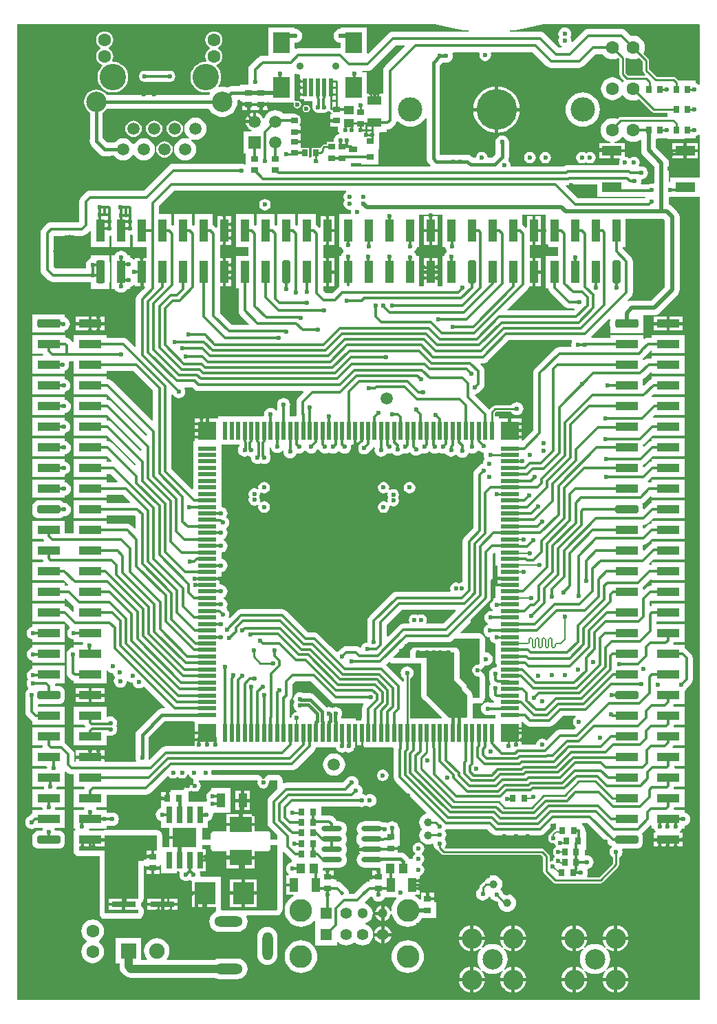
<source format=gtl>
G04 Layer_Physical_Order=1*
G04 Layer_Color=3162822*
%FSLAX44Y44*%
%MOMM*%
G71*
G01*
G75*
%ADD10C,0.2000*%
%ADD11R,0.8000X0.9000*%
%ADD12R,1.0000X1.3000*%
%ADD13R,0.9000X0.8000*%
%ADD14R,1.1000X1.7000*%
%ADD15C,1.0000*%
%ADD16R,2.8000X1.0000*%
G04:AMPARAMS|DCode=17|XSize=1mm|YSize=2.8mm|CornerRadius=0.2mm|HoleSize=0mm|Usage=FLASHONLY|Rotation=90.000|XOffset=0mm|YOffset=0mm|HoleType=Round|Shape=RoundedRectangle|*
%AMROUNDEDRECTD17*
21,1,1.0000,2.4000,0,0,90.0*
21,1,0.6000,2.8000,0,0,90.0*
1,1,0.4000,1.2000,0.3000*
1,1,0.4000,1.2000,-0.3000*
1,1,0.4000,-1.2000,-0.3000*
1,1,0.4000,-1.2000,0.3000*
%
%ADD17ROUNDEDRECTD17*%
%ADD18R,1.7000X1.1000*%
%ADD19R,2.4000X1.2000*%
%ADD20R,0.7000X2.0000*%
%ADD21R,3.0000X2.4000*%
%ADD22R,2.8000X1.9000*%
%ADD23R,2.6162X2.7432*%
%ADD24R,2.0000X2.5000*%
%ADD25R,0.5000X2.2500*%
%ADD26R,1.3000X1.0000*%
%ADD27O,2.5000X0.7000*%
%ADD28R,0.5000X2.3000*%
%ADD29R,2.3000X0.5000*%
%ADD30R,2.3000X2.3000*%
%ADD31R,3.0000X0.7000*%
%ADD32R,1.1000X0.6500*%
%ADD33R,0.9000X0.6500*%
%ADD34R,1.0000X2.8000*%
G04:AMPARAMS|DCode=35|XSize=1mm|YSize=2.8mm|CornerRadius=0.2mm|HoleSize=0mm|Usage=FLASHONLY|Rotation=180.000|XOffset=0mm|YOffset=0mm|HoleType=Round|Shape=RoundedRectangle|*
%AMROUNDEDRECTD35*
21,1,1.0000,2.4000,0,0,180.0*
21,1,0.6000,2.8000,0,0,180.0*
1,1,0.4000,-0.3000,1.2000*
1,1,0.4000,0.3000,1.2000*
1,1,0.4000,0.3000,-1.2000*
1,1,0.4000,-0.3000,-1.2000*
%
%ADD35ROUNDEDRECTD35*%
%ADD36C,5.0000*%
%ADD37C,0.3500*%
%ADD38C,0.4000*%
%ADD39C,0.2500*%
%ADD40C,0.3000*%
%ADD41C,0.5000*%
%ADD42C,1.0000*%
%ADD43C,0.3800*%
%ADD44C,0.4500*%
%ADD45C,6.0000*%
%ADD46C,4.0000*%
%ADD47C,1.6000*%
%ADD48C,2.5000*%
%ADD49C,0.4000*%
%ADD50C,0.9000*%
%ADD51C,1.5000*%
%ADD52C,1.9000*%
%ADD53R,1.9000X1.9000*%
%ADD54R,1.5000X1.5000*%
%ADD55O,3.5000X1.3000*%
%ADD56O,1.3000X3.5000*%
%ADD57C,2.8000*%
%ADD58R,1.4200X1.4200*%
%ADD59C,1.4200*%
%ADD60C,1.3000*%
%ADD61C,1.2000*%
%ADD62C,3.2500*%
%ADD63C,1.6000*%
%ADD64C,3.0000*%
%ADD65C,0.7000*%
%ADD66C,0.6000*%
%ADD67C,0.5000*%
G36*
X662670Y217111D02*
X663498Y216000D01*
X663498D01*
X663498Y216000D01*
Y209569D01*
X663000D01*
X661634Y209297D01*
X660477Y208523D01*
X657475Y205522D01*
X657003Y204816D01*
X655312Y203686D01*
X653876Y201536D01*
X653371Y199000D01*
X653876Y196463D01*
X655312Y194313D01*
X657462Y192877D01*
X659999Y192372D01*
X660399Y192452D01*
X661646Y191618D01*
X661876Y190463D01*
X662677Y189264D01*
X663312Y188313D01*
X662295Y187342D01*
X661314Y186686D01*
X659877Y184536D01*
X659373Y182000D01*
X659877Y179464D01*
X661314Y177314D01*
X661409Y177250D01*
Y176038D01*
X661231Y175565D01*
X659876Y173536D01*
X659371Y171000D01*
X657957Y170420D01*
X656573Y170145D01*
X656232Y170166D01*
X655073Y170785D01*
Y176500D01*
X654782Y177963D01*
X653953Y179204D01*
X648703Y184454D01*
X647463Y185282D01*
X646000Y185574D01*
X527043D01*
X526173Y186903D01*
X526988Y187966D01*
X527794Y189912D01*
X528069Y192000D01*
X527794Y194088D01*
X526988Y196035D01*
X525863Y197500D01*
X526988Y198965D01*
X527794Y200912D01*
X528069Y203000D01*
X527794Y205088D01*
X526988Y207034D01*
X526247Y208000D01*
X526988Y208965D01*
X527356Y209853D01*
X578563D01*
X583823Y204593D01*
X583823Y204593D01*
X586304Y202935D01*
X589230Y202353D01*
X589231Y202353D01*
X643769D01*
X643770Y202353D01*
X646696Y202935D01*
X649177Y204593D01*
X656407Y211823D01*
X656407Y211823D01*
X656575Y212074D01*
X661728Y217227D01*
X662670Y217111D01*
D02*
G37*
G36*
X587640Y549841D02*
X588500Y549327D01*
Y533700D01*
X591000D01*
Y528200D01*
Y520200D01*
Y520199D01*
X606000D01*
Y516200D01*
X591000D01*
Y510700D01*
X588500D01*
Y493871D01*
X587912Y493794D01*
X586131Y493056D01*
X585538Y493316D01*
X584734Y493933D01*
X584817Y494567D01*
Y547762D01*
X587000Y549945D01*
X587640Y549841D01*
D02*
G37*
G36*
X320000Y111061D02*
X318939Y110000D01*
X252261D01*
X251086Y110784D01*
Y151216D01*
X226274D01*
X225152Y152716D01*
X225321Y154000D01*
X225038Y156154D01*
X224790Y156753D01*
X225623Y158000D01*
X232050D01*
Y169500D01*
X225050D01*
Y173500D01*
X232050D01*
Y185000D01*
X227500D01*
Y190373D01*
X238411D01*
Y186110D01*
X238683Y184744D01*
X239457Y183587D01*
X240614Y182813D01*
X241980Y182541D01*
X257500D01*
Y176500D01*
X292500D01*
Y182541D01*
X308020D01*
X309386Y182813D01*
X310543Y183587D01*
X311317Y184744D01*
X311589Y186110D01*
Y190373D01*
X320000D01*
X320000Y111061D01*
D02*
G37*
G36*
X714000Y987500D02*
X750000D01*
Y987683D01*
X772223D01*
X773057Y986183D01*
X772829Y985817D01*
X690238D01*
X675257Y1000797D01*
X675831Y1002183D01*
X678333D01*
X680356Y1002449D01*
X681524Y1002933D01*
X714000D01*
Y987500D01*
D02*
G37*
G36*
X839298Y1063939D02*
X840000Y1063517D01*
Y1011500D01*
X804000D01*
Y1005260D01*
X803578Y1005069D01*
X802078Y1006036D01*
Y1029000D01*
X801768Y1031349D01*
X800862Y1033539D01*
X799419Y1035419D01*
X786080Y1048758D01*
Y1059000D01*
X787502D01*
Y1059500D01*
X800502D01*
Y1059000D01*
X821502D01*
Y1059500D01*
X835002D01*
Y1062195D01*
X835088Y1062206D01*
X837035Y1063012D01*
X838500Y1064137D01*
X839298Y1063939D01*
D02*
G37*
G36*
X569000Y419524D02*
X568931Y419000D01*
X569000Y418476D01*
Y412921D01*
X567840Y411970D01*
X567000Y412137D01*
X564269Y411594D01*
X561953Y410047D01*
X560406Y407731D01*
X559863Y405000D01*
X560406Y402269D01*
X561953Y399953D01*
X564269Y398406D01*
X567000Y397863D01*
X567840Y398030D01*
X569000Y397079D01*
Y371000D01*
X560627D01*
Y374268D01*
X560627Y374268D01*
X560123Y376804D01*
X558686Y378954D01*
X554288Y383353D01*
X553801Y383987D01*
X553663Y384321D01*
X553594Y384842D01*
X553316Y385662D01*
X553146Y386513D01*
X552903Y386876D01*
X552763Y387290D01*
X552191Y387942D01*
X551710Y388663D01*
X544627Y395745D01*
X544627Y418000D01*
Y426931D01*
X544123Y429467D01*
X542686Y431617D01*
X540536Y433054D01*
X538000Y433558D01*
X536005D01*
X535161Y434206D01*
X533154Y435038D01*
X531000Y435321D01*
X494000D01*
X491846Y435038D01*
X489839Y434206D01*
X488643Y433288D01*
X487464Y433054D01*
X485314Y431617D01*
X483877Y429467D01*
X483373Y426931D01*
Y420000D01*
X463642D01*
X463021Y421500D01*
X481454Y439933D01*
X530448D01*
X532472Y440200D01*
X533576Y440657D01*
X534357Y440980D01*
X535976Y442223D01*
X537753Y444000D01*
X569000D01*
Y419524D01*
D02*
G37*
G36*
X581965Y486260D02*
X581931Y486000D01*
X582206Y483912D01*
X583012Y481965D01*
X584294Y480294D01*
X585308Y479517D01*
X584799Y478017D01*
X583398D01*
X583000Y478069D01*
X580912Y477794D01*
X578965Y476988D01*
X577294Y475706D01*
X576012Y474035D01*
X575206Y472088D01*
X574931Y470000D01*
X575206Y467912D01*
X576012Y465965D01*
X577294Y464294D01*
X578965Y463012D01*
X578949Y461395D01*
X577966Y460988D01*
X576294Y459706D01*
X575012Y458035D01*
X574206Y456088D01*
X573931Y454000D01*
X574206Y451912D01*
X575012Y449966D01*
X576294Y448294D01*
X577966Y447012D01*
X579912Y446206D01*
X581939Y445939D01*
X582206Y443912D01*
X583012Y441965D01*
X584294Y440294D01*
X585965Y439012D01*
X587912Y438206D01*
X588500Y438129D01*
Y421700D01*
Y409003D01*
X586912Y408794D01*
X584966Y407988D01*
X583294Y406706D01*
X582012Y405034D01*
X581206Y403088D01*
X580931Y401000D01*
X581183Y399085D01*
Y393667D01*
X581450Y391644D01*
X581907Y390540D01*
X582230Y389759D01*
X583166Y388539D01*
X582011Y387034D01*
X581205Y385088D01*
X580930Y382999D01*
X581205Y380911D01*
X581352Y380556D01*
Y375080D01*
X581352Y375080D01*
X581934Y372153D01*
X583592Y369672D01*
X584472Y368793D01*
X584472Y368792D01*
X586952Y367135D01*
X586744Y365647D01*
X581444D01*
X581088Y365794D01*
X579000Y366069D01*
X576912Y365794D01*
X574966Y364988D01*
X573294Y363706D01*
X572012Y362034D01*
X571206Y360088D01*
X570931Y358000D01*
X571206Y355912D01*
X572012Y353965D01*
X573294Y352294D01*
X574966Y351012D01*
X576912Y350206D01*
X579000Y349931D01*
X581088Y350206D01*
X581444Y350353D01*
X588500D01*
Y345700D01*
X561340D01*
X560388Y346859D01*
X560627Y348061D01*
X560627Y348061D01*
X560627Y363312D01*
X561688Y364373D01*
X569000D01*
X571536Y364877D01*
X573686Y366314D01*
X575123Y368464D01*
X575627Y371000D01*
Y397079D01*
X575563Y397401D01*
X575595Y397728D01*
X575313Y398660D01*
X575123Y399615D01*
X574940Y399888D01*
X574845Y400203D01*
X574227Y400955D01*
X573686Y401765D01*
X573413Y401947D01*
X573204Y402201D01*
X572045Y403153D01*
X571755Y403308D01*
X571522Y403540D01*
X570623Y403913D01*
X570059Y404214D01*
X569980Y404594D01*
Y405406D01*
X570059Y405786D01*
X570623Y406087D01*
X571522Y406460D01*
X571755Y406692D01*
X572045Y406847D01*
X573204Y407799D01*
X573413Y408053D01*
X573686Y408235D01*
X574227Y409045D01*
X574845Y409797D01*
X574940Y410112D01*
X575123Y410385D01*
X575276Y411158D01*
X577000Y410931D01*
X579088Y411206D01*
X581035Y412012D01*
X582706Y413294D01*
X583988Y414966D01*
X584794Y416912D01*
X585069Y419000D01*
X584794Y421088D01*
X583988Y423035D01*
X582706Y424706D01*
X581035Y425988D01*
X579088Y426794D01*
X577000Y427069D01*
X576755Y427037D01*
X575627Y428026D01*
Y444000D01*
X575123Y446536D01*
X573686Y448686D01*
X571536Y450123D01*
X569000Y450627D01*
X546340D01*
X545766Y452013D01*
X580277Y486524D01*
X580531Y486854D01*
X581965Y486260D01*
D02*
G37*
G36*
X539791Y478046D02*
X524311Y462567D01*
X504048D01*
X503341Y463890D01*
X503594Y464269D01*
X504137Y467000D01*
X503594Y469731D01*
X502047Y472047D01*
X499731Y473594D01*
X497000Y474137D01*
X494269Y473594D01*
X493000Y472746D01*
X491731Y473594D01*
X489000Y474137D01*
X486269Y473594D01*
X483953Y472047D01*
X482406Y469731D01*
X481863Y467000D01*
X482406Y464269D01*
X482659Y463890D01*
X481952Y462567D01*
X475317D01*
X473294Y462300D01*
X472189Y461843D01*
X471408Y461520D01*
X469789Y460277D01*
X456453Y446941D01*
X455067Y447515D01*
Y461113D01*
X473386Y479432D01*
X539217D01*
X539791Y478046D01*
D02*
G37*
G36*
X420522Y683700D02*
X420012Y683035D01*
X419206Y681088D01*
X418931Y679000D01*
X419206Y676912D01*
X420012Y674966D01*
X421294Y673294D01*
X422966Y672012D01*
X424912Y671206D01*
X427000Y670931D01*
X429088Y671206D01*
X431035Y672012D01*
X432706Y673294D01*
X433882Y674827D01*
X437527Y678473D01*
X438683Y679979D01*
X438848Y679983D01*
X440183Y679050D01*
Y677915D01*
X439931Y676000D01*
X440206Y673912D01*
X441012Y671965D01*
X442294Y670294D01*
X443965Y669012D01*
X445912Y668206D01*
X448000Y667931D01*
X450088Y668206D01*
X452034Y669012D01*
X453706Y670294D01*
X454988Y671965D01*
X455208Y672497D01*
X455912Y672206D01*
X458000Y671931D01*
X460088Y672206D01*
X461230Y672679D01*
X462293Y671293D01*
X463965Y670011D01*
X465911Y669205D01*
X467999Y668930D01*
X470088Y669205D01*
X472034Y670011D01*
X473705Y671293D01*
X474768Y672679D01*
X475912Y672206D01*
X478000Y671931D01*
X480088Y672206D01*
X482034Y673012D01*
X483094Y673825D01*
X484123Y672821D01*
X485294Y671294D01*
X486965Y670012D01*
X488912Y669206D01*
X491000Y668931D01*
X493088Y669206D01*
X495034Y670012D01*
X496706Y671294D01*
X497768Y672679D01*
X498912Y672206D01*
X501000Y671931D01*
X503088Y672206D01*
X505034Y673012D01*
X506516Y674148D01*
X507207Y674352D01*
X507793D01*
X508484Y674148D01*
X509966Y673012D01*
X511912Y672206D01*
X514000Y671931D01*
X516088Y672206D01*
X518035Y673012D01*
X518999Y673752D01*
X519964Y673011D01*
X521911Y672205D01*
X523999Y671930D01*
X526087Y672205D01*
X526792Y672496D01*
X527012Y671965D01*
X528294Y670294D01*
X529966Y669012D01*
X531912Y668206D01*
X534000Y667931D01*
X536088Y668206D01*
X538035Y669012D01*
X539706Y670294D01*
X539744Y670344D01*
X541562Y670249D01*
X542294Y669294D01*
X543965Y668012D01*
X545912Y667206D01*
X548000Y666931D01*
X550088Y667206D01*
X552034Y668012D01*
X553706Y669294D01*
X554988Y670965D01*
X555314Y671752D01*
X555898Y672881D01*
X557165Y672515D01*
X557912Y672206D01*
X560000Y671931D01*
X562088Y672206D01*
X564035Y673012D01*
X565706Y674294D01*
X566438Y675249D01*
X568256Y675344D01*
X568294Y675294D01*
X569966Y674012D01*
X571912Y673206D01*
X573365Y673015D01*
X574196Y672394D01*
X574526Y671487D01*
X574330Y670000D01*
X574605Y667912D01*
X575411Y665965D01*
X575453Y665911D01*
X575294Y664706D01*
X574012Y663035D01*
X573206Y661088D01*
X572931Y659000D01*
X572869Y658919D01*
X571910Y658793D01*
X569964Y657987D01*
X568293Y656704D01*
X567117Y655172D01*
X563473Y651527D01*
X562230Y649908D01*
X561907Y649127D01*
X561450Y648023D01*
X561183Y646000D01*
Y580037D01*
X550473Y569326D01*
X549230Y567707D01*
X548907Y566926D01*
X548450Y565822D01*
X548183Y563799D01*
Y514084D01*
X547024Y513132D01*
X547000Y513137D01*
X544269Y512594D01*
X543500Y512080D01*
X542731Y512594D01*
X540000Y513137D01*
X537269Y512594D01*
X534953Y511047D01*
X533406Y508731D01*
X532863Y506000D01*
X533347Y503566D01*
X532543Y502066D01*
X467249D01*
X465226Y501800D01*
X463341Y501019D01*
X461722Y499776D01*
X433473Y471527D01*
X432230Y469908D01*
X431907Y469128D01*
X431450Y468023D01*
X431183Y466000D01*
Y441915D01*
X430931Y440000D01*
X430334Y439222D01*
X428978Y439043D01*
X427032Y438237D01*
X425361Y436955D01*
X424078Y435284D01*
X423432Y433724D01*
X422310Y433212D01*
X421733Y433137D01*
X420908Y433770D01*
X420127Y434093D01*
X419023Y434551D01*
X417000Y434817D01*
X405000D01*
X402977Y434551D01*
X401872Y434093D01*
X401092Y433770D01*
X399473Y432527D01*
X395827Y428882D01*
X394294Y427706D01*
X393182Y427633D01*
X385721Y435093D01*
X385721Y435094D01*
X371407Y449407D01*
X368926Y451065D01*
X366000Y451647D01*
X366000Y451647D01*
X358167D01*
X331407Y478407D01*
X328926Y480065D01*
X326000Y480647D01*
X326000Y480647D01*
X275494D01*
X275494Y480647D01*
X272568Y480065D01*
X270087Y478407D01*
X261588Y469908D01*
X260316Y470758D01*
X260794Y471912D01*
X261069Y474000D01*
X260794Y476088D01*
X259988Y478035D01*
X258706Y479706D01*
X258118Y480157D01*
X257780Y482154D01*
X257788Y482165D01*
X258594Y484111D01*
X258869Y486200D01*
X258594Y488288D01*
X257788Y490234D01*
X256506Y491905D01*
X254835Y493188D01*
X254351Y493388D01*
Y495012D01*
X254835Y495212D01*
X256506Y496494D01*
X257788Y498165D01*
X258594Y500111D01*
X258869Y502200D01*
X258594Y504288D01*
X257788Y506234D01*
X256506Y507905D01*
X254835Y509188D01*
X252889Y509994D01*
X251500Y510177D01*
Y510700D01*
X249000D01*
Y517700D01*
X251500D01*
Y526223D01*
X252889Y526406D01*
X254835Y527212D01*
X256506Y528494D01*
X257788Y530165D01*
X258594Y532111D01*
X258869Y534200D01*
X258594Y536288D01*
X257788Y538234D01*
X256506Y539905D01*
X254835Y541188D01*
X252889Y541994D01*
X251500Y542177D01*
Y550223D01*
X252889Y550406D01*
X254835Y551212D01*
X256506Y552494D01*
X257788Y554165D01*
X258594Y556111D01*
X258869Y558200D01*
X258594Y560288D01*
X257788Y562234D01*
X256506Y563905D01*
X254835Y565188D01*
X254351Y565388D01*
Y567012D01*
X254835Y567212D01*
X256506Y568494D01*
X257788Y570165D01*
X258594Y572111D01*
X258869Y574200D01*
X258594Y576288D01*
X257788Y578234D01*
X257441Y578686D01*
X257840Y580630D01*
X258706Y581294D01*
X259988Y582966D01*
X260794Y584912D01*
X261069Y587000D01*
X260794Y589088D01*
X259988Y591035D01*
X258706Y592706D01*
X257899Y593325D01*
X257788Y594165D01*
X258594Y596111D01*
X258869Y598200D01*
X258594Y600288D01*
X257788Y602234D01*
X256506Y603905D01*
X254835Y605188D01*
X252889Y605994D01*
X251500Y606177D01*
Y621700D01*
Y629700D01*
Y637700D01*
Y645700D01*
Y653700D01*
Y661700D01*
Y678700D01*
Y682700D01*
X273433D01*
Y680583D01*
X273012Y680034D01*
X272206Y678088D01*
X271931Y676000D01*
X272206Y673912D01*
X273012Y671965D01*
X274294Y670294D01*
X275966Y669012D01*
X277912Y668206D01*
X280000Y667931D01*
X282089Y668206D01*
X284000Y668998D01*
X285912Y668206D01*
X286565Y668120D01*
X287931Y667000D01*
X288206Y664912D01*
X289012Y662965D01*
X290294Y661294D01*
X291966Y660012D01*
X293912Y659206D01*
X296000Y658931D01*
X298088Y659206D01*
X300000Y659998D01*
X301912Y659206D01*
X304000Y658931D01*
X306089Y659206D01*
X308035Y660012D01*
X309706Y661294D01*
X310988Y662965D01*
X311794Y664912D01*
X312069Y667000D01*
X311794Y669088D01*
X310988Y671034D01*
X310567Y671583D01*
Y679269D01*
X312067Y679368D01*
X312206Y678311D01*
X313012Y676365D01*
X314294Y674694D01*
X315965Y673412D01*
X317912Y672606D01*
X320000Y672331D01*
X322089Y672606D01*
X324035Y673412D01*
X325706Y674694D01*
X326676Y675958D01*
X328111Y675364D01*
X327931Y674000D01*
X328206Y671912D01*
X329012Y669966D01*
X330294Y668294D01*
X331965Y667012D01*
X333912Y666206D01*
X336000Y665931D01*
X338088Y666206D01*
X340034Y667012D01*
X341706Y668294D01*
X342988Y669966D01*
X343794Y671912D01*
X344558Y672353D01*
X344912Y672206D01*
X347000Y671931D01*
X349088Y672206D01*
X351035Y673012D01*
X352706Y674295D01*
X353599Y675458D01*
X353907Y675569D01*
X355093Y675569D01*
X355401Y675458D01*
X356294Y674294D01*
X357966Y673012D01*
X359912Y672206D01*
X362000Y671931D01*
X364088Y672206D01*
X366035Y673012D01*
X367706Y674294D01*
X368882Y675827D01*
X370500Y677445D01*
X372118Y675827D01*
X373294Y674294D01*
X374966Y673012D01*
X376912Y672206D01*
X379000Y671931D01*
X381088Y672206D01*
X383035Y673012D01*
X383999Y673752D01*
X384965Y673011D01*
X386911Y672205D01*
X388999Y671930D01*
X391088Y672205D01*
X393034Y673011D01*
X394705Y674293D01*
X395055Y674749D01*
X396945D01*
X397294Y674294D01*
X398965Y673012D01*
X400912Y672206D01*
X403000Y671931D01*
X405088Y672206D01*
X407034Y673012D01*
X408706Y674294D01*
X409988Y675965D01*
X410794Y677912D01*
X411069Y680000D01*
X410911Y681200D01*
X412041Y682700D01*
X416500D01*
Y685200D01*
X419783D01*
X420522Y683700D01*
D02*
G37*
G36*
X404906Y993683D02*
X403953Y993047D01*
X402406Y990731D01*
X401863Y988000D01*
X402406Y985269D01*
X403588Y983500D01*
X402406Y981731D01*
X401863Y979000D01*
X402406Y976269D01*
X403953Y973953D01*
X406269Y972406D01*
X409000Y971863D01*
X409954Y972053D01*
X411216Y970774D01*
X410863Y969000D01*
X411141Y967600D01*
X409910Y966100D01*
X396300D01*
Y926100D01*
X399181D01*
X399206Y925912D01*
X400012Y923966D01*
X401294Y922294D01*
X401749Y921945D01*
Y920055D01*
X401294Y919706D01*
X400012Y918035D01*
X399206Y916088D01*
X399076Y915100D01*
X396300D01*
Y876856D01*
X396092Y876770D01*
X394473Y875527D01*
X387762Y868817D01*
X380238D01*
X376617Y872438D01*
Y877600D01*
X379900D01*
Y895100D01*
Y912600D01*
X376617D01*
Y928600D01*
X379900D01*
Y946100D01*
Y963600D01*
X373400D01*
Y950415D01*
X372014Y949840D01*
X370228Y951627D01*
X368609Y952869D01*
X367500Y953329D01*
Y966100D01*
X345500D01*
Y953002D01*
X344000Y952262D01*
X343209Y952869D01*
X342100Y953329D01*
Y966100D01*
X320100D01*
Y953002D01*
X318600Y952262D01*
X317809Y952869D01*
X316700Y953329D01*
Y966100D01*
X294700D01*
Y953002D01*
X293200Y952262D01*
X292409Y952869D01*
X291300Y953329D01*
Y966100D01*
X269300D01*
Y926100D01*
X284783D01*
Y915100D01*
X269300D01*
Y875100D01*
X272483D01*
Y847700D01*
X272750Y845677D01*
X273207Y844573D01*
X273530Y843792D01*
X274773Y842173D01*
X285493Y831453D01*
X284919Y830067D01*
X263988D01*
X249617Y844438D01*
Y877600D01*
X252900D01*
Y895100D01*
Y912600D01*
X249617D01*
Y928600D01*
X252900D01*
Y946100D01*
Y963600D01*
X246400D01*
Y950415D01*
X245014Y949840D01*
X243228Y951627D01*
X241609Y952869D01*
X240500Y953329D01*
Y966100D01*
X218500D01*
Y953002D01*
X217000Y952262D01*
X216209Y952869D01*
X215100Y953329D01*
Y966100D01*
X193100D01*
Y953002D01*
X191600Y952262D01*
X190809Y952869D01*
X189700Y953329D01*
Y966100D01*
X174817D01*
Y976762D01*
X193238Y995183D01*
X404451D01*
X404906Y993683D01*
D02*
G37*
G36*
X523300Y926100D02*
X527049D01*
X527206Y924912D01*
X528012Y922965D01*
X528778Y921967D01*
X528715Y920029D01*
X528294Y919706D01*
X527012Y918035D01*
X526206Y916088D01*
X526076Y915100D01*
X523300D01*
Y877817D01*
X517400D01*
Y893100D01*
X500400D01*
Y877817D01*
X494500D01*
Y915100D01*
X491358D01*
X491294Y915588D01*
X490488Y917534D01*
X489295Y919089D01*
X489072Y919586D01*
Y920808D01*
X489706Y921294D01*
X490988Y922965D01*
X491794Y924912D01*
X491950Y926100D01*
X494500D01*
Y965922D01*
X523300D01*
Y926100D01*
D02*
G37*
G36*
X650300D02*
X665783D01*
Y915100D01*
X650300D01*
Y875100D01*
X653641D01*
X653749Y874277D01*
X654207Y873173D01*
X654530Y872392D01*
X655773Y870773D01*
X674073Y852473D01*
X675692Y851230D01*
X677577Y850450D01*
X679600Y850183D01*
X685169D01*
X685743Y848797D01*
X684762Y847817D01*
X603831D01*
X603257Y849203D01*
X628327Y874273D01*
X629570Y875892D01*
X629893Y876673D01*
X630277Y877600D01*
X633900D01*
Y895100D01*
Y912600D01*
X630617D01*
Y928600D01*
X633900D01*
Y946100D01*
Y963600D01*
X627400D01*
Y950415D01*
X626014Y949840D01*
X624228Y951627D01*
X622609Y952869D01*
X621500Y953329D01*
Y965922D01*
X650300D01*
Y926100D01*
D02*
G37*
G36*
X796922Y959240D02*
Y876760D01*
X780240Y860078D01*
X756100D01*
X753751Y859768D01*
X752033Y859057D01*
X751183Y860329D01*
X755327Y864473D01*
X756570Y866092D01*
X756893Y866872D01*
X757350Y867977D01*
X757617Y870000D01*
Y908200D01*
X757350Y910223D01*
X756570Y912108D01*
X755327Y913727D01*
X745317Y923738D01*
Y926100D01*
X748500D01*
Y960922D01*
X795240D01*
X796922Y959240D01*
D02*
G37*
G36*
X217390Y751223D02*
X219009Y749980D01*
X220894Y749200D01*
X222917Y748933D01*
X351919D01*
X352493Y747548D01*
X346223Y741277D01*
X344980Y739659D01*
X344657Y738878D01*
X344199Y737773D01*
X343933Y735750D01*
Y720250D01*
X344071Y719200D01*
X342959Y717700D01*
X335817D01*
Y730085D01*
X336069Y732000D01*
X335794Y734088D01*
X334988Y736034D01*
X333706Y737706D01*
X332034Y738988D01*
X330088Y739794D01*
X328000Y740069D01*
X325912Y739794D01*
X323965Y738988D01*
X322294Y737706D01*
X321012Y736034D01*
X320206Y734088D01*
X319931Y732000D01*
X320183Y730084D01*
Y724928D01*
X318683Y724432D01*
X317706Y725706D01*
X316035Y726988D01*
X314088Y727794D01*
X312000Y728069D01*
X309912Y727794D01*
X307966Y726988D01*
X306294Y725706D01*
X305012Y724035D01*
X304206Y722088D01*
X303931Y720000D01*
X304036Y719200D01*
X302805Y717700D01*
X247500D01*
Y715200D01*
X236000D01*
Y700200D01*
X234000D01*
Y698200D01*
X219000D01*
Y686700D01*
X216500D01*
Y678700D01*
Y661700D01*
Y653700D01*
Y645700D01*
Y637700D01*
Y628515D01*
X215114Y627940D01*
X189817Y653238D01*
Y744169D01*
X191203Y744743D01*
X192118Y743827D01*
X193294Y742294D01*
X194965Y741012D01*
X196912Y740206D01*
X199000Y739931D01*
X201088Y740206D01*
X203034Y741012D01*
X204706Y742294D01*
X205988Y743966D01*
X206794Y745912D01*
X207069Y748000D01*
X206794Y750088D01*
X205988Y752035D01*
X205947Y752088D01*
X206611Y753433D01*
X215179D01*
X217390Y751223D01*
D02*
G37*
G36*
X682867Y809683D02*
X682206Y808088D01*
X681931Y806000D01*
X682152Y804317D01*
X681238Y802817D01*
X667000D01*
X664977Y802551D01*
X663092Y801770D01*
X661473Y800527D01*
X637473Y776527D01*
X636230Y774908D01*
X635907Y774128D01*
X635449Y773023D01*
X635183Y771000D01*
Y700238D01*
X622500Y687555D01*
X621000Y688176D01*
Y698200D01*
X606000D01*
Y700200D01*
X604000D01*
Y715200D01*
X592500D01*
Y717700D01*
X587823D01*
Y721416D01*
X589584Y723177D01*
X607925D01*
X608012Y722965D01*
X609294Y721294D01*
X610965Y720012D01*
X612912Y719206D01*
X615000Y718931D01*
X617088Y719206D01*
X619035Y720012D01*
X620706Y721294D01*
X621988Y722965D01*
X622794Y724912D01*
X623069Y727000D01*
X622794Y729088D01*
X621988Y731034D01*
X620706Y732706D01*
X619035Y733988D01*
X617088Y734794D01*
X615000Y735069D01*
X612912Y734794D01*
X610965Y733988D01*
X609294Y732706D01*
X608012Y731034D01*
X607925Y730823D01*
X588000D01*
X586537Y730532D01*
X585296Y729704D01*
X581324Y725731D01*
X563564Y743491D01*
X564101Y745075D01*
X565087Y745204D01*
X567033Y746011D01*
X568704Y747293D01*
X569881Y748826D01*
X572777Y751722D01*
X574020Y753341D01*
X574800Y755226D01*
X575067Y757250D01*
Y773417D01*
X574800Y775440D01*
X574343Y776545D01*
X574020Y777326D01*
X572777Y778945D01*
X570174Y781547D01*
X570748Y782933D01*
X573348D01*
X575371Y783200D01*
X576475Y783657D01*
X577256Y783980D01*
X578875Y785223D01*
X604836Y811183D01*
X682201D01*
X682867Y809683D01*
D02*
G37*
G36*
X172000Y183502D02*
X169000D01*
Y176002D01*
X167000D01*
Y174002D01*
X159000D01*
Y172502D01*
X156000D01*
Y171000D01*
X149000D01*
Y168000D01*
Y124250D01*
X132998D01*
Y117250D01*
Y110250D01*
X149000D01*
Y106000D01*
X108000D01*
Y181000D01*
Y183000D01*
X76000D01*
Y188200D01*
X87900D01*
Y196700D01*
X89900D01*
Y198700D01*
X107400D01*
Y202000D01*
X172000D01*
Y183502D01*
D02*
G37*
G36*
X727893Y191293D02*
X727893Y191293D01*
X730374Y189635D01*
X731145Y189482D01*
X731456Y188936D01*
X731294Y187706D01*
X730012Y186035D01*
X729206Y184088D01*
X728931Y182000D01*
X729206Y179912D01*
X730012Y177966D01*
X731294Y176294D01*
X732965Y175012D01*
X733177Y174925D01*
Y167584D01*
X716166Y150573D01*
X701900D01*
X701303Y152073D01*
X702038Y153846D01*
X702321Y156000D01*
X702038Y158154D01*
X701586Y159243D01*
X702456Y160870D01*
X703154Y160962D01*
X705161Y161794D01*
X706884Y163116D01*
X706884D01*
X708206Y164839D01*
X709038Y166846D01*
X709321Y169000D01*
X709038Y171154D01*
X708206Y173161D01*
X706884Y174884D01*
X705161Y176206D01*
X703154Y177038D01*
X701000Y177321D01*
X698498D01*
Y184000D01*
X700498D01*
Y206000D01*
X699321D01*
Y208000D01*
X699038Y210154D01*
X698206Y212161D01*
X696884Y213884D01*
X695498Y214947D01*
Y217353D01*
X701833D01*
X727893Y191293D01*
D02*
G37*
G36*
X216500Y341700D02*
X219000D01*
Y330200D01*
X234000D01*
Y326200D01*
X219000D01*
Y313200D01*
X219000Y313200D01*
X219000D01*
X219000Y313200D01*
X218717Y311817D01*
X183000D01*
X180977Y311551D01*
X179872Y311093D01*
X179092Y310770D01*
X177473Y309527D01*
X163143Y295198D01*
X161898Y295864D01*
X161803Y295979D01*
X162069Y298000D01*
Y322658D01*
X181542Y342131D01*
X216500D01*
Y341700D01*
D02*
G37*
G36*
X320000Y258854D02*
X310223Y249076D01*
X308980Y247457D01*
X308657Y246677D01*
X308200Y245572D01*
X307933Y243549D01*
Y217784D01*
X308200Y215761D01*
X308657Y214656D01*
X308980Y213875D01*
X310223Y212256D01*
X320000Y202479D01*
Y197000D01*
X311589D01*
Y203890D01*
X311317Y205256D01*
X310543Y206413D01*
X309386Y207187D01*
X308020Y207458D01*
X292500D01*
Y213500D01*
X257500D01*
Y207458D01*
X241980D01*
X240614Y207187D01*
X239457Y206413D01*
X238683Y205256D01*
X238411Y203890D01*
Y197000D01*
X227500D01*
Y211500D01*
X234550D01*
Y219635D01*
X235088Y219706D01*
X237034Y220512D01*
X238706Y221794D01*
X239988Y223465D01*
X240794Y225412D01*
X241069Y227500D01*
X240937Y228500D01*
X242157Y230000D01*
X262500D01*
Y260000D01*
X238500D01*
Y257624D01*
X236966Y256988D01*
X235294Y255706D01*
X234012Y254035D01*
X233206Y252088D01*
X232931Y250000D01*
X233206Y247912D01*
X234012Y245965D01*
X234369Y245500D01*
X234012Y245035D01*
X233376Y243500D01*
X211000D01*
Y256062D01*
X212731Y256406D01*
X214500Y257588D01*
X216269Y256406D01*
X219000Y255863D01*
X221731Y256406D01*
X224047Y257953D01*
X225594Y260269D01*
X226137Y263000D01*
X225594Y265731D01*
X224047Y268047D01*
X223368Y268500D01*
X223823Y270000D01*
X294930D01*
X296161Y268500D01*
X295863Y267000D01*
X296406Y264269D01*
X297953Y261953D01*
X300269Y260406D01*
X303000Y259863D01*
X305731Y260406D01*
X308047Y261953D01*
X309594Y264269D01*
X310137Y267000D01*
X309839Y268500D01*
X311070Y270000D01*
X320000D01*
Y258854D01*
D02*
G37*
G36*
X458956Y415314D02*
X461106Y413877D01*
X463642Y413373D01*
X483373D01*
X485909Y413877D01*
X486686Y414397D01*
X487464Y413877D01*
X490000Y413373D01*
X497373D01*
Y374000D01*
X497877Y371464D01*
X499314Y369314D01*
X501464Y367877D01*
X501822Y367806D01*
X522542Y347085D01*
X521968Y345700D01*
X483823D01*
Y394925D01*
X484035Y395012D01*
X485706Y396294D01*
X486988Y397966D01*
X487794Y399912D01*
X488069Y402000D01*
X487794Y404088D01*
X486988Y406035D01*
X485706Y407706D01*
X484035Y408988D01*
X482088Y409794D01*
X480000Y410069D01*
X477912Y409794D01*
X475965Y408988D01*
X474294Y407706D01*
X473012Y406035D01*
X472206Y404088D01*
X471931Y402000D01*
X472206Y399912D01*
X473012Y397966D01*
X474294Y396294D01*
X475965Y395012D01*
X476176Y394925D01*
Y391542D01*
X474677Y391087D01*
X474407Y391490D01*
X474407Y391490D01*
X453709Y412188D01*
X457025Y415504D01*
X458956Y415314D01*
D02*
G37*
G36*
X386631Y366593D02*
X386631Y366593D01*
X389112Y364935D01*
X392038Y364353D01*
X392038Y364353D01*
X425983D01*
X426432Y362853D01*
X424935Y360613D01*
X424353Y357686D01*
X424353Y357686D01*
Y345700D01*
X423500D01*
Y343200D01*
X416500D01*
Y345700D01*
X399069D01*
Y348161D01*
X399794Y349912D01*
X400069Y352000D01*
X399794Y354088D01*
X398988Y356035D01*
X397706Y357706D01*
X396035Y358988D01*
X394088Y359794D01*
X392000Y360069D01*
X389911Y359794D01*
X388000Y359002D01*
X386088Y359794D01*
X384000Y360069D01*
X381912Y359794D01*
X381228Y359511D01*
X380706Y360191D01*
X366191Y374706D01*
X364520Y375988D01*
X362574Y376794D01*
X360485Y377069D01*
X351839D01*
X350088Y377794D01*
X348000Y378069D01*
X345912Y377794D01*
X343965Y376988D01*
X342294Y375706D01*
X341012Y374035D01*
X340206Y372088D01*
X339931Y370000D01*
X340206Y367912D01*
X340998Y366000D01*
X340206Y364088D01*
X339931Y362000D01*
X340206Y359912D01*
X341012Y357966D01*
X342294Y356294D01*
X343904Y355059D01*
X343897Y354747D01*
X343587Y353545D01*
X341464Y353123D01*
X339314Y351686D01*
X337877Y349536D01*
X337570Y347992D01*
X335971Y346977D01*
X335955Y346977D01*
X335647Y347087D01*
Y367832D01*
X336657Y368843D01*
X336657Y368843D01*
X338315Y371324D01*
X338897Y374250D01*
X338897Y374250D01*
Y388083D01*
X342168Y391353D01*
X361871D01*
X386631Y366593D01*
D02*
G37*
G36*
X211406Y276269D02*
X212953Y273953D01*
X215269Y272406D01*
X216015Y272258D01*
X217056Y270521D01*
X217026Y270424D01*
X216994Y270097D01*
X216868Y269793D01*
X216868Y268819D01*
X216773Y267850D01*
X216868Y267536D01*
Y267207D01*
X217241Y266308D01*
X217523Y265376D01*
X217732Y265122D01*
X217839Y264864D01*
X217758Y264687D01*
X216943Y263612D01*
X215793Y264088D01*
X213207Y264088D01*
X210818Y263099D01*
X210145Y262649D01*
X209707Y262562D01*
X209104Y262312D01*
X208464Y262185D01*
X207921Y261822D01*
X207318Y261572D01*
X206856Y261111D01*
X206314Y260748D01*
X205951Y260205D01*
X205490Y259744D01*
X205240Y259141D01*
X204877Y258598D01*
X204758Y258000D01*
X189002D01*
Y255500D01*
X187002D01*
Y247500D01*
X185002D01*
Y245500D01*
X177502D01*
Y244000D01*
X176950D01*
Y235551D01*
X176846Y235538D01*
X174839Y234706D01*
X173116Y233384D01*
X171794Y231661D01*
X170962Y229654D01*
X170679Y227500D01*
X170962Y225346D01*
X171794Y223340D01*
X173116Y221616D01*
X174839Y220294D01*
X176846Y219462D01*
X176950Y219449D01*
Y211000D01*
X187500D01*
Y201500D01*
X206000D01*
Y197500D01*
X187500D01*
Y187500D01*
X178627D01*
Y202000D01*
X178123Y204536D01*
X176686Y206686D01*
X174536Y208123D01*
X172000Y208627D01*
X107400D01*
X105250Y208200D01*
X89025D01*
X88175Y209554D01*
X88696Y210600D01*
X110400D01*
Y213679D01*
X117000D01*
X119154Y213962D01*
X121161Y214794D01*
X122884Y216116D01*
X124206Y217839D01*
X125038Y219846D01*
X125321Y222000D01*
X125038Y224154D01*
X124206Y226161D01*
X122884Y227884D01*
X121161Y229206D01*
X119154Y230038D01*
X117000Y230321D01*
X110400D01*
Y233600D01*
X97853D01*
X97273Y235000D01*
X97708Y236178D01*
X97867Y236500D01*
X109900D01*
Y252183D01*
X158799D01*
X160822Y252449D01*
X161926Y252907D01*
X162707Y253230D01*
X164326Y254473D01*
X184857Y275003D01*
X186350Y274856D01*
X186953Y273953D01*
X189269Y272406D01*
X192000Y271863D01*
X194731Y272406D01*
X196426Y273539D01*
X197500Y273830D01*
X198574Y273539D01*
X200269Y272406D01*
X203000Y271863D01*
X205731Y272406D01*
X208047Y273953D01*
X209594Y276269D01*
X209735Y276980D01*
X211265D01*
X211406Y276269D01*
D02*
G37*
G36*
X477025Y1172793D02*
X453116Y1148884D01*
X451794Y1147161D01*
X450962Y1145154D01*
X450679Y1143000D01*
Y1114998D01*
X442000D01*
Y1105998D01*
X438000D01*
Y1114998D01*
X430502D01*
Y1141000D01*
X424168D01*
X424072Y1141179D01*
X424971Y1142679D01*
X431000D01*
X433154Y1142962D01*
X435161Y1143794D01*
X436884Y1145116D01*
X465947Y1174179D01*
X476451D01*
X477025Y1172793D01*
D02*
G37*
G36*
X687534Y348103D02*
X685953Y347047D01*
X684406Y344731D01*
X683863Y342000D01*
X684406Y339269D01*
X685953Y336953D01*
X687075Y336203D01*
X687266Y334272D01*
X685140Y332147D01*
X667813D01*
X667813Y332147D01*
X664887Y331565D01*
X662406Y329907D01*
X662406Y329907D01*
X651500Y319001D01*
X651045Y319046D01*
X648730Y320593D01*
X645999Y321137D01*
X643267Y320593D01*
X640952Y319046D01*
X639405Y316731D01*
X638862Y313999D01*
X638572Y313646D01*
X621000D01*
Y326200D01*
X606000D01*
Y330200D01*
X621000D01*
Y341666D01*
X622500Y341686D01*
X625843Y338343D01*
X625843Y338343D01*
X628324Y336685D01*
X631250Y336103D01*
X631250Y336103D01*
X654802D01*
X654802Y336103D01*
X657728Y336685D01*
X660209Y338343D01*
X671469Y349603D01*
X687079D01*
X687534Y348103D01*
D02*
G37*
G36*
X840000Y1198939D02*
Y1126483D01*
X839298Y1126061D01*
X838500Y1125863D01*
X837035Y1126988D01*
X835088Y1127794D01*
X835002Y1127805D01*
Y1130500D01*
X821502D01*
Y1131000D01*
X813407D01*
X810454Y1133954D01*
X809213Y1134782D01*
X807750Y1135073D01*
X787334D01*
X777823Y1144584D01*
Y1155400D01*
X777532Y1156863D01*
X776704Y1158104D01*
X770682Y1164126D01*
X772127Y1167615D01*
X772625Y1171400D01*
X772127Y1175185D01*
X770666Y1178713D01*
X768342Y1181741D01*
X765313Y1184066D01*
X761785Y1185527D01*
X758000Y1186025D01*
X755475Y1185693D01*
X749134Y1192034D01*
X747411Y1193356D01*
X745404Y1194188D01*
X743250Y1194471D01*
X703150D01*
X700996Y1194188D01*
X698989Y1193356D01*
X697266Y1192034D01*
X683332Y1178100D01*
X681911Y1178800D01*
X682069Y1180000D01*
X681794Y1182088D01*
X681002Y1184000D01*
X681794Y1185912D01*
X682069Y1188000D01*
X681794Y1190088D01*
X680988Y1192035D01*
X679706Y1193706D01*
X678035Y1194988D01*
X676088Y1195794D01*
X674000Y1196069D01*
X671912Y1195794D01*
X669966Y1194988D01*
X668294Y1193706D01*
X667012Y1192035D01*
X666206Y1190088D01*
X665931Y1188000D01*
X666206Y1185912D01*
X666998Y1184000D01*
X666206Y1182088D01*
X665931Y1180000D01*
X666206Y1177912D01*
X667012Y1175965D01*
X668294Y1174294D01*
X669966Y1173012D01*
X670426Y1172821D01*
X670128Y1171321D01*
X666447D01*
X649384Y1188384D01*
X647661Y1189706D01*
X645654Y1190538D01*
X643500Y1190821D01*
X606615D01*
X606542Y1192321D01*
X613185Y1192975D01*
X629105Y1195604D01*
X644819Y1199268D01*
X647018Y1199935D01*
X838939Y1200000D01*
X840000Y1198939D01*
D02*
G37*
G36*
X651116Y1148616D02*
X652839Y1147294D01*
X654846Y1146462D01*
X657000Y1146179D01*
X691500D01*
X693654Y1146462D01*
X695661Y1147294D01*
X697384Y1148616D01*
X711847Y1163079D01*
X720708D01*
X722259Y1161059D01*
X725287Y1158734D01*
X728815Y1157273D01*
X732600Y1156775D01*
X736385Y1157273D01*
X739874Y1158718D01*
X741177Y1157416D01*
Y1138000D01*
X741468Y1136537D01*
X742296Y1135296D01*
X747221Y1130372D01*
X745930Y1128689D01*
X744092Y1128624D01*
X744088Y1128626D01*
X742585Y1130585D01*
X739660Y1132829D01*
X736255Y1134240D01*
X732600Y1134721D01*
X728945Y1134240D01*
X725540Y1132829D01*
X722615Y1130585D01*
X720371Y1127660D01*
X718960Y1124255D01*
X718479Y1120600D01*
X718960Y1116945D01*
X720371Y1113540D01*
X722615Y1110615D01*
X725540Y1108371D01*
X728945Y1106960D01*
X732600Y1106479D01*
X736255Y1106960D01*
X739660Y1108371D01*
X742585Y1110615D01*
X744088Y1112574D01*
X744092Y1112577D01*
X745930Y1112511D01*
X747658Y1110258D01*
X750687Y1107934D01*
X754215Y1106473D01*
X758000Y1105975D01*
X761785Y1106473D01*
X765274Y1107918D01*
X780897Y1092296D01*
X782137Y1091468D01*
X783600Y1091177D01*
X800502D01*
Y1085823D01*
X743000D01*
X741537Y1085532D01*
X740296Y1084704D01*
X738602Y1083009D01*
X736385Y1083927D01*
X732600Y1084425D01*
X728815Y1083927D01*
X725287Y1082466D01*
X722259Y1080142D01*
X719934Y1077113D01*
X718473Y1073585D01*
X717975Y1069800D01*
X718473Y1066015D01*
X719934Y1062487D01*
X722259Y1059458D01*
X725287Y1057134D01*
X728815Y1055673D01*
X730131Y1055500D01*
X730033Y1054000D01*
X716500D01*
Y1046500D01*
X747500D01*
Y1054000D01*
X735167D01*
X735069Y1055500D01*
X736385Y1055673D01*
X739913Y1057134D01*
X742942Y1059458D01*
X744355Y1061300D01*
X746245D01*
X747658Y1059458D01*
X750687Y1057134D01*
X754215Y1055673D01*
X758000Y1055175D01*
X761785Y1055673D01*
X765313Y1057134D01*
X766424Y1057987D01*
X767924Y1057248D01*
Y1044998D01*
X768234Y1042649D01*
X769140Y1040459D01*
X770583Y1038579D01*
X783922Y1025240D01*
Y1004910D01*
X782422Y1003880D01*
X780998Y1004067D01*
X778910Y1003792D01*
X777763Y1003317D01*
X768484D01*
X767650Y1004564D01*
X767794Y1004912D01*
X768069Y1007000D01*
X767976Y1007704D01*
X768246Y1009158D01*
X769180Y1009303D01*
X770338Y1009456D01*
X772284Y1010262D01*
X773956Y1011544D01*
X775238Y1013215D01*
X776044Y1015162D01*
X776319Y1017250D01*
X776044Y1019338D01*
X775238Y1021284D01*
X773956Y1022956D01*
X772284Y1024238D01*
X770338Y1025044D01*
X768250Y1025319D01*
X766335Y1025067D01*
X765714D01*
X765006Y1026390D01*
X765594Y1027269D01*
X766137Y1030000D01*
X765594Y1032731D01*
X764047Y1035047D01*
X761731Y1036594D01*
X759000Y1037137D01*
X756269Y1036594D01*
X754574Y1035461D01*
X753500Y1035170D01*
X752426Y1035461D01*
X750731Y1036594D01*
X748000Y1037137D01*
X747500Y1037548D01*
Y1042500D01*
X734000D01*
Y1035000D01*
X741331D01*
X742038Y1033677D01*
X741406Y1032731D01*
X740863Y1030000D01*
X741198Y1028317D01*
X740041Y1026817D01*
X677433D01*
X675410Y1026551D01*
X674306Y1026093D01*
X673525Y1025770D01*
X672283Y1024817D01*
X607885D01*
X606934Y1025976D01*
X607137Y1027000D01*
X606594Y1029731D01*
X605047Y1032047D01*
X604334Y1032523D01*
X605038Y1034221D01*
X605321Y1036374D01*
Y1055000D01*
X605038Y1057154D01*
X604206Y1059161D01*
X602884Y1060884D01*
X601161Y1062206D01*
X599154Y1063038D01*
X597000Y1063321D01*
X594846Y1063038D01*
X592839Y1062206D01*
X591116Y1060884D01*
X589794Y1059161D01*
X588962Y1057154D01*
X588679Y1055000D01*
Y1039821D01*
X584429Y1035571D01*
X579489D01*
X579137Y1036000D01*
X578594Y1038731D01*
X577047Y1041047D01*
X574731Y1042594D01*
X572000Y1043137D01*
X569269Y1042594D01*
X566953Y1041047D01*
X565406Y1038731D01*
X564863Y1036000D01*
X564511Y1035571D01*
X561197D01*
X559884Y1036884D01*
X558161Y1038206D01*
X556154Y1039038D01*
X554000Y1039321D01*
X520321D01*
Y1149553D01*
X523447Y1152679D01*
X528000D01*
X530154Y1152962D01*
X532161Y1153794D01*
X533884Y1155116D01*
X535206Y1156839D01*
X536038Y1158846D01*
X536321Y1161000D01*
X536038Y1163154D01*
X535613Y1164179D01*
X536615Y1165679D01*
X568372D01*
X569296Y1164179D01*
X568863Y1162000D01*
X569406Y1159269D01*
X570953Y1156953D01*
X573269Y1155406D01*
X576000Y1154863D01*
X578731Y1155406D01*
X581047Y1156953D01*
X582594Y1159269D01*
X583137Y1162000D01*
X582704Y1164179D01*
X583627Y1165679D01*
X634053D01*
X651116Y1148616D01*
D02*
G37*
G36*
X750687Y1158734D02*
X754215Y1157273D01*
X758000Y1156775D01*
X761785Y1157273D01*
X765274Y1158718D01*
X770177Y1153816D01*
Y1143000D01*
X770468Y1141537D01*
X771296Y1140296D01*
X773269Y1138323D01*
X772648Y1136823D01*
X751584D01*
X748823Y1139584D01*
Y1158274D01*
X750315Y1159020D01*
X750687Y1158734D01*
D02*
G37*
G36*
X503679Y1084086D02*
Y1035000D01*
X503962Y1032846D01*
X504794Y1030839D01*
X506116Y1029116D01*
X508915Y1026317D01*
X508294Y1024817D01*
X411717D01*
X410500Y1025500D01*
Y1029181D01*
X423875D01*
Y1027748D01*
X444875D01*
Y1046248D01*
X445375D01*
Y1065748D01*
X445979Y1066998D01*
X455000D01*
Y1070677D01*
X455998D01*
X458152Y1070961D01*
X460159Y1071792D01*
X461882Y1073114D01*
X464884Y1076116D01*
X466206Y1077839D01*
X467038Y1079846D01*
X467078Y1080153D01*
X468650Y1080602D01*
X469079Y1080079D01*
X472277Y1077455D01*
X475925Y1075505D01*
X479883Y1074304D01*
X484000Y1073898D01*
X488117Y1074304D01*
X492075Y1075505D01*
X495723Y1077455D01*
X498921Y1080079D01*
X501545Y1083277D01*
X502179Y1084462D01*
X503679Y1084086D01*
D02*
G37*
G36*
X538000Y418000D02*
X538000Y393000D01*
X547024Y383977D01*
X547206Y382591D01*
X548012Y380645D01*
X549294Y378974D01*
X554000Y374268D01*
X554000Y348061D01*
X552939Y347000D01*
X532000D01*
X505000Y374000D01*
X504000D01*
Y420000D01*
X490000D01*
Y426931D01*
X538000D01*
Y418000D01*
D02*
G37*
G36*
X514982Y1199935D02*
X514982Y1199935D01*
X514982D01*
X517181Y1199268D01*
X532895Y1195604D01*
X548815Y1192975D01*
X555458Y1192321D01*
X555384Y1190821D01*
X462500D01*
X460346Y1190538D01*
X458339Y1189706D01*
X456616Y1188384D01*
X431888Y1163655D01*
X430502Y1164230D01*
Y1196000D01*
X398502D01*
Y1194573D01*
X398000D01*
X395781Y1194281D01*
X393713Y1193425D01*
X391938Y1192062D01*
X390575Y1190287D01*
X389719Y1188219D01*
X389427Y1186000D01*
X389719Y1183781D01*
X390575Y1181713D01*
X391938Y1179938D01*
X393713Y1178575D01*
X395781Y1177719D01*
X398000Y1177427D01*
X398502D01*
Y1171261D01*
X397374Y1170272D01*
X397000Y1170321D01*
X346000D01*
X343846Y1170038D01*
X343000Y1169687D01*
X341500Y1170689D01*
Y1177176D01*
X342000D01*
X344219Y1177468D01*
X346287Y1178325D01*
X348062Y1179687D01*
X349425Y1181462D01*
X350281Y1183530D01*
X350573Y1185749D01*
X350281Y1187968D01*
X349425Y1190036D01*
X348062Y1191812D01*
X346287Y1193174D01*
X344219Y1194030D01*
X342000Y1194323D01*
X341500D01*
Y1196000D01*
X309500D01*
Y1161321D01*
X302000D01*
X299846Y1161038D01*
X297839Y1160206D01*
X296116Y1158884D01*
X287115Y1149883D01*
X285793Y1148160D01*
X284962Y1146153D01*
X284678Y1143999D01*
Y1128998D01*
X284942Y1126997D01*
X284841Y1126500D01*
X284170Y1125497D01*
X274500D01*
Y1123818D01*
X263447D01*
X263447Y1123818D01*
X261293Y1123534D01*
X259286Y1122703D01*
X258404Y1122026D01*
X256077Y1122732D01*
X252450Y1123090D01*
X248823Y1122732D01*
X247987Y1122478D01*
X247153Y1123726D01*
X247815Y1124533D01*
X249557Y1127790D01*
X250629Y1131324D01*
X250991Y1135000D01*
X250629Y1138676D01*
X249557Y1142210D01*
X247815Y1145467D01*
X245472Y1148322D01*
X244909Y1148784D01*
X245386Y1150334D01*
X247545Y1151228D01*
X249739Y1152911D01*
X251422Y1155105D01*
X252480Y1157659D01*
X252841Y1160400D01*
X252480Y1163141D01*
X251422Y1165695D01*
X249739Y1167889D01*
X247545Y1169572D01*
X246994Y1169800D01*
Y1171300D01*
X247545Y1171528D01*
X249739Y1173211D01*
X251422Y1175405D01*
X252480Y1177959D01*
X252841Y1180700D01*
X252480Y1183441D01*
X251422Y1185995D01*
X249739Y1188189D01*
X247545Y1189872D01*
X244991Y1190930D01*
X242250Y1191291D01*
X239509Y1190930D01*
X236955Y1189872D01*
X234761Y1188189D01*
X233078Y1185995D01*
X232020Y1183441D01*
X231659Y1180700D01*
X232020Y1177959D01*
X233078Y1175405D01*
X234761Y1173211D01*
X236955Y1171528D01*
X237506Y1171300D01*
Y1169800D01*
X236955Y1169572D01*
X234761Y1167889D01*
X233078Y1165695D01*
X232020Y1163141D01*
X231659Y1160400D01*
X232020Y1157659D01*
X233013Y1155263D01*
X232547Y1154150D01*
X232364Y1153820D01*
X232150Y1153841D01*
X228474Y1153479D01*
X224940Y1152407D01*
X221683Y1150666D01*
X218828Y1148322D01*
X216485Y1145467D01*
X214743Y1142210D01*
X213671Y1138676D01*
X213309Y1135000D01*
X213671Y1131324D01*
X214743Y1127790D01*
X216485Y1124533D01*
X218828Y1121678D01*
X221683Y1119334D01*
X224940Y1117593D01*
X228474Y1116521D01*
X232150Y1116159D01*
X235826Y1116521D01*
X236759Y1116804D01*
X237592Y1115557D01*
X236993Y1114828D01*
X235921Y1112821D01*
X110072D01*
X108248Y1115198D01*
X105115Y1117602D01*
X101466Y1119114D01*
X97550Y1119629D01*
X93634Y1119114D01*
X89985Y1117602D01*
X86852Y1115198D01*
X84447Y1112065D01*
X82936Y1108416D01*
X82421Y1104500D01*
X82936Y1100584D01*
X84447Y1096935D01*
X86852Y1093802D01*
X89985Y1091397D01*
X90158Y1091326D01*
Y1060162D01*
X89512Y1058604D01*
X89229Y1056450D01*
X89512Y1054296D01*
X90344Y1052289D01*
X91666Y1050566D01*
X102016Y1040216D01*
X103739Y1038894D01*
X105746Y1038062D01*
X107900Y1037779D01*
X119919D01*
X120922Y1036472D01*
X123742Y1034308D01*
X127026Y1032947D01*
X130550Y1032484D01*
X134074Y1032947D01*
X137358Y1034308D01*
X140178Y1036472D01*
X142342Y1039292D01*
X142500Y1039673D01*
X144000D01*
X144158Y1039292D01*
X146322Y1036472D01*
X149142Y1034308D01*
X152426Y1032947D01*
X155950Y1032484D01*
X159474Y1032947D01*
X162758Y1034308D01*
X165578Y1036472D01*
X167742Y1039292D01*
X169102Y1042576D01*
X169566Y1046100D01*
X169102Y1049624D01*
X167742Y1052908D01*
X165578Y1055728D01*
X162758Y1057892D01*
X159474Y1059252D01*
X155950Y1059716D01*
X152426Y1059252D01*
X149142Y1057892D01*
X146322Y1055728D01*
X144158Y1052908D01*
X144000Y1052527D01*
X142500D01*
X142342Y1052908D01*
X140178Y1055728D01*
X137358Y1057892D01*
X134074Y1059252D01*
X130550Y1059716D01*
X127026Y1059252D01*
X123742Y1057892D01*
X120922Y1055728D01*
X119919Y1054421D01*
X111347D01*
X104942Y1060826D01*
Y1091326D01*
X105115Y1091397D01*
X108248Y1093802D01*
X110072Y1096179D01*
X235921D01*
X236993Y1094172D01*
X239305Y1091355D01*
X242122Y1089043D01*
X245336Y1087326D01*
X248823Y1086268D01*
X252450Y1085910D01*
X256077Y1086268D01*
X259564Y1087326D01*
X262778Y1089043D01*
X265595Y1091355D01*
X267907Y1094172D01*
X269625Y1097386D01*
X270682Y1100873D01*
X271040Y1104500D01*
X270886Y1106064D01*
X271893Y1107176D01*
X274500D01*
Y1105497D01*
X277000D01*
Y1103497D01*
X285000D01*
Y1101497D01*
X287000D01*
Y1093997D01*
X298000D01*
Y1101497D01*
X300000D01*
Y1103497D01*
X308000D01*
Y1105497D01*
X309500D01*
Y1104000D01*
X339788D01*
X340203Y1103469D01*
X340710Y1102500D01*
X340412Y1101000D01*
X340761Y1099244D01*
X341756Y1097756D01*
X343244Y1096761D01*
X345000Y1096412D01*
X346756Y1096761D01*
X348244Y1097756D01*
X349239Y1099244D01*
X349588Y1101000D01*
X349239Y1102756D01*
X348244Y1104244D01*
X346756Y1105239D01*
X345000Y1105588D01*
X343244Y1105239D01*
X343000Y1105076D01*
X341500Y1105878D01*
Y1138571D01*
X343000Y1139204D01*
X345258Y1138269D01*
X346837Y1138061D01*
X348000Y1137251D01*
X348002Y1136472D01*
Y1107750D01*
X353500D01*
Y1105250D01*
X363433D01*
Y1098748D01*
X363700Y1096725D01*
X364481Y1094840D01*
X365723Y1093221D01*
X367342Y1091979D01*
X369227Y1091198D01*
X371250Y1090931D01*
X373273Y1091198D01*
X374000Y1091499D01*
X374727Y1091198D01*
X376750Y1090931D01*
X378773Y1091198D01*
X380658Y1091979D01*
X381792Y1092849D01*
X383297Y1093297D01*
X384537Y1092468D01*
X385985Y1092180D01*
X386230Y1091588D01*
X387000Y1090585D01*
Y1089997D01*
X385914Y1088997D01*
X385000D01*
Y1083497D01*
X393000D01*
Y1079497D01*
X385000D01*
Y1073997D01*
X395000D01*
Y1066998D01*
X396460D01*
X396820Y1066427D01*
X396064Y1064814D01*
X395912Y1064794D01*
X393965Y1063988D01*
X392294Y1062706D01*
X391012Y1061034D01*
X390376Y1059500D01*
X389500D01*
Y1055000D01*
X381000D01*
Y1052304D01*
X378000D01*
X376927Y1052090D01*
X376017Y1051482D01*
X374017Y1049483D01*
X373410Y1048573D01*
X373196Y1047500D01*
Y1047498D01*
X362502D01*
Y1037865D01*
X362294Y1037706D01*
X361012Y1036034D01*
X361002Y1036010D01*
X359502Y1036308D01*
Y1047498D01*
X350292D01*
X349000Y1048000D01*
X349000Y1048792D01*
Y1053500D01*
X341000D01*
Y1057500D01*
X349000D01*
Y1059997D01*
X349000D01*
Y1065497D01*
X341000D01*
Y1069497D01*
X349000D01*
Y1074997D01*
X348302D01*
X347562Y1076497D01*
X348206Y1077336D01*
X349038Y1079343D01*
X349321Y1081497D01*
X349038Y1083650D01*
X348206Y1085657D01*
X346884Y1087381D01*
X345161Y1088703D01*
X343154Y1089534D01*
X341000Y1089818D01*
X327965D01*
X327685Y1090183D01*
X324760Y1092427D01*
X321355Y1093838D01*
X317700Y1094319D01*
X314045Y1093838D01*
X310640Y1092427D01*
X307715Y1090183D01*
X305471Y1087259D01*
X304188Y1084162D01*
X303207Y1083990D01*
X302595Y1084087D01*
X301908Y1085746D01*
X300145Y1088044D01*
X297847Y1089807D01*
X295172Y1090915D01*
X294300Y1091030D01*
Y1080198D01*
X292300D01*
Y1078198D01*
X281468D01*
X281583Y1077327D01*
X282691Y1074651D01*
X284455Y1072353D01*
X286753Y1070590D01*
X288664Y1069798D01*
X288365Y1068298D01*
X278800D01*
Y1041298D01*
X281500D01*
Y1027867D01*
X281176Y1027707D01*
X280000Y1027273D01*
X278154Y1028038D01*
X276000Y1028321D01*
X192000D01*
X189846Y1028038D01*
X187839Y1027206D01*
X186116Y1025884D01*
X155553Y995321D01*
X90000D01*
X87846Y995038D01*
X85839Y994206D01*
X84116Y992884D01*
X79116Y987884D01*
X77794Y986161D01*
X76962Y984154D01*
X76679Y982000D01*
Y956447D01*
X76553Y956321D01*
X42000D01*
X39846Y956038D01*
X37839Y955206D01*
X36116Y953884D01*
X31116Y948884D01*
X29794Y947161D01*
X28962Y945154D01*
X28679Y943000D01*
Y898000D01*
X28962Y895846D01*
X29794Y893839D01*
X31116Y892116D01*
X37916Y885316D01*
X39640Y883993D01*
X41646Y883162D01*
X43800Y882879D01*
X90956D01*
X91000Y882543D01*
Y874600D01*
X98943D01*
X99500Y874526D01*
X105500D01*
X106057Y874600D01*
X114000D01*
Y882543D01*
X114073Y883100D01*
Y907100D01*
X114000Y907657D01*
Y915600D01*
X106057D01*
X105500Y915673D01*
X99500D01*
X98943Y915600D01*
X91000D01*
Y912218D01*
X89039Y911406D01*
X87316Y910084D01*
X85993Y908360D01*
X85162Y906354D01*
X84879Y904200D01*
X84892Y904100D01*
X84879Y904000D01*
Y899521D01*
X47247D01*
X45321Y901447D01*
Y939553D01*
X45447Y939679D01*
X80000D01*
X82154Y939962D01*
X84161Y940794D01*
X85884Y942116D01*
X89500Y945732D01*
X91000Y945111D01*
Y925600D01*
X114000D01*
Y939846D01*
X115146Y940379D01*
X116400Y939475D01*
Y925600D01*
X139400D01*
Y940730D01*
X140833Y941092D01*
X142300Y940074D01*
Y926100D01*
X159183D01*
Y912600D01*
X155300D01*
Y895100D01*
Y877600D01*
X156686D01*
X157260Y876214D01*
X148473Y867427D01*
X147230Y865808D01*
X146907Y865027D01*
X146449Y863923D01*
X146183Y861899D01*
Y803932D01*
X144797Y803358D01*
X136328Y811827D01*
X134709Y813069D01*
X133928Y813393D01*
X132824Y813850D01*
X130801Y814117D01*
X109900D01*
Y817300D01*
X69900D01*
Y808991D01*
X68400Y808693D01*
X68206Y809161D01*
X66884Y810884D01*
X65584Y812184D01*
X63861Y813506D01*
X61854Y814337D01*
X59700Y814621D01*
X59400D01*
Y817800D01*
X18400D01*
Y794800D01*
X31337D01*
X31694Y793939D01*
X32108Y793400D01*
X31368Y791900D01*
X18900D01*
Y769900D01*
X58900D01*
Y773542D01*
X60034Y774012D01*
X61706Y775294D01*
X62988Y776965D01*
X63794Y778912D01*
X64069Y781000D01*
X63794Y783088D01*
X63342Y784179D01*
X64303Y785679D01*
X69900D01*
Y769900D01*
X109900D01*
Y773083D01*
X143063D01*
X167183Y748963D01*
Y712706D01*
X165797Y712132D01*
X116902Y761027D01*
X115283Y762269D01*
X114502Y762593D01*
X113398Y763050D01*
X111375Y763317D01*
X109900D01*
Y766500D01*
X69900D01*
Y744500D01*
X109900D01*
X109900Y744500D01*
Y744500D01*
X111327Y744493D01*
X160128Y695692D01*
X160002Y694446D01*
X158628Y693901D01*
X116902Y735627D01*
X115283Y736869D01*
X114502Y737193D01*
X113398Y737650D01*
X111375Y737917D01*
X109900D01*
Y741100D01*
X69900D01*
Y719100D01*
X109900D01*
X109900Y719100D01*
Y719100D01*
X111327Y719093D01*
X153128Y677292D01*
X153002Y676046D01*
X151628Y675501D01*
X116902Y710227D01*
X115283Y711469D01*
X114502Y711793D01*
X113398Y712250D01*
X111375Y712517D01*
X109900D01*
Y715700D01*
X69900D01*
Y693700D01*
X109900D01*
X109900Y693700D01*
Y693700D01*
X111327Y693693D01*
X146128Y658892D01*
X146002Y657646D01*
X144628Y657101D01*
X116902Y684827D01*
X115283Y686069D01*
X114502Y686393D01*
X113398Y686850D01*
X111375Y687117D01*
X109900D01*
Y690300D01*
X69900D01*
Y668300D01*
X109900D01*
X109900Y668300D01*
Y668300D01*
X111327Y668293D01*
X116517Y663102D01*
X115943Y661717D01*
X109900D01*
Y664900D01*
X69900D01*
Y642900D01*
X109900D01*
Y646083D01*
X115466D01*
X123846Y637702D01*
X123272Y636317D01*
X109900D01*
Y639500D01*
X69900D01*
Y617500D01*
X109900D01*
Y620683D01*
X130966D01*
X139347Y612302D01*
X138773Y610917D01*
X109900D01*
Y614100D01*
X69900D01*
Y592100D01*
X109900D01*
Y595283D01*
X144662D01*
X146183Y593762D01*
Y579831D01*
X144797Y579257D01*
X140828Y583227D01*
X139209Y584469D01*
X138428Y584793D01*
X137323Y585250D01*
X135300Y585517D01*
X109900D01*
Y588700D01*
X69900D01*
Y573817D01*
X58900D01*
Y588700D01*
X18900D01*
Y566700D01*
X31920D01*
X32130Y566191D01*
X33198Y564800D01*
X32806Y563300D01*
X18900D01*
Y541300D01*
X31320D01*
X31349Y541077D01*
X32044Y539400D01*
X31462Y537900D01*
X18900D01*
Y515900D01*
X58046D01*
X63129Y510817D01*
X62507Y509317D01*
X58900D01*
Y512500D01*
X18900D01*
Y490500D01*
X58900D01*
Y493291D01*
X60400Y493521D01*
X69900Y484020D01*
Y478115D01*
X68514Y477540D01*
X64428Y481627D01*
X62809Y482869D01*
X62028Y483193D01*
X60923Y483650D01*
X58900Y483917D01*
X58900D01*
Y487100D01*
X18900D01*
Y465100D01*
X58846D01*
X64891Y459054D01*
X64930Y457357D01*
X64803Y457096D01*
X64294Y456706D01*
X63012Y455034D01*
X62206Y453088D01*
X61931Y451000D01*
X62206Y448912D01*
X63012Y446965D01*
X64294Y445294D01*
X65965Y444012D01*
X67912Y443206D01*
X68247Y443162D01*
X68277Y443149D01*
X69900Y442936D01*
Y439700D01*
X80524D01*
X81357Y438453D01*
X81206Y438088D01*
X80970Y436300D01*
X69900D01*
Y433858D01*
X69000Y433069D01*
X66912Y432794D01*
X64966Y431988D01*
X63294Y430706D01*
X62012Y429035D01*
X61206Y427088D01*
X60931Y425000D01*
X61183Y423085D01*
Y402000D01*
X61449Y399977D01*
X61907Y398872D01*
X62230Y398092D01*
X63473Y396473D01*
X65573Y394372D01*
X67192Y393130D01*
X67973Y392807D01*
X69077Y392349D01*
X69900Y392241D01*
Y388900D01*
X109900D01*
Y404949D01*
X111400Y405459D01*
X112294Y404294D01*
X113965Y403011D01*
X115911Y402205D01*
X118000Y401930D01*
X118070Y401939D01*
X118206Y400911D01*
X119012Y398965D01*
X120294Y397294D01*
X120725Y396963D01*
X120012Y396035D01*
X119206Y394088D01*
X118931Y392000D01*
X119206Y389912D01*
X120012Y387966D01*
X121294Y386294D01*
X122965Y385012D01*
X124912Y384206D01*
X127000Y383931D01*
X129088Y384206D01*
X131034Y385012D01*
X132706Y386294D01*
X133988Y387966D01*
X134794Y389912D01*
X135005Y391510D01*
X135670Y391914D01*
X136204Y392085D01*
X136533Y392110D01*
X137965Y391011D01*
X139911Y390205D01*
X142000Y389930D01*
X142080Y389869D01*
X142206Y388912D01*
X143012Y386965D01*
X144294Y385294D01*
X145965Y384012D01*
X147912Y383206D01*
X150000Y382931D01*
X152088Y383206D01*
X154035Y384012D01*
X155706Y385294D01*
X156280Y385332D01*
X181958Y359655D01*
X181384Y358269D01*
X178200D01*
X176111Y357994D01*
X174165Y357188D01*
X172494Y355905D01*
X148294Y331706D01*
X147012Y330034D01*
X146206Y328088D01*
X145931Y326000D01*
Y298000D01*
X146206Y295912D01*
X146867Y294317D01*
X146201Y292817D01*
X107400D01*
Y296300D01*
X72400D01*
Y292817D01*
X70317D01*
Y301500D01*
X70051Y303523D01*
X69270Y305408D01*
X68027Y307027D01*
X59527Y315527D01*
X58900Y316009D01*
Y334700D01*
X18900D01*
Y312700D01*
X31136D01*
X31349Y311077D01*
X31464Y310800D01*
X30520Y309300D01*
X18900D01*
Y287300D01*
X35805D01*
X37036Y285800D01*
X36931Y285000D01*
X35966Y283900D01*
X18900D01*
Y261900D01*
X32944D01*
X33194Y260000D01*
X33174Y259597D01*
X32441Y258500D01*
X18900D01*
Y236500D01*
X30997D01*
X31206Y234912D01*
X31440Y234347D01*
X30607Y233100D01*
X18900D01*
Y229163D01*
X18191Y228869D01*
X16572Y227627D01*
X13827Y224882D01*
X12294Y223706D01*
X11012Y222034D01*
X10206Y220088D01*
X9931Y218000D01*
X10206Y215912D01*
X11012Y213965D01*
X12294Y212294D01*
X13966Y211012D01*
X15912Y210206D01*
X18000Y209931D01*
X20088Y210206D01*
X22034Y211012D01*
X22149Y211100D01*
X31117D01*
X31832Y209600D01*
X31206Y208088D01*
X31164Y207769D01*
X26900D01*
X24812Y207494D01*
X22866Y206688D01*
X21194Y205405D01*
X19912Y203734D01*
X19106Y201788D01*
X18831Y199700D01*
Y193700D01*
X19106Y191611D01*
X19912Y189665D01*
X21194Y187994D01*
X22866Y186712D01*
X24812Y185906D01*
X26900Y185631D01*
X50900D01*
X52988Y185906D01*
X54935Y186712D01*
X56606Y187994D01*
X57888Y189665D01*
X58694Y191611D01*
X58969Y193700D01*
Y199700D01*
X58694Y201788D01*
X57888Y203734D01*
X56606Y205405D01*
X54935Y206688D01*
X52988Y207494D01*
X50900Y207769D01*
X46836D01*
X46794Y208088D01*
X46168Y209600D01*
X46883Y211100D01*
X58900D01*
Y233100D01*
X47393D01*
X46560Y234347D01*
X46794Y234912D01*
X47003Y236500D01*
X58900D01*
Y258500D01*
X49559D01*
X48826Y259597D01*
X48806Y260000D01*
X49056Y261900D01*
X58900D01*
Y280086D01*
X60286Y280660D01*
X61473Y279473D01*
X63092Y278230D01*
X63872Y277907D01*
X64977Y277449D01*
X67000Y277183D01*
X69900D01*
Y261900D01*
X82262D01*
X83020Y260400D01*
X82450Y259023D01*
X82381Y258500D01*
X69900D01*
Y236500D01*
X82102D01*
X82766Y235154D01*
X82694Y235061D01*
X82089Y233600D01*
X80165D01*
X80000Y233621D01*
X79835Y233600D01*
X69400D01*
Y210600D01*
X71304D01*
X71825Y209554D01*
X70975Y208200D01*
X69400D01*
Y188337D01*
X69373Y188200D01*
Y183000D01*
X69877Y180464D01*
X71314Y178314D01*
X73464Y176877D01*
X76000Y176373D01*
X101373D01*
Y106000D01*
X101877Y103464D01*
X103314Y101314D01*
X105464Y99877D01*
X108000Y99373D01*
X149000D01*
X151536Y99877D01*
X153686Y101314D01*
X155123Y103464D01*
X155627Y106000D01*
Y110250D01*
X155123Y112786D01*
X153686Y114936D01*
X152498Y115730D01*
Y118770D01*
X153686Y119564D01*
X155123Y121714D01*
X155627Y124250D01*
Y164373D01*
X156000D01*
X157500Y164671D01*
X158373Y164002D01*
X175000D01*
Y165502D01*
X177450D01*
Y155500D01*
X196450D01*
Y158000D01*
X199377D01*
X200210Y156753D01*
X199962Y156154D01*
X199679Y154000D01*
X199962Y151846D01*
X200794Y149839D01*
X202116Y148116D01*
X203839Y146794D01*
X205846Y145962D01*
X208000Y145679D01*
X210154Y145962D01*
X212161Y146794D01*
X212500Y147054D01*
X212839Y146794D01*
X214846Y145962D01*
X214924Y145952D01*
Y133000D01*
X231505D01*
Y131000D01*
X233505D01*
Y113784D01*
X244459D01*
Y110784D01*
X244587Y110141D01*
X244587Y109486D01*
X244652Y109329D01*
X244214Y107548D01*
X242696Y106919D01*
X240085Y104916D01*
X238081Y102304D01*
X236822Y99264D01*
X236392Y96000D01*
X236822Y92737D01*
X238081Y89697D01*
X240085Y87085D01*
X242696Y85082D01*
X245737Y83822D01*
X249000Y83393D01*
X271000D01*
X274263Y83822D01*
X277304Y85082D01*
X279915Y87085D01*
X281919Y89697D01*
X283178Y92737D01*
X283608Y96000D01*
X283178Y99264D01*
X282097Y101873D01*
X282810Y103373D01*
X318939D01*
X318939Y103373D01*
X321475Y103877D01*
X323626Y105314D01*
X323626Y105314D01*
X324686Y106374D01*
X326123Y108525D01*
X326627Y111061D01*
X326627Y111061D01*
X326627Y181529D01*
X328127Y182151D01*
X336805Y173473D01*
X338000Y172556D01*
Y168937D01*
X336912Y168794D01*
X334966Y167988D01*
X333294Y166706D01*
X332012Y165035D01*
X331206Y163088D01*
X330931Y161000D01*
X331206Y158912D01*
X332012Y156966D01*
X333294Y155294D01*
X334330Y154500D01*
X333820Y153000D01*
X331500D01*
Y143000D01*
X340500D01*
Y139000D01*
X331500D01*
Y129000D01*
X339982D01*
X340358Y127500D01*
X338135Y126312D01*
X335090Y123813D01*
X332590Y120767D01*
X330733Y117293D01*
X329590Y113523D01*
X329204Y109602D01*
X329590Y105681D01*
X330733Y101911D01*
X332590Y98437D01*
X335090Y95392D01*
X338135Y92892D01*
X341610Y91035D01*
X345380Y89891D01*
X349300Y89505D01*
X353221Y89891D01*
X356991Y91035D01*
X360466Y92892D01*
X363511Y95392D01*
X364901Y97086D01*
X366401Y96549D01*
Y92502D01*
Y66302D01*
X393601D01*
Y70905D01*
X395022Y71387D01*
X395657Y70559D01*
X398394Y68459D01*
X401580Y67139D01*
X405000Y66689D01*
X408420Y67139D01*
X411606Y68459D01*
X413980Y70280D01*
X415000Y70450D01*
X416020Y70280D01*
X418393Y68459D01*
X421580Y67139D01*
X425000Y66689D01*
X428420Y67139D01*
X431606Y68459D01*
X434343Y70559D01*
X436443Y73295D01*
X437763Y76482D01*
X438005Y78321D01*
X438005D01*
X438214Y79902D01*
X438005Y81482D01*
X438005D01*
X437763Y83322D01*
X436443Y86508D01*
X434343Y89245D01*
X431606Y91345D01*
X428726Y92538D01*
X428611Y93650D01*
X428698Y94104D01*
X431304Y95183D01*
X433915Y97187D01*
X435919Y99798D01*
X437178Y102839D01*
X437608Y106102D01*
X437178Y109365D01*
X435919Y112406D01*
X433915Y115017D01*
X431304Y117021D01*
X428550Y118161D01*
X427934Y119666D01*
X434770Y126502D01*
X437105D01*
X437794Y124839D01*
X439116Y123116D01*
X440839Y121794D01*
X442846Y120962D01*
X445000Y120679D01*
X447154Y120962D01*
X449161Y121794D01*
X450884Y123116D01*
X452206Y124839D01*
X452687Y126000D01*
X466677D01*
X467000Y125752D01*
X467025Y124252D01*
X466489Y123813D01*
X463990Y120767D01*
X462133Y117293D01*
X460989Y113523D01*
X460603Y109602D01*
X460672Y108902D01*
X459257Y108582D01*
X458299Y110893D01*
X456777Y112877D01*
X454792Y114400D01*
X452481Y115357D01*
X452001Y115421D01*
Y106102D01*
Y96783D01*
X452481Y96846D01*
X454792Y97804D01*
X456777Y99326D01*
X458299Y101311D01*
X459257Y103622D01*
X459506Y105516D01*
X460989Y105681D01*
X462133Y101911D01*
X463990Y98437D01*
X466489Y95392D01*
X469534Y92892D01*
X473009Y91035D01*
X476779Y89891D01*
X480700Y89505D01*
X484620Y89891D01*
X488390Y91035D01*
X491865Y92892D01*
X494910Y95392D01*
X497410Y98437D01*
X498246Y100002D01*
X515500D01*
Y120002D01*
X513000D01*
Y122002D01*
X505000D01*
Y124002D01*
X503000D01*
Y131502D01*
X497000D01*
Y123492D01*
X495588Y122987D01*
X494910Y123813D01*
X491865Y126312D01*
X489642Y127500D01*
X490018Y129000D01*
X495500D01*
Y139000D01*
X486500D01*
Y143000D01*
X495500D01*
Y151919D01*
X496180Y153238D01*
X496731Y153406D01*
X497773Y154102D01*
X499047Y154953D01*
X500594Y157269D01*
X501137Y160000D01*
X500594Y162731D01*
X499047Y165047D01*
X497994Y165750D01*
Y167250D01*
X499047Y167953D01*
X500594Y170269D01*
X501137Y173000D01*
X500594Y175731D01*
X499047Y178047D01*
X497994Y178750D01*
Y180250D01*
X499047Y180953D01*
X500594Y183269D01*
X501137Y186000D01*
X500594Y188731D01*
X499047Y191047D01*
X496731Y192594D01*
X494000Y193137D01*
X491269Y192594D01*
X488953Y191047D01*
X487406Y188731D01*
X486863Y186000D01*
X487406Y183269D01*
X488953Y180953D01*
X490006Y180250D01*
Y178750D01*
X488953Y178047D01*
X487406Y175731D01*
X487137Y174377D01*
X486000Y173500D01*
X482209D01*
X481988Y174035D01*
X480706Y175706D01*
X477706Y178706D01*
X476035Y179988D01*
X474088Y180794D01*
X472000Y181069D01*
X468000D01*
Y183998D01*
X460000D01*
Y187998D01*
X468000D01*
Y189498D01*
X471000D01*
Y210498D01*
X469821D01*
Y211046D01*
X469538Y213200D01*
X468706Y215206D01*
X467384Y216930D01*
X465661Y218252D01*
X463654Y219083D01*
X461500Y219367D01*
X459346Y219083D01*
X457339Y218252D01*
X455812Y217080D01*
X454088Y217794D01*
X452000Y218069D01*
X450852Y217918D01*
X450291Y218348D01*
X447980Y219305D01*
X445500Y219632D01*
X427500D01*
X425020Y219305D01*
X422709Y218348D01*
X420724Y216825D01*
X419202Y214841D01*
X418245Y212530D01*
X417918Y210050D01*
X418245Y207570D01*
X419202Y205259D01*
X420083Y204111D01*
X418765Y202393D01*
X417757Y199960D01*
X417414Y197350D01*
X417757Y194739D01*
X418765Y192307D01*
X420368Y190218D01*
X421977Y188983D01*
X420906Y187381D01*
X420761Y186650D01*
X436500D01*
Y182650D01*
X420761D01*
X420906Y181919D01*
X422255Y179900D01*
X420724Y178725D01*
X419202Y176741D01*
X418245Y174430D01*
X417918Y171950D01*
X418245Y169470D01*
X419202Y167159D01*
X420724Y165174D01*
X422709Y163652D01*
X425020Y162694D01*
X427500Y162368D01*
X445500D01*
X446372Y162483D01*
X447500Y161494D01*
Y158502D01*
X447000D01*
Y151002D01*
X445000D01*
Y149002D01*
X437000D01*
Y147502D01*
X434000D01*
Y145323D01*
X433502D01*
X431348Y145039D01*
X429341Y144208D01*
X427618Y142886D01*
X421116Y136384D01*
X415053Y130321D01*
X408478D01*
X408321Y130500D01*
X408038Y132654D01*
X407206Y134661D01*
X405884Y136384D01*
X399382Y142886D01*
X397659Y144208D01*
X395652Y145039D01*
X393498Y145323D01*
X393000D01*
Y147502D01*
X390000D01*
Y149002D01*
X382000D01*
Y151002D01*
X380000D01*
Y158502D01*
X376500D01*
Y161494D01*
X377628Y162483D01*
X378500Y162368D01*
X396500D01*
X398980Y162694D01*
X401291Y163652D01*
X403275Y165174D01*
X404798Y167159D01*
X405755Y169470D01*
X406082Y171950D01*
X405755Y174430D01*
X404798Y176741D01*
X403602Y178300D01*
X404798Y179859D01*
X405755Y182170D01*
X406082Y184650D01*
X405755Y187130D01*
X404798Y189441D01*
X403602Y191000D01*
X404798Y192559D01*
X405755Y194870D01*
X406082Y197350D01*
X405755Y199830D01*
X404798Y202141D01*
X403602Y203700D01*
X404798Y205259D01*
X405755Y207570D01*
X406082Y210050D01*
X405755Y212530D01*
X404798Y214841D01*
X403275Y216825D01*
X401291Y218348D01*
X398980Y219305D01*
X396500Y219632D01*
X393884D01*
X393770Y219908D01*
X392527Y221527D01*
X389527Y224527D01*
X387908Y225770D01*
X387127Y226093D01*
X386023Y226551D01*
X384000Y226817D01*
X374002D01*
Y237183D01*
X422084D01*
X423999Y236931D01*
X426088Y237205D01*
X428034Y238011D01*
X429000Y238753D01*
X429966Y238012D01*
X431912Y237206D01*
X434000Y236931D01*
X436088Y237206D01*
X438035Y238012D01*
X439706Y239294D01*
X440988Y240965D01*
X441794Y242912D01*
X442069Y245000D01*
X441794Y247088D01*
X440988Y249035D01*
X439706Y250706D01*
X438035Y251988D01*
X436088Y252794D01*
X434000Y253069D01*
X431912Y252794D01*
X429966Y251988D01*
X428999Y251246D01*
X428034Y251987D01*
X426088Y252794D01*
X425251Y252904D01*
X424501Y254203D01*
X424794Y254912D01*
X425069Y257000D01*
X424794Y259088D01*
X423988Y261035D01*
X422706Y262706D01*
X421035Y263988D01*
X419649Y264562D01*
X419794Y264912D01*
X420069Y267000D01*
X419794Y269088D01*
X418988Y271035D01*
X417706Y272706D01*
X416035Y273988D01*
X414088Y274794D01*
X412000Y275069D01*
X409912Y274794D01*
X407966Y273988D01*
X406294Y272706D01*
X405118Y271173D01*
X400762Y266817D01*
X331201D01*
X329178Y266551D01*
X328074Y266093D01*
X326627Y267064D01*
Y270000D01*
X326123Y272536D01*
X324686Y274686D01*
X322536Y276123D01*
X320000Y276627D01*
X311070D01*
X310747Y276563D01*
X310420Y276595D01*
X309488Y276313D01*
X308534Y276123D01*
X308260Y275940D01*
X307946Y275845D01*
X307193Y275227D01*
X306383Y274686D01*
X306201Y274413D01*
X305947Y274204D01*
X304716Y272704D01*
X304561Y272414D01*
X304328Y272182D01*
X303956Y271282D01*
X303834Y271054D01*
X302166Y271054D01*
X302044Y271282D01*
X301672Y272182D01*
X301439Y272414D01*
X301284Y272704D01*
X300053Y274204D01*
X299799Y274413D01*
X299617Y274686D01*
X298807Y275227D01*
X298054Y275845D01*
X297740Y275940D01*
X297466Y276123D01*
X296512Y276313D01*
X295580Y276595D01*
X295253Y276563D01*
X294930Y276627D01*
X239847D01*
X238896Y277787D01*
X239137Y279000D01*
X238802Y280683D01*
X239959Y282183D01*
X338275D01*
X340298Y282449D01*
X341403Y282907D01*
X342183Y283230D01*
X343802Y284473D01*
X365527Y306198D01*
X366770Y307817D01*
X367093Y308597D01*
X367551Y309702D01*
X367682Y310700D01*
X392102D01*
X392206Y309912D01*
X393012Y307966D01*
X394294Y306294D01*
X395965Y305012D01*
X397912Y304206D01*
X400000Y303931D01*
X402088Y304206D01*
X404000Y304998D01*
X405912Y304206D01*
X408000Y303931D01*
X410088Y304206D01*
X412034Y305012D01*
X413706Y306294D01*
X414988Y307966D01*
X415794Y309912D01*
X415898Y310700D01*
X416500D01*
Y313200D01*
X423500D01*
Y310700D01*
X462344D01*
X463575Y309200D01*
X463353Y308083D01*
X463353Y308083D01*
Y273725D01*
X463353Y273724D01*
X463935Y270798D01*
X465593Y268317D01*
X503754Y230156D01*
X503272Y228736D01*
X503128Y228717D01*
X500453Y227609D01*
X498155Y225845D01*
X496391Y223547D01*
X495283Y220872D01*
X494905Y218000D01*
X495283Y215128D01*
X496391Y212453D01*
X497391Y211150D01*
X498064Y210000D01*
X497391Y208850D01*
X496392Y207548D01*
X495283Y204872D01*
X494905Y202000D01*
X495283Y199129D01*
X496392Y196453D01*
X498155Y194155D01*
X500453Y192392D01*
X503129Y191283D01*
X506000Y190905D01*
X508872Y191283D01*
X510483Y191951D01*
X512065Y190982D01*
X512206Y189912D01*
X513012Y187966D01*
X514294Y186294D01*
X515965Y185012D01*
X516914Y184619D01*
X517296Y184047D01*
X522296Y179047D01*
X523537Y178218D01*
X525000Y177927D01*
X644416D01*
X647426Y174916D01*
Y157750D01*
X647718Y156287D01*
X648546Y155047D01*
X659547Y144046D01*
X660787Y143217D01*
X662250Y142927D01*
X717750D01*
X719213Y143217D01*
X720453Y144046D01*
X739704Y163296D01*
X740532Y164537D01*
X740823Y166000D01*
Y174925D01*
X741034Y175012D01*
X742706Y176294D01*
X743988Y177966D01*
X744794Y179912D01*
X745069Y182000D01*
X744794Y184088D01*
X744672Y184384D01*
X745505Y185631D01*
X762100D01*
X764188Y185906D01*
X766134Y186712D01*
X767806Y187994D01*
X769088Y189665D01*
X769894Y191611D01*
X770169Y193700D01*
Y199700D01*
X769894Y201788D01*
X769088Y203734D01*
X769199Y204406D01*
X769479Y204593D01*
X779214Y214328D01*
X780600Y213755D01*
Y210600D01*
X783064D01*
X783794Y208839D01*
X785116Y207116D01*
X785659Y206700D01*
X785149Y205200D01*
X783600D01*
Y198700D01*
X818600D01*
Y205200D01*
X815851D01*
X815341Y206700D01*
X815884Y207116D01*
X815984Y207216D01*
X817306Y208939D01*
X817994Y210600D01*
X821600D01*
Y213889D01*
X822154Y213962D01*
X824161Y214794D01*
X825884Y216116D01*
X827206Y217839D01*
X828038Y219846D01*
X828321Y222000D01*
X828038Y224154D01*
X827206Y226161D01*
X825884Y227884D01*
X825784Y227984D01*
X824061Y229306D01*
X822054Y230137D01*
X821600Y230197D01*
Y233600D01*
X809081D01*
X808169Y235100D01*
X808448Y236500D01*
X821100D01*
Y258500D01*
X808637D01*
X807930Y259823D01*
X808165Y260174D01*
X808508Y261900D01*
X821100D01*
Y283900D01*
X809448D01*
X808349Y285400D01*
X808727Y287300D01*
X821100D01*
Y309300D01*
X807074D01*
X806729Y310132D01*
X806579Y310800D01*
X807848Y312700D01*
X821100D01*
Y334700D01*
X808671D01*
X807964Y336023D01*
X808065Y336173D01*
X808448Y338100D01*
X821100D01*
Y360100D01*
X807882D01*
X807080Y361600D01*
X808065Y363074D01*
X808150Y363500D01*
X821100D01*
Y380062D01*
X822706Y381294D01*
X823988Y382966D01*
X824135Y383321D01*
X829407Y388593D01*
X829407Y388593D01*
X831065Y391074D01*
X831647Y394000D01*
X831647Y394000D01*
Y420000D01*
X831065Y422926D01*
X829407Y425407D01*
X829407Y425407D01*
X824107Y430707D01*
X821627Y432365D01*
X821100Y432469D01*
Y436300D01*
X808015D01*
X807214Y437800D01*
X808065Y439074D01*
X808189Y439700D01*
X821100D01*
Y461700D01*
X786647D01*
Y465100D01*
X821100D01*
Y487100D01*
X781100D01*
Y484694D01*
X779877Y484117D01*
X778647Y484998D01*
Y489832D01*
X779777Y490962D01*
X781100Y490500D01*
Y490500D01*
X781100Y490500D01*
X821100D01*
Y512500D01*
X781100D01*
Y509147D01*
X779500D01*
X779500Y509147D01*
X776573Y508565D01*
X774093Y506907D01*
X774092Y506907D01*
X771486Y504300D01*
X770100Y504874D01*
Y508045D01*
X779714Y517659D01*
X781100Y517085D01*
Y515900D01*
X821100D01*
Y537900D01*
X781100D01*
Y534717D01*
X777900D01*
X777892Y534715D01*
X777191Y536136D01*
X782355Y541300D01*
X821100D01*
Y563300D01*
X781100D01*
Y560567D01*
X780977Y560550D01*
X779873Y560093D01*
X779092Y559770D01*
X777473Y558527D01*
X771486Y552541D01*
X770100Y553115D01*
Y559633D01*
X770450D01*
X772473Y559899D01*
X773577Y560357D01*
X774358Y560680D01*
X775977Y561922D01*
X779963Y565908D01*
X781100Y566700D01*
Y566700D01*
X781100Y566700D01*
X821100D01*
Y588700D01*
X781100D01*
Y585517D01*
X780700D01*
X778677Y585250D01*
X776791Y584469D01*
X775172Y583227D01*
X771486Y579540D01*
X770100Y580115D01*
Y584183D01*
X771000D01*
X773023Y584450D01*
X774128Y584907D01*
X774908Y585230D01*
X776527Y586473D01*
X782154Y592100D01*
X821100D01*
Y614100D01*
X781100D01*
Y610798D01*
X779977Y610650D01*
X778092Y609869D01*
X776473Y608627D01*
X776144Y608198D01*
X771555Y603610D01*
X770169Y604184D01*
Y606100D01*
X769894Y608188D01*
X769505Y609128D01*
X769220Y609910D01*
X770176Y610893D01*
X770297Y610977D01*
X770908Y611230D01*
X772527Y612473D01*
X779600Y619545D01*
X781100Y618924D01*
Y617500D01*
X821100D01*
Y639500D01*
X781100D01*
Y636317D01*
X777500D01*
X776757Y636219D01*
X776235Y637008D01*
X776100Y637645D01*
X781355Y642900D01*
X821100D01*
Y664900D01*
X781100D01*
Y661690D01*
X779277Y661450D01*
X777391Y660669D01*
X775772Y659427D01*
X771486Y655141D01*
X770100Y655714D01*
Y657896D01*
X770908Y658230D01*
X772527Y659473D01*
X781355Y668300D01*
X821100D01*
Y690300D01*
X781100D01*
Y687090D01*
X779277Y686850D01*
X778172Y686393D01*
X777391Y686069D01*
X775772Y684827D01*
X771486Y680540D01*
X770100Y681115D01*
Y683061D01*
X770509Y683230D01*
X772128Y684473D01*
X781355Y693700D01*
X821100D01*
Y715700D01*
X782876D01*
X782254Y717200D01*
X784155Y719100D01*
X821100D01*
Y741100D01*
X781276D01*
X780339Y742285D01*
X782554Y744500D01*
X821100D01*
Y766500D01*
X781100D01*
Y763567D01*
X780977Y763550D01*
X779092Y762770D01*
X777473Y761527D01*
X771486Y755540D01*
X770100Y756115D01*
Y763690D01*
X770558Y763880D01*
X772177Y765122D01*
X779600Y772545D01*
X781100Y771924D01*
Y769900D01*
X821100D01*
Y791900D01*
X781100D01*
Y788817D01*
X777000D01*
X774977Y788550D01*
X773092Y787770D01*
X771600Y786625D01*
X770905Y786762D01*
X770100Y787096D01*
Y788972D01*
X770752Y789473D01*
X774877Y793598D01*
X775619Y794564D01*
X779538Y798483D01*
X781100D01*
Y795300D01*
X821100D01*
Y817300D01*
X781100D01*
Y814117D01*
X776300D01*
X774277Y813850D01*
X772391Y813069D01*
X772100Y812846D01*
X770600Y813586D01*
Y817800D01*
X729600D01*
Y814369D01*
X707183D01*
X706609Y815755D01*
X728214Y837359D01*
X729600Y836786D01*
Y835257D01*
X729527Y834700D01*
Y828700D01*
X729600Y828143D01*
Y820200D01*
X737543D01*
X738100Y820126D01*
X762100D01*
X762657Y820200D01*
X770600D01*
Y828143D01*
X770673Y828700D01*
Y834700D01*
X770600Y835257D01*
Y841922D01*
X784000D01*
X786349Y842232D01*
X788539Y843139D01*
X790419Y844581D01*
X812419Y866581D01*
X813861Y868461D01*
X814768Y870650D01*
X815078Y873000D01*
Y963000D01*
X814768Y965350D01*
X813861Y967539D01*
X812419Y969419D01*
X805419Y976419D01*
X803539Y977861D01*
X802078Y978467D01*
Y987045D01*
X802526Y987438D01*
X804000Y987500D01*
Y987500D01*
X840000D01*
Y0D01*
X0D01*
Y1200000D01*
X513503D01*
X514982Y1199935D01*
D02*
G37*
%LPC*%
G36*
X390000Y302816D02*
X386476Y302352D01*
X383192Y300992D01*
X380372Y298828D01*
X378208Y296008D01*
X376847Y292724D01*
X376384Y289200D01*
X376847Y285676D01*
X378208Y282391D01*
X380372Y279571D01*
X383192Y277407D01*
X386476Y276047D01*
X390000Y275583D01*
X393524Y276047D01*
X396808Y277407D01*
X399628Y279571D01*
X401792Y282391D01*
X403153Y285676D01*
X403616Y289200D01*
X403153Y292724D01*
X401792Y296008D01*
X399628Y298828D01*
X396808Y300992D01*
X393524Y302352D01*
X390000Y302816D01*
D02*
G37*
G36*
X390000Y158502D02*
X384000D01*
Y153002D01*
X390000D01*
Y158502D01*
D02*
G37*
G36*
X443000Y158502D02*
X437000D01*
Y153002D01*
X443000D01*
Y158502D01*
D02*
G37*
G36*
X295076Y129000D02*
X280495D01*
Y113784D01*
X295076D01*
Y129000D01*
D02*
G37*
G36*
X513000Y131502D02*
X507000D01*
Y126002D01*
X513000D01*
Y131502D01*
D02*
G37*
G36*
X176998Y124250D02*
X160498D01*
Y119250D01*
X176998D01*
Y124250D01*
D02*
G37*
G36*
X197498D02*
X180998D01*
Y119250D01*
X197498D01*
Y124250D01*
D02*
G37*
G36*
X295076Y148216D02*
X280495D01*
Y133000D01*
X295076D01*
Y148216D01*
D02*
G37*
G36*
X128998Y124250D02*
X112498D01*
Y119250D01*
X128998D01*
Y124250D01*
D02*
G37*
G36*
X276495Y148216D02*
X261914D01*
Y133000D01*
X276495D01*
Y148216D01*
D02*
G37*
G36*
X292500Y228500D02*
X277000D01*
Y217500D01*
X292500D01*
Y228500D01*
D02*
G37*
G36*
X275500Y243000D02*
X268500D01*
Y233000D01*
X275500D01*
Y243000D01*
D02*
G37*
G36*
X818600Y194700D02*
X803100D01*
Y188200D01*
X818600D01*
Y194700D01*
D02*
G37*
G36*
X273000Y228500D02*
X257500D01*
Y217500D01*
X273000D01*
Y228500D01*
D02*
G37*
G36*
X286500Y243000D02*
X279500D01*
Y233000D01*
X286500D01*
Y243000D01*
D02*
G37*
G36*
X275500Y257000D02*
X268500D01*
Y247000D01*
X275500D01*
Y257000D01*
D02*
G37*
G36*
X183002Y255500D02*
X177502D01*
Y249500D01*
X183002D01*
Y255500D01*
D02*
G37*
G36*
X286500Y257000D02*
X279500D01*
Y247000D01*
X286500D01*
Y257000D01*
D02*
G37*
G36*
X273000Y172500D02*
X257500D01*
Y161500D01*
X273000D01*
Y172500D01*
D02*
G37*
G36*
X292500D02*
X277000D01*
Y161500D01*
X292500D01*
Y172500D01*
D02*
G37*
G36*
X165000Y160002D02*
X159000D01*
Y154502D01*
X165000D01*
Y160002D01*
D02*
G37*
G36*
X175000D02*
X169000D01*
Y154502D01*
X175000D01*
Y160002D01*
D02*
G37*
G36*
X107400Y194700D02*
X91900D01*
Y188200D01*
X107400D01*
Y194700D01*
D02*
G37*
G36*
X799100D02*
X783600D01*
Y188200D01*
X799100D01*
Y194700D01*
D02*
G37*
G36*
X450000Y283137D02*
X447269Y282594D01*
X444953Y281047D01*
X443406Y278731D01*
X442863Y276000D01*
X443406Y273269D01*
X444953Y270953D01*
X447269Y269406D01*
X450000Y268863D01*
X452731Y269406D01*
X455047Y270953D01*
X456594Y273269D01*
X457137Y276000D01*
X456594Y278731D01*
X455047Y281047D01*
X452731Y282594D01*
X450000Y283137D01*
D02*
G37*
G36*
X165000Y183502D02*
X159000D01*
Y178002D01*
X165000D01*
Y183502D01*
D02*
G37*
G36*
X308000Y89608D02*
X304737Y89179D01*
X301696Y87919D01*
X299085Y85916D01*
X297081Y83304D01*
X295822Y80264D01*
X295392Y77000D01*
Y55001D01*
X295822Y51737D01*
X297081Y48696D01*
X299085Y46085D01*
X301696Y44082D01*
X304737Y42822D01*
X308000Y42393D01*
X311263Y42822D01*
X314304Y44082D01*
X316915Y46085D01*
X318919Y48696D01*
X320178Y51737D01*
X320608Y55001D01*
Y77000D01*
X320178Y80264D01*
X318919Y83304D01*
X316915Y85916D01*
X314304Y87919D01*
X311263Y89179D01*
X308000Y89608D01*
D02*
G37*
G36*
X93000Y98521D02*
X89345Y98040D01*
X85940Y96629D01*
X83015Y94385D01*
X80771Y91460D01*
X79360Y88055D01*
X78879Y84400D01*
X79360Y80745D01*
X80771Y77340D01*
X83015Y74415D01*
X85364Y72613D01*
X85464Y72372D01*
Y71027D01*
X85364Y70787D01*
X83015Y68985D01*
X80771Y66060D01*
X79360Y62655D01*
X78879Y59000D01*
X79360Y55345D01*
X80771Y51940D01*
X83015Y49015D01*
X85940Y46771D01*
X89345Y45360D01*
X93000Y44879D01*
X96655Y45360D01*
X100060Y46771D01*
X102985Y49015D01*
X105229Y51940D01*
X106640Y55345D01*
X107121Y59000D01*
X106640Y62655D01*
X105229Y66060D01*
X102985Y68985D01*
X100636Y70787D01*
X100536Y71027D01*
Y72372D01*
X100636Y72613D01*
X102985Y74415D01*
X105229Y77340D01*
X106640Y80745D01*
X107121Y84400D01*
X106640Y88055D01*
X105229Y91460D01*
X102985Y94385D01*
X100060Y96629D01*
X96655Y98040D01*
X93000Y98521D01*
D02*
G37*
G36*
X480700Y72897D02*
X476779Y72511D01*
X473009Y71367D01*
X469534Y69510D01*
X466489Y67011D01*
X463990Y63965D01*
X462133Y60491D01*
X460989Y56721D01*
X460603Y52800D01*
X460989Y48879D01*
X462133Y45109D01*
X463990Y41635D01*
X466489Y38589D01*
X469534Y36090D01*
X473009Y34233D01*
X476779Y33089D01*
X480700Y32703D01*
X484620Y33089D01*
X488390Y34233D01*
X491865Y36090D01*
X494910Y38589D01*
X497410Y41635D01*
X499267Y45109D01*
X500410Y48879D01*
X500796Y52800D01*
X500410Y56721D01*
X499267Y60491D01*
X497410Y63965D01*
X494910Y67011D01*
X491865Y69510D01*
X488390Y71367D01*
X484620Y72511D01*
X480700Y72897D01*
D02*
G37*
G36*
X738400Y40475D02*
Y26600D01*
X752275D01*
X751988Y28777D01*
X750376Y32669D01*
X747811Y36011D01*
X744469Y38576D01*
X740577Y40188D01*
X738400Y40475D01*
D02*
G37*
G36*
X349300Y72897D02*
X345380Y72511D01*
X341610Y71367D01*
X338135Y69510D01*
X335090Y67011D01*
X332590Y63965D01*
X330733Y60491D01*
X329590Y56721D01*
X329204Y52800D01*
X329590Y48879D01*
X330733Y45109D01*
X332590Y41635D01*
X335090Y38589D01*
X338135Y36090D01*
X341610Y34233D01*
X345380Y33089D01*
X349300Y32703D01*
X353221Y33089D01*
X356991Y34233D01*
X360466Y36090D01*
X363511Y38589D01*
X366010Y41635D01*
X367867Y45109D01*
X369011Y48879D01*
X369397Y52800D01*
X369011Y56721D01*
X367867Y60491D01*
X366010Y63965D01*
X363511Y67011D01*
X360466Y69510D01*
X356991Y71367D01*
X353221Y72511D01*
X349300Y72897D01*
D02*
G37*
G36*
X683600Y73400D02*
X669725D01*
X670012Y71223D01*
X671624Y67331D01*
X674189Y63989D01*
X677531Y61424D01*
X681423Y59812D01*
X683600Y59525D01*
Y73400D01*
D02*
G37*
G36*
X752275D02*
X738400D01*
Y59525D01*
X740577Y59812D01*
X744469Y61424D01*
X747811Y63989D01*
X750376Y67331D01*
X751988Y71223D01*
X752275Y73400D01*
D02*
G37*
G36*
X626275D02*
X612400D01*
Y59525D01*
X614577Y59812D01*
X618469Y61424D01*
X621811Y63989D01*
X624376Y67331D01*
X625988Y71223D01*
X626275Y73400D01*
D02*
G37*
G36*
X172000Y75634D02*
X167954Y75101D01*
X164183Y73539D01*
X160945Y71055D01*
X158461Y67817D01*
X156899Y64046D01*
X156366Y60000D01*
X156899Y55954D01*
X158461Y52183D01*
X159798Y50441D01*
X159134Y49095D01*
X152500D01*
Y75500D01*
X121500D01*
Y44500D01*
X125905D01*
Y41000D01*
X126283Y38128D01*
X127392Y35453D01*
X129155Y33155D01*
X132154Y30155D01*
X134452Y28392D01*
X137128Y27284D01*
X140000Y26906D01*
X243121D01*
X245737Y25822D01*
X249000Y25393D01*
X271000D01*
X274263Y25822D01*
X277304Y27082D01*
X279915Y29085D01*
X281919Y31697D01*
X283178Y34737D01*
X283608Y38001D01*
X283178Y41264D01*
X281919Y44304D01*
X279915Y46916D01*
X277304Y48919D01*
X274263Y50179D01*
X271000Y50608D01*
X249000D01*
X245737Y50179D01*
X243121Y49095D01*
X184866D01*
X184202Y50441D01*
X185539Y52183D01*
X187101Y55954D01*
X187634Y60000D01*
X187101Y64046D01*
X185539Y67817D01*
X183055Y71055D01*
X179817Y73539D01*
X176046Y75101D01*
X172000Y75634D01*
D02*
G37*
G36*
X557600Y73400D02*
X543725D01*
X544012Y71223D01*
X545624Y67331D01*
X548189Y63989D01*
X551531Y61424D01*
X555423Y59812D01*
X557600Y59525D01*
Y73400D01*
D02*
G37*
G36*
X683600Y40475D02*
X681423Y40188D01*
X677531Y38576D01*
X674189Y36011D01*
X671624Y32669D01*
X670012Y28777D01*
X669725Y26600D01*
X683600D01*
Y40475D01*
D02*
G37*
G36*
X626275Y22600D02*
X612400D01*
Y8725D01*
X614577Y9012D01*
X618469Y10624D01*
X621811Y13189D01*
X624376Y16531D01*
X625988Y20423D01*
X626275Y22600D01*
D02*
G37*
G36*
X683600D02*
X669725D01*
X670012Y20423D01*
X671624Y16531D01*
X674189Y13189D01*
X677531Y10624D01*
X681423Y9012D01*
X683600Y8725D01*
Y22600D01*
D02*
G37*
G36*
X608400D02*
X594525D01*
X594812Y20423D01*
X596424Y16531D01*
X598989Y13189D01*
X602331Y10624D01*
X606223Y9012D01*
X608400Y8725D01*
Y22600D01*
D02*
G37*
G36*
X557600D02*
X543725D01*
X544012Y20423D01*
X545624Y16531D01*
X548189Y13189D01*
X551531Y10624D01*
X555423Y9012D01*
X557600Y8725D01*
Y22600D01*
D02*
G37*
G36*
X575475D02*
X561600D01*
Y8725D01*
X563777Y9012D01*
X567669Y10624D01*
X571011Y13189D01*
X573576Y16531D01*
X575188Y20423D01*
X575475Y22600D01*
D02*
G37*
G36*
X557600Y40475D02*
X555423Y40188D01*
X551531Y38576D01*
X548189Y36011D01*
X545624Y32669D01*
X544012Y28777D01*
X543725Y26600D01*
X557600D01*
Y40475D01*
D02*
G37*
G36*
X612400D02*
Y26600D01*
X626275D01*
X625988Y28777D01*
X624376Y32669D01*
X621811Y36011D01*
X618469Y38576D01*
X614577Y40188D01*
X612400Y40475D01*
D02*
G37*
G36*
X752275Y22600D02*
X738400D01*
Y8725D01*
X740577Y9012D01*
X744469Y10624D01*
X747811Y13189D01*
X750376Y16531D01*
X751988Y20423D01*
X752275Y22600D01*
D02*
G37*
G36*
X701475D02*
X687600D01*
Y8725D01*
X689777Y9012D01*
X693669Y10624D01*
X697011Y13189D01*
X699576Y16531D01*
X701188Y20423D01*
X701475Y22600D01*
D02*
G37*
G36*
X734400D02*
X720525D01*
X720812Y20423D01*
X722424Y16531D01*
X724988Y13189D01*
X728331Y10624D01*
X732223Y9012D01*
X734400Y8725D01*
Y22600D01*
D02*
G37*
G36*
X608400Y73400D02*
X594525D01*
X594812Y71223D01*
X596424Y67331D01*
X598152Y65080D01*
X597066Y64030D01*
X595328Y65457D01*
X592114Y67175D01*
X588627Y68232D01*
X585000Y68590D01*
X581373Y68232D01*
X577886Y67175D01*
X574672Y65457D01*
X572934Y64030D01*
X571848Y65080D01*
X573576Y67331D01*
X575188Y71223D01*
X575475Y73400D01*
X561600D01*
Y59525D01*
X563777Y59812D01*
X567669Y61424D01*
X569920Y63151D01*
X570970Y62066D01*
X569543Y60328D01*
X567826Y57114D01*
X566768Y53627D01*
X566410Y50000D01*
X566768Y46373D01*
X567826Y42886D01*
X569543Y39672D01*
X570970Y37933D01*
X569920Y36848D01*
X567669Y38576D01*
X563777Y40188D01*
X561600Y40475D01*
Y26600D01*
X575475D01*
X575188Y28777D01*
X573576Y32669D01*
X571848Y34920D01*
X572934Y35970D01*
X574672Y34543D01*
X577886Y32826D01*
X581373Y31768D01*
X585000Y31411D01*
X588627Y31768D01*
X592114Y32826D01*
X595328Y34543D01*
X597066Y35970D01*
X598152Y34920D01*
X596424Y32669D01*
X594812Y28777D01*
X594525Y26600D01*
X608400D01*
Y40475D01*
X606223Y40188D01*
X602331Y38576D01*
X600080Y36848D01*
X599030Y37933D01*
X600457Y39672D01*
X602174Y42886D01*
X603232Y46373D01*
X603590Y50000D01*
X603232Y53627D01*
X602174Y57114D01*
X600457Y60328D01*
X599030Y62066D01*
X600080Y63151D01*
X602331Y61424D01*
X606223Y59812D01*
X608400Y59525D01*
Y73400D01*
D02*
G37*
G36*
X586000Y153095D02*
X583128Y152717D01*
X580452Y151608D01*
X578155Y149845D01*
X576391Y147547D01*
X575559Y145537D01*
X575537Y145532D01*
X574296Y144704D01*
X570296Y140704D01*
X569468Y139463D01*
X569177Y138000D01*
Y137075D01*
X568965Y136988D01*
X567294Y135706D01*
X566012Y134035D01*
X565206Y132088D01*
X564931Y130000D01*
X565206Y127912D01*
X566012Y125965D01*
X567294Y124294D01*
X568965Y123012D01*
X570912Y122206D01*
X573000Y121931D01*
X575088Y122206D01*
X577034Y123012D01*
X578706Y124294D01*
X579988Y125965D01*
X580617Y127485D01*
X582157Y127282D01*
X582206Y126912D01*
X583012Y124965D01*
X584294Y123294D01*
X585965Y122012D01*
X587912Y121206D01*
X590000Y120931D01*
X590658Y121018D01*
X591995Y119681D01*
X591905Y119000D01*
X592283Y116128D01*
X593391Y113453D01*
X595155Y111155D01*
X597453Y109391D01*
X600128Y108283D01*
X603000Y107905D01*
X605872Y108283D01*
X608547Y109391D01*
X610845Y111155D01*
X612608Y113453D01*
X613717Y116128D01*
X614095Y119000D01*
X613717Y121872D01*
X612608Y124548D01*
X610845Y126845D01*
X608547Y128609D01*
X605872Y129717D01*
X603000Y130095D01*
X600128Y129717D01*
X599521Y129465D01*
X597883Y130410D01*
X597794Y131088D01*
X596988Y133034D01*
X595706Y134706D01*
X594801Y135400D01*
X595608Y136453D01*
X596717Y139128D01*
X597095Y142000D01*
X596717Y144872D01*
X595608Y147547D01*
X593845Y149845D01*
X591548Y151608D01*
X588872Y152717D01*
X586000Y153095D01*
D02*
G37*
G36*
X448001Y115421D02*
X447521Y115357D01*
X445210Y114400D01*
X443226Y112877D01*
X441703Y110893D01*
X440746Y108582D01*
X440682Y108102D01*
X448001D01*
Y115421D01*
D02*
G37*
G36*
Y104102D02*
X440682D01*
X440746Y103622D01*
X441703Y101311D01*
X443226Y99326D01*
X445210Y97804D01*
X447521Y96846D01*
X448001Y96783D01*
Y104102D01*
D02*
G37*
G36*
Y90330D02*
X447234Y90229D01*
X444655Y89161D01*
X442441Y87462D01*
X440742Y85247D01*
X439674Y82669D01*
X439573Y81902D01*
X448001D01*
Y90330D01*
D02*
G37*
G36*
X452001D02*
Y81902D01*
X460429D01*
X460328Y82669D01*
X459260Y85247D01*
X457561Y87462D01*
X455347Y89161D01*
X452768Y90229D01*
X452001Y90330D01*
D02*
G37*
G36*
X229505Y129000D02*
X214924D01*
Y113784D01*
X229505D01*
Y129000D01*
D02*
G37*
G36*
X276495D02*
X261914D01*
Y113784D01*
X276495D01*
Y129000D01*
D02*
G37*
G36*
X197498Y115250D02*
X180998D01*
Y110250D01*
X197498D01*
Y115250D01*
D02*
G37*
G36*
X128998D02*
X112498D01*
Y110250D01*
X128998D01*
Y115250D01*
D02*
G37*
G36*
X176998D02*
X160498D01*
Y110250D01*
X176998D01*
Y115250D01*
D02*
G37*
G36*
X738400Y91275D02*
Y77400D01*
X752275D01*
X751988Y79577D01*
X750376Y83469D01*
X747811Y86811D01*
X744469Y89376D01*
X740577Y90988D01*
X738400Y91275D01*
D02*
G37*
G36*
X557600D02*
X555423Y90988D01*
X551531Y89376D01*
X548189Y86811D01*
X545624Y83469D01*
X544012Y79577D01*
X543725Y77400D01*
X557600D01*
Y91275D01*
D02*
G37*
G36*
X561600D02*
Y77400D01*
X575475D01*
X575188Y79577D01*
X573576Y83469D01*
X571011Y86811D01*
X567669Y89376D01*
X563777Y90988D01*
X561600Y91275D01*
D02*
G37*
G36*
X460429Y77902D02*
X452001D01*
Y69474D01*
X452768Y69575D01*
X455347Y70643D01*
X457561Y72342D01*
X459260Y74556D01*
X460328Y77135D01*
X460429Y77902D01*
D02*
G37*
G36*
X734400Y73400D02*
X720525D01*
X720812Y71223D01*
X722424Y67331D01*
X724151Y65080D01*
X723066Y64030D01*
X721328Y65457D01*
X718114Y67175D01*
X714626Y68232D01*
X711000Y68590D01*
X707373Y68232D01*
X703886Y67175D01*
X700672Y65457D01*
X698933Y64030D01*
X697848Y65080D01*
X699576Y67331D01*
X701188Y71223D01*
X701475Y73400D01*
X687600D01*
Y59525D01*
X689777Y59812D01*
X693669Y61424D01*
X695920Y63151D01*
X696970Y62066D01*
X695543Y60328D01*
X693825Y57114D01*
X692768Y53627D01*
X692410Y50000D01*
X692768Y46373D01*
X693825Y42886D01*
X695543Y39672D01*
X696970Y37933D01*
X695920Y36848D01*
X693669Y38576D01*
X689777Y40188D01*
X687600Y40475D01*
Y26600D01*
X701475D01*
X701188Y28777D01*
X699576Y32669D01*
X697848Y34920D01*
X698933Y35970D01*
X700672Y34543D01*
X703886Y32826D01*
X707373Y31768D01*
X711000Y31411D01*
X714626Y31768D01*
X718114Y32826D01*
X721328Y34543D01*
X723066Y35970D01*
X724151Y34920D01*
X722424Y32669D01*
X720812Y28777D01*
X720525Y26600D01*
X734400D01*
Y40475D01*
X732223Y40188D01*
X728331Y38576D01*
X726079Y36848D01*
X725030Y37933D01*
X726457Y39672D01*
X728174Y42886D01*
X729232Y46373D01*
X729589Y50000D01*
X729232Y53627D01*
X728174Y57114D01*
X726457Y60328D01*
X725030Y62066D01*
X726079Y63151D01*
X728331Y61424D01*
X732223Y59812D01*
X734400Y59525D01*
Y73400D01*
D02*
G37*
G36*
X448001Y77902D02*
X439573D01*
X439674Y77135D01*
X440742Y74556D01*
X442441Y72342D01*
X444655Y70643D01*
X447234Y69575D01*
X448001Y69474D01*
Y77902D01*
D02*
G37*
G36*
X687600Y91275D02*
Y77400D01*
X701475D01*
X701188Y79577D01*
X699576Y83469D01*
X697011Y86811D01*
X693669Y89376D01*
X689777Y90988D01*
X687600Y91275D01*
D02*
G37*
G36*
X734400D02*
X732223Y90988D01*
X728331Y89376D01*
X724988Y86811D01*
X722424Y83469D01*
X720812Y79577D01*
X720525Y77400D01*
X734400D01*
Y91275D01*
D02*
G37*
G36*
X683600D02*
X681423Y90988D01*
X677531Y89376D01*
X674189Y86811D01*
X671624Y83469D01*
X670012Y79577D01*
X669725Y77400D01*
X683600D01*
Y91275D01*
D02*
G37*
G36*
X608400D02*
X606223Y90988D01*
X602331Y89376D01*
X598989Y86811D01*
X596424Y83469D01*
X594812Y79577D01*
X594525Y77400D01*
X608400D01*
Y91275D01*
D02*
G37*
G36*
X612400D02*
Y77400D01*
X626275D01*
X625988Y79577D01*
X624376Y83469D01*
X621811Y86811D01*
X618469Y89376D01*
X614577Y90988D01*
X612400Y91275D01*
D02*
G37*
G36*
X644400Y963600D02*
X637900D01*
Y948100D01*
X644400D01*
Y963600D01*
D02*
G37*
G36*
X305000Y985137D02*
X302269Y984594D01*
X299953Y983047D01*
X298406Y980731D01*
X297863Y978000D01*
X298406Y975269D01*
X299953Y972953D01*
X302269Y971406D01*
X305000Y970863D01*
X307731Y971406D01*
X310047Y972953D01*
X311594Y975269D01*
X312137Y978000D01*
X311594Y980731D01*
X310047Y983047D01*
X307731Y984594D01*
X305000Y985137D01*
D02*
G37*
G36*
X506900Y963600D02*
X500400D01*
Y948100D01*
X506900D01*
Y963600D01*
D02*
G37*
G36*
X517400D02*
X510900D01*
Y948100D01*
X517400D01*
Y963600D01*
D02*
G37*
G36*
X631000Y1043137D02*
X628269Y1042594D01*
X625953Y1041047D01*
X624406Y1038731D01*
X623863Y1036000D01*
X624406Y1033269D01*
X625953Y1030953D01*
X628269Y1029406D01*
X631000Y1028863D01*
X633731Y1029406D01*
X636047Y1030953D01*
X637594Y1033269D01*
X638137Y1036000D01*
X637594Y1038731D01*
X636047Y1041047D01*
X633731Y1042594D01*
X631000Y1043137D01*
D02*
G37*
G36*
X820000Y1042500D02*
X806500D01*
Y1035000D01*
X820000D01*
Y1042500D01*
D02*
G37*
G36*
X837500D02*
X824000D01*
Y1035000D01*
X837500D01*
Y1042500D01*
D02*
G37*
G36*
X650000Y1043137D02*
X647269Y1042594D01*
X644953Y1041047D01*
X643406Y1038731D01*
X642863Y1036000D01*
X643406Y1033269D01*
X644953Y1030953D01*
X647269Y1029406D01*
X650000Y1028863D01*
X652731Y1029406D01*
X655047Y1030953D01*
X656594Y1033269D01*
X657137Y1036000D01*
X656594Y1038731D01*
X655047Y1041047D01*
X652731Y1042594D01*
X650000Y1043137D01*
D02*
G37*
G36*
X730000Y1042500D02*
X716500D01*
Y1035000D01*
X730000D01*
Y1042500D01*
D02*
G37*
G36*
X263400Y944100D02*
X256900D01*
Y928600D01*
X263400D01*
Y944100D01*
D02*
G37*
G36*
X390400D02*
X383900D01*
Y928600D01*
X390400D01*
Y944100D01*
D02*
G37*
G36*
X517400Y912600D02*
X510900D01*
Y897100D01*
X517400D01*
Y912600D01*
D02*
G37*
G36*
X644400D02*
X637900D01*
Y897100D01*
X644400D01*
Y912600D01*
D02*
G37*
G36*
X506900Y944100D02*
X500400D01*
Y928600D01*
X506900D01*
Y944100D01*
D02*
G37*
G36*
X263400Y963600D02*
X256900D01*
Y948100D01*
X263400D01*
Y963600D01*
D02*
G37*
G36*
X390400D02*
X383900D01*
Y948100D01*
X390400D01*
Y963600D01*
D02*
G37*
G36*
X517400Y944100D02*
X510900D01*
Y928600D01*
X517400D01*
Y944100D01*
D02*
G37*
G36*
X644400D02*
X637900D01*
Y928600D01*
X644400D01*
Y944100D01*
D02*
G37*
G36*
X181350Y1056186D02*
X178739Y1055843D01*
X176307Y1054835D01*
X174218Y1053232D01*
X172615Y1051143D01*
X171607Y1048710D01*
X171264Y1046100D01*
X171607Y1043490D01*
X172615Y1041057D01*
X174218Y1038968D01*
X176307Y1037365D01*
X178739Y1036357D01*
X181350Y1036014D01*
X183960Y1036357D01*
X186393Y1037365D01*
X188482Y1038968D01*
X190085Y1041057D01*
X191093Y1043490D01*
X191436Y1046100D01*
X191093Y1048710D01*
X190085Y1051143D01*
X188482Y1053232D01*
X186393Y1054835D01*
X183960Y1055843D01*
X181350Y1056186D01*
D02*
G37*
G36*
X356000Y1100588D02*
X354244Y1100239D01*
X352756Y1099244D01*
X351761Y1097756D01*
X351412Y1096000D01*
X351761Y1094244D01*
X352756Y1092756D01*
X354244Y1091761D01*
X356000Y1091412D01*
X357756Y1091761D01*
X359244Y1092756D01*
X360239Y1094244D01*
X360588Y1096000D01*
X360239Y1097756D01*
X359244Y1099244D01*
X357756Y1100239D01*
X356000Y1100588D01*
D02*
G37*
G36*
X283000Y1099497D02*
X277000D01*
Y1093997D01*
X283000D01*
Y1099497D01*
D02*
G37*
G36*
X696000Y1116102D02*
X691883Y1115696D01*
X687925Y1114495D01*
X684277Y1112545D01*
X681079Y1109921D01*
X678455Y1106723D01*
X676505Y1103075D01*
X675304Y1099117D01*
X674898Y1095000D01*
X675304Y1090883D01*
X676505Y1086925D01*
X678455Y1083277D01*
X681079Y1080079D01*
X684277Y1077455D01*
X687925Y1075505D01*
X691883Y1074304D01*
X696000Y1073898D01*
X700117Y1074304D01*
X704075Y1075505D01*
X707723Y1077455D01*
X710921Y1080079D01*
X713545Y1083277D01*
X715495Y1086925D01*
X716696Y1090883D01*
X717102Y1095000D01*
X716696Y1099117D01*
X715495Y1103075D01*
X713545Y1106723D01*
X710921Y1109921D01*
X707723Y1112545D01*
X704075Y1114495D01*
X700117Y1115696D01*
X696000Y1116102D01*
D02*
G37*
G36*
X290300Y1091030D02*
X289428Y1090915D01*
X286753Y1089807D01*
X284455Y1088044D01*
X282691Y1085746D01*
X281583Y1083070D01*
X281468Y1082198D01*
X290300D01*
Y1091030D01*
D02*
G37*
G36*
X308000Y1099497D02*
X302000D01*
Y1093997D01*
X308000D01*
Y1099497D01*
D02*
G37*
G36*
X107750Y1191291D02*
X105009Y1190930D01*
X102455Y1189872D01*
X100261Y1188189D01*
X98578Y1185995D01*
X97520Y1183441D01*
X97159Y1180700D01*
X97520Y1177959D01*
X98578Y1175405D01*
X100261Y1173211D01*
X102455Y1171528D01*
X103006Y1171300D01*
Y1169800D01*
X102455Y1169572D01*
X100261Y1167889D01*
X98578Y1165695D01*
X97520Y1163141D01*
X97159Y1160400D01*
X97520Y1157659D01*
X98578Y1155105D01*
X100261Y1152911D01*
X102455Y1151228D01*
X104614Y1150334D01*
X105091Y1148784D01*
X104528Y1148322D01*
X102184Y1145467D01*
X100443Y1142210D01*
X99371Y1138676D01*
X99009Y1135000D01*
X99371Y1131324D01*
X100443Y1127790D01*
X102184Y1124533D01*
X104528Y1121678D01*
X107383Y1119334D01*
X110640Y1117593D01*
X114174Y1116521D01*
X117850Y1116159D01*
X121526Y1116521D01*
X125060Y1117593D01*
X128317Y1119334D01*
X131172Y1121678D01*
X133516Y1124533D01*
X135257Y1127790D01*
X136329Y1131324D01*
X136691Y1135000D01*
X136329Y1138676D01*
X135257Y1142210D01*
X133516Y1145467D01*
X131172Y1148322D01*
X128317Y1150666D01*
X125060Y1152407D01*
X121526Y1153479D01*
X117850Y1153841D01*
X117636Y1153820D01*
X117452Y1154150D01*
X116987Y1155263D01*
X117980Y1157659D01*
X118341Y1160400D01*
X117980Y1163141D01*
X116922Y1165695D01*
X115239Y1167889D01*
X113045Y1169572D01*
X112494Y1169800D01*
Y1171300D01*
X113045Y1171528D01*
X115239Y1173211D01*
X116922Y1175405D01*
X117980Y1177959D01*
X118341Y1180700D01*
X117980Y1183441D01*
X116922Y1185995D01*
X115239Y1188189D01*
X113045Y1189872D01*
X110491Y1190930D01*
X107750Y1191291D01*
D02*
G37*
G36*
X188000Y1142882D02*
X157000D01*
X154366Y1142358D01*
X152134Y1140866D01*
X150642Y1138634D01*
X150118Y1136000D01*
X150642Y1133366D01*
X152134Y1131133D01*
X154366Y1129642D01*
X157000Y1129118D01*
X188000D01*
X190634Y1129642D01*
X192866Y1131133D01*
X194358Y1133366D01*
X194882Y1136000D01*
X194358Y1138634D01*
X192866Y1140866D01*
X190634Y1142358D01*
X188000Y1142882D01*
D02*
G37*
G36*
X588000Y1123441D02*
X584413Y1123088D01*
X579041Y1121458D01*
X574090Y1118811D01*
X569750Y1115250D01*
X566189Y1110910D01*
X563542Y1105959D01*
X561912Y1100587D01*
X561559Y1097000D01*
X588000D01*
Y1123441D01*
D02*
G37*
G36*
X592000D02*
Y1097000D01*
X618441D01*
X618088Y1100587D01*
X616458Y1105959D01*
X613812Y1110910D01*
X610250Y1115250D01*
X605910Y1118811D01*
X600959Y1121458D01*
X595587Y1123088D01*
X592000Y1123441D01*
D02*
G37*
G36*
X837500Y1054000D02*
X824000D01*
Y1046500D01*
X837500D01*
Y1054000D01*
D02*
G37*
G36*
X219450Y1085116D02*
X215926Y1084652D01*
X212642Y1083292D01*
X209822Y1081128D01*
X207658Y1078308D01*
X206298Y1075024D01*
X205834Y1071500D01*
X206298Y1067976D01*
X207658Y1064692D01*
X209822Y1061872D01*
X212111Y1060115D01*
X211354Y1058805D01*
X210274Y1059252D01*
X206750Y1059716D01*
X203226Y1059252D01*
X199942Y1057892D01*
X197122Y1055728D01*
X194958Y1052908D01*
X193598Y1049624D01*
X193134Y1046100D01*
X193598Y1042576D01*
X194958Y1039292D01*
X197122Y1036472D01*
X199942Y1034308D01*
X203226Y1032947D01*
X206750Y1032484D01*
X210274Y1032947D01*
X213558Y1034308D01*
X216378Y1036472D01*
X218542Y1039292D01*
X219902Y1042576D01*
X220366Y1046100D01*
X219902Y1049624D01*
X218542Y1052908D01*
X216378Y1055728D01*
X214090Y1057485D01*
X214846Y1058795D01*
X215926Y1058347D01*
X219450Y1057884D01*
X222974Y1058347D01*
X226258Y1059708D01*
X229078Y1061872D01*
X231242Y1064692D01*
X232603Y1067976D01*
X233067Y1071500D01*
X232603Y1075024D01*
X231242Y1078308D01*
X229078Y1081128D01*
X226258Y1083292D01*
X222974Y1084652D01*
X219450Y1085116D01*
D02*
G37*
G36*
X705000Y1043137D02*
X702269Y1042594D01*
X700000Y1041078D01*
X697731Y1042594D01*
X695000Y1043137D01*
X692269Y1042594D01*
X689953Y1041047D01*
X688406Y1038731D01*
X687863Y1036000D01*
X688406Y1033269D01*
X689953Y1030953D01*
X692269Y1029406D01*
X695000Y1028863D01*
X697731Y1029406D01*
X700000Y1030922D01*
X702269Y1029406D01*
X705000Y1028863D01*
X707731Y1029406D01*
X710047Y1030953D01*
X711594Y1033269D01*
X712137Y1036000D01*
X711594Y1038731D01*
X710047Y1041047D01*
X707731Y1042594D01*
X705000Y1043137D01*
D02*
G37*
G36*
X820000Y1054000D02*
X806500D01*
Y1046500D01*
X820000D01*
Y1054000D01*
D02*
G37*
G36*
X143250Y1081586D02*
X140639Y1081243D01*
X138207Y1080235D01*
X136118Y1078632D01*
X134515Y1076543D01*
X133507Y1074110D01*
X133164Y1071500D01*
X133507Y1068889D01*
X134515Y1066457D01*
X136118Y1064368D01*
X138207Y1062765D01*
X140639Y1061757D01*
X143250Y1061414D01*
X145861Y1061757D01*
X148293Y1062765D01*
X150382Y1064368D01*
X151985Y1066457D01*
X152993Y1068889D01*
X153336Y1071500D01*
X152993Y1074110D01*
X151985Y1076543D01*
X150382Y1078632D01*
X148293Y1080235D01*
X145861Y1081243D01*
X143250Y1081586D01*
D02*
G37*
G36*
X588000Y1093000D02*
X561559D01*
X561912Y1089413D01*
X563542Y1084041D01*
X566189Y1079090D01*
X569750Y1074750D01*
X574090Y1071189D01*
X579041Y1068542D01*
X584413Y1066912D01*
X588000Y1066559D01*
Y1093000D01*
D02*
G37*
G36*
X618441D02*
X592000D01*
Y1066559D01*
X595587Y1066912D01*
X600959Y1068542D01*
X605910Y1071189D01*
X610250Y1074750D01*
X613812Y1079090D01*
X616458Y1084041D01*
X618088Y1089413D01*
X618441Y1093000D01*
D02*
G37*
G36*
X168650Y1081586D02*
X166040Y1081243D01*
X163607Y1080235D01*
X161518Y1078632D01*
X159915Y1076543D01*
X158907Y1074110D01*
X158564Y1071500D01*
X158907Y1068889D01*
X159915Y1066457D01*
X161518Y1064368D01*
X163607Y1062765D01*
X166040Y1061757D01*
X168650Y1061414D01*
X171261Y1061757D01*
X173693Y1062765D01*
X175782Y1064368D01*
X177385Y1066457D01*
X178393Y1068889D01*
X178736Y1071500D01*
X178393Y1074110D01*
X177385Y1076543D01*
X175782Y1078632D01*
X173693Y1080235D01*
X171261Y1081243D01*
X168650Y1081586D01*
D02*
G37*
G36*
X194050D02*
X191439Y1081243D01*
X189007Y1080235D01*
X186918Y1078632D01*
X185315Y1076543D01*
X184307Y1074110D01*
X183964Y1071500D01*
X184307Y1068889D01*
X185315Y1066457D01*
X186918Y1064368D01*
X189007Y1062765D01*
X191439Y1061757D01*
X194050Y1061414D01*
X196660Y1061757D01*
X199093Y1062765D01*
X201182Y1064368D01*
X202785Y1066457D01*
X203793Y1068889D01*
X204136Y1071500D01*
X203793Y1074110D01*
X202785Y1076543D01*
X201182Y1078632D01*
X199093Y1080235D01*
X196660Y1081243D01*
X194050Y1081586D01*
D02*
G37*
G36*
X506900Y912600D02*
X500400D01*
Y897100D01*
X506900D01*
Y912600D01*
D02*
G37*
G36*
X451000Y637137D02*
X448269Y636594D01*
X445953Y635047D01*
X444406Y632731D01*
X443863Y630000D01*
X444406Y627269D01*
X445953Y624953D01*
X448269Y623406D01*
X451000Y622863D01*
X453731Y623406D01*
X455112Y624329D01*
X455291Y624246D01*
X456328Y623337D01*
X455863Y621000D01*
X456406Y618269D01*
X456920Y617500D01*
X456406Y616731D01*
X455863Y614000D01*
X456098Y612816D01*
X454748Y611914D01*
X453731Y612594D01*
X451000Y613137D01*
X448269Y612594D01*
X445953Y611047D01*
X444406Y608731D01*
X443863Y606000D01*
X444406Y603269D01*
X445953Y600953D01*
X448269Y599406D01*
X451000Y598863D01*
X453731Y599406D01*
X456047Y600953D01*
X457594Y603269D01*
X458137Y606000D01*
X457902Y607184D01*
X459252Y608086D01*
X460269Y607406D01*
X463000Y606863D01*
X465731Y607406D01*
X468047Y608953D01*
X469594Y611269D01*
X470137Y614000D01*
X469594Y616731D01*
X469080Y617500D01*
X469594Y618269D01*
X470137Y621000D01*
X469594Y623731D01*
X468047Y626047D01*
X465731Y627594D01*
X463000Y628137D01*
X460269Y627594D01*
X458888Y626671D01*
X458709Y626754D01*
X457672Y627663D01*
X458137Y630000D01*
X457594Y632731D01*
X456047Y635047D01*
X453731Y636594D01*
X451000Y637137D01*
D02*
G37*
G36*
X58900Y639500D02*
X18900D01*
Y617500D01*
X58900D01*
Y620449D01*
X60088Y620606D01*
X62035Y621412D01*
X63706Y622694D01*
X64988Y624366D01*
X65794Y626312D01*
X66069Y628400D01*
X65794Y630488D01*
X64988Y632435D01*
X63706Y634106D01*
X62035Y635388D01*
X60088Y636194D01*
X58900Y636351D01*
Y639500D01*
D02*
G37*
G36*
Y461700D02*
X18900D01*
Y458924D01*
X17912Y458794D01*
X15965Y457988D01*
X14294Y456706D01*
X13012Y455034D01*
X12206Y453088D01*
X11931Y451000D01*
X12206Y448912D01*
X13012Y446965D01*
X14294Y445294D01*
X15965Y444012D01*
X17912Y443206D01*
X18247Y443162D01*
X18277Y443149D01*
X18900Y443067D01*
Y439700D01*
X58900D01*
Y461700D01*
D02*
G37*
G36*
X50900Y614169D02*
X26900D01*
X24812Y613894D01*
X22866Y613088D01*
X21194Y611805D01*
X19912Y610134D01*
X19106Y608188D01*
X18831Y606100D01*
Y600100D01*
X19106Y598011D01*
X19912Y596065D01*
X21194Y594394D01*
X22866Y593112D01*
X24812Y592306D01*
X26900Y592031D01*
X50900D01*
X52988Y592306D01*
X54935Y593112D01*
X56606Y594394D01*
X57108Y595048D01*
X58000Y594931D01*
X60088Y595206D01*
X62035Y596012D01*
X63706Y597294D01*
X64988Y598965D01*
X65794Y600912D01*
X66069Y603000D01*
X65794Y605088D01*
X64988Y607034D01*
X63706Y608706D01*
X62035Y609988D01*
X60088Y610794D01*
X58000Y611069D01*
X57247Y610970D01*
X56606Y611805D01*
X54935Y613088D01*
X52988Y613894D01*
X50900Y614169D01*
D02*
G37*
G36*
X483000Y637137D02*
X480269Y636594D01*
X477953Y635047D01*
X476406Y632731D01*
X475863Y630000D01*
X476406Y627269D01*
X477953Y624953D01*
X480269Y623406D01*
X483000Y622863D01*
X485731Y623406D01*
X488047Y624953D01*
X489594Y627269D01*
X490137Y630000D01*
X489594Y632731D01*
X488047Y635047D01*
X485731Y636594D01*
X483000Y637137D01*
D02*
G37*
G36*
X58900Y690300D02*
X18900D01*
Y668300D01*
X58900D01*
Y671249D01*
X60088Y671406D01*
X62035Y672212D01*
X63706Y673494D01*
X64988Y675165D01*
X65794Y677112D01*
X66069Y679200D01*
X65794Y681288D01*
X64988Y683234D01*
X63706Y684906D01*
X62035Y686188D01*
X60088Y686994D01*
X58900Y687150D01*
Y690300D01*
D02*
G37*
G36*
Y715700D02*
X18900D01*
Y693700D01*
X58900D01*
Y696815D01*
X59588Y696906D01*
X61534Y697712D01*
X63205Y698994D01*
X64488Y700665D01*
X65294Y702611D01*
X65569Y704700D01*
X65294Y706788D01*
X64488Y708734D01*
X63205Y710405D01*
X61534Y711688D01*
X59588Y712494D01*
X58900Y712584D01*
Y715700D01*
D02*
G37*
G36*
X304000Y637137D02*
X301269Y636594D01*
X298953Y635047D01*
X297406Y632731D01*
X296863Y630000D01*
X297098Y628816D01*
X295748Y627914D01*
X294731Y628594D01*
X292000Y629137D01*
X289269Y628594D01*
X286953Y627047D01*
X285406Y624731D01*
X284863Y622000D01*
X285406Y619269D01*
X285920Y618500D01*
X285406Y617731D01*
X284863Y615000D01*
X285406Y612269D01*
X286953Y609953D01*
X289269Y608406D01*
X292000Y607863D01*
X294731Y608406D01*
X296112Y609329D01*
X296291Y609246D01*
X297328Y608337D01*
X296863Y606000D01*
X297406Y603269D01*
X298953Y600953D01*
X301269Y599406D01*
X304000Y598863D01*
X306731Y599406D01*
X309047Y600953D01*
X310594Y603269D01*
X311137Y606000D01*
X310594Y608731D01*
X309047Y611047D01*
X306731Y612594D01*
X304000Y613137D01*
X301269Y612594D01*
X299888Y611671D01*
X299709Y611754D01*
X298672Y612663D01*
X299137Y615000D01*
X298594Y617731D01*
X298080Y618500D01*
X298594Y619269D01*
X299137Y622000D01*
X298902Y623184D01*
X300252Y624086D01*
X301269Y623406D01*
X304000Y622863D01*
X306731Y623406D01*
X309047Y624953D01*
X310594Y627269D01*
X311137Y630000D01*
X310594Y632731D01*
X309047Y635047D01*
X306731Y636594D01*
X304000Y637137D01*
D02*
G37*
G36*
X58900Y664900D02*
X18900D01*
Y642900D01*
X58900D01*
Y646015D01*
X59588Y646106D01*
X61534Y646912D01*
X63205Y648194D01*
X64488Y649865D01*
X65294Y651811D01*
X65569Y653900D01*
X65294Y655988D01*
X64488Y657934D01*
X63205Y659605D01*
X61534Y660888D01*
X59588Y661694D01*
X58900Y661784D01*
Y664900D01*
D02*
G37*
G36*
X109900Y360100D02*
X69900D01*
Y338100D01*
X82592D01*
X82999Y337116D01*
X83856Y336000D01*
X82999Y334884D01*
X82923Y334700D01*
X69900D01*
Y312700D01*
X109900D01*
Y324339D01*
X110237Y324678D01*
X111400Y325232D01*
X112912Y324606D01*
X115000Y324331D01*
X117088Y324606D01*
X119035Y325412D01*
X120706Y326694D01*
X121988Y328365D01*
X122794Y330311D01*
X123069Y332400D01*
X122794Y334488D01*
X122002Y336400D01*
X122794Y338311D01*
X123069Y340400D01*
X122794Y342488D01*
X121988Y344434D01*
X120706Y346105D01*
X119035Y347388D01*
X117088Y348194D01*
X115000Y348469D01*
X112912Y348194D01*
X111400Y347568D01*
X110237Y348122D01*
X109900Y348461D01*
Y360100D01*
D02*
G37*
G36*
X58900Y410900D02*
X18900D01*
Y406924D01*
X17912Y406794D01*
X15965Y405988D01*
X14294Y404706D01*
X13012Y403035D01*
X12206Y401088D01*
X11931Y399000D01*
X12206Y396912D01*
X13012Y394966D01*
X13753Y394000D01*
X13012Y393035D01*
X12206Y391088D01*
X11931Y389000D01*
X12206Y386912D01*
X13012Y384966D01*
X14031Y383638D01*
X13984Y382455D01*
X13750Y381822D01*
X12294Y380705D01*
X11012Y379034D01*
X10206Y377088D01*
X9931Y374999D01*
X10183Y373084D01*
Y354000D01*
X10450Y351977D01*
X10907Y350872D01*
X11230Y350092D01*
X12473Y348473D01*
X17473Y343473D01*
X18900Y342377D01*
Y338100D01*
X58900D01*
Y360100D01*
X25817D01*
Y362481D01*
X26900Y363431D01*
X50900D01*
X52988Y363706D01*
X54935Y364512D01*
X56606Y365794D01*
X57888Y367465D01*
X58694Y369411D01*
X58969Y371500D01*
Y377500D01*
X58694Y379588D01*
X57888Y381534D01*
X56606Y383205D01*
X54935Y384488D01*
X52988Y385294D01*
X50900Y385569D01*
X46717D01*
Y386100D01*
X46546Y387400D01*
X47602Y388900D01*
X58900D01*
Y410900D01*
D02*
G37*
G36*
X87900Y306800D02*
X72400D01*
Y300300D01*
X87900D01*
Y306800D01*
D02*
G37*
G36*
X107400D02*
X91900D01*
Y300300D01*
X107400D01*
Y306800D01*
D02*
G37*
G36*
X87900Y372500D02*
X72400D01*
Y366000D01*
X87900D01*
Y372500D01*
D02*
G37*
G36*
X107400Y383000D02*
X91900D01*
Y376500D01*
X107400D01*
Y383000D01*
D02*
G37*
G36*
X58900Y436300D02*
X18900D01*
Y432924D01*
X17912Y432794D01*
X15965Y431988D01*
X14294Y430706D01*
X13012Y429035D01*
X12206Y427088D01*
X11931Y425000D01*
X12206Y422912D01*
X13012Y420965D01*
X14294Y419294D01*
X15965Y418012D01*
X17912Y417206D01*
X18900Y417076D01*
Y414300D01*
X58900D01*
Y436300D01*
D02*
G37*
G36*
X107400Y372500D02*
X91900D01*
Y366000D01*
X107400D01*
Y372500D01*
D02*
G37*
G36*
X87900Y383000D02*
X72400D01*
Y376500D01*
X87900D01*
Y383000D01*
D02*
G37*
G36*
X232000Y715200D02*
X219000D01*
Y702200D01*
X232000D01*
Y715200D01*
D02*
G37*
G36*
X818600Y840200D02*
X803100D01*
Y833700D01*
X818600D01*
Y840200D01*
D02*
G37*
G36*
X128100Y921421D02*
X125946Y921137D01*
X123939Y920306D01*
X122216Y918984D01*
X122116Y918884D01*
X120794Y917161D01*
X120147Y915600D01*
X116400D01*
Y874600D01*
X120338D01*
X120694Y873740D01*
X122016Y872016D01*
X123740Y870694D01*
X125746Y869863D01*
X127900Y869579D01*
X130054Y869863D01*
X132061Y870694D01*
X133784Y872016D01*
X133884Y872116D01*
X135206Y873839D01*
X135521Y874600D01*
X139400D01*
Y876923D01*
X141260Y877694D01*
X142984Y879016D01*
X143300Y879428D01*
X144800Y878919D01*
Y877600D01*
X151300D01*
Y895100D01*
Y912600D01*
X144800D01*
Y910881D01*
X143300Y910372D01*
X142984Y910784D01*
X142884Y910884D01*
X141161Y912206D01*
X139400Y912936D01*
Y915600D01*
X135994D01*
X135306Y917260D01*
X133984Y918984D01*
X132260Y920306D01*
X130253Y921137D01*
X128100Y921421D01*
D02*
G37*
G36*
X107400Y840200D02*
X91900D01*
Y833700D01*
X107400D01*
Y840200D01*
D02*
G37*
G36*
X799100D02*
X783600D01*
Y833700D01*
X799100D01*
Y840200D01*
D02*
G37*
G36*
X263400Y893100D02*
X256900D01*
Y877600D01*
X263400D01*
Y893100D01*
D02*
G37*
G36*
Y912600D02*
X256900D01*
Y897100D01*
X263400D01*
Y912600D01*
D02*
G37*
G36*
X390400D02*
X383900D01*
Y897100D01*
X390400D01*
Y912600D01*
D02*
G37*
G36*
Y893100D02*
X383900D01*
Y877600D01*
X390400D01*
Y893100D01*
D02*
G37*
G36*
X644400D02*
X637900D01*
Y877600D01*
X644400D01*
Y893100D01*
D02*
G37*
G36*
X58900Y766500D02*
X18900D01*
Y744500D01*
X58900D01*
Y747615D01*
X59588Y747706D01*
X61534Y748512D01*
X63205Y749794D01*
X64488Y751465D01*
X65294Y753411D01*
X65569Y755500D01*
X65294Y757588D01*
X64488Y759534D01*
X63205Y761205D01*
X61534Y762488D01*
X59588Y763294D01*
X58900Y763384D01*
Y766500D01*
D02*
G37*
G36*
X50900Y842769D02*
X26900D01*
X26376Y842700D01*
X18900D01*
Y835224D01*
X18831Y834700D01*
Y828700D01*
X18900Y828175D01*
Y820700D01*
X26376D01*
X26900Y820631D01*
X50900D01*
X51424Y820700D01*
X58900D01*
Y823581D01*
X59088Y823606D01*
X61034Y824412D01*
X62706Y825694D01*
X63988Y827365D01*
X64794Y829312D01*
X65069Y831400D01*
X64794Y833488D01*
X63988Y835434D01*
X62706Y837106D01*
X61034Y838388D01*
X59088Y839194D01*
X58900Y839219D01*
Y842700D01*
X51424D01*
X50900Y842769D01*
D02*
G37*
G36*
X621000Y715200D02*
X608000D01*
Y702200D01*
X621000D01*
Y715200D01*
D02*
G37*
G36*
X58900Y741100D02*
X18900D01*
Y719100D01*
X58900D01*
Y722049D01*
X60088Y722206D01*
X62035Y723012D01*
X63706Y724294D01*
X64988Y725965D01*
X65794Y727912D01*
X66069Y730000D01*
X65794Y732088D01*
X64988Y734035D01*
X63706Y735706D01*
X62035Y736988D01*
X60088Y737794D01*
X58900Y737951D01*
Y741100D01*
D02*
G37*
G36*
X87900Y829700D02*
X72400D01*
Y823200D01*
X87900D01*
Y829700D01*
D02*
G37*
G36*
X818600D02*
X803100D01*
Y823200D01*
X818600D01*
Y829700D01*
D02*
G37*
G36*
X87900Y840200D02*
X72400D01*
Y833700D01*
X87900D01*
Y840200D01*
D02*
G37*
G36*
X107400Y829700D02*
X91900D01*
Y823200D01*
X107400D01*
Y829700D01*
D02*
G37*
G36*
X799100D02*
X783600D01*
Y823200D01*
X799100D01*
Y829700D01*
D02*
G37*
%LPD*%
D10*
X628800Y438200D02*
G03*
X630000Y439400I0J1200D01*
G01*
X631200Y444685D02*
G03*
X630000Y443485I0J-1200D01*
G01*
X634000D02*
G03*
X632800Y444685I-1200J0D01*
G01*
X634000Y434515D02*
G03*
X635200Y433315I1200J0D01*
G01*
X636800D02*
G03*
X638000Y434515I0J1200D01*
G01*
X639200Y444685D02*
G03*
X638000Y443485I0J-1200D01*
G01*
X642000D02*
G03*
X640800Y444685I-1200J0D01*
G01*
X642000Y434515D02*
G03*
X643200Y433315I1200J0D01*
G01*
X644800D02*
G03*
X646000Y434515I0J1200D01*
G01*
X647200Y444685D02*
G03*
X646000Y443485I0J-1200D01*
G01*
X650000D02*
G03*
X648800Y444685I-1200J0D01*
G01*
X650000Y434515D02*
G03*
X651200Y433315I1200J0D01*
G01*
X652800D02*
G03*
X654000Y434515I0J1200D01*
G01*
X655200Y444685D02*
G03*
X654000Y443485I0J-1200D01*
G01*
X658000D02*
G03*
X656800Y444685I-1200J0D01*
G01*
X658000Y434515D02*
G03*
X659200Y433315I1200J0D01*
G01*
X660800D02*
G03*
X662000Y434515I0J1200D01*
G01*
X663200Y438200D02*
G03*
X662000Y437000I0J-1200D01*
G01*
X670998Y206000D02*
X671998D01*
X663000D02*
X670998D01*
X675998Y193000D02*
X676998D01*
X667999D02*
X675998D01*
X673498Y181500D02*
X674998Y180000D01*
X672998Y182000D02*
X673498Y181500D01*
X669998Y154000D02*
X670998D01*
X668998D02*
X669998D01*
X606200Y534000D02*
X606699Y534499D01*
X623998Y248000D02*
X636000D01*
X635000Y249000D02*
X636000Y248000D01*
X634999Y249000D02*
X635000D01*
X659999Y202999D02*
X663000Y206000D01*
X659999Y199000D02*
Y202999D01*
X666000Y182000D02*
X672998D01*
X344000Y328200D02*
Y347000D01*
X667000Y156000D02*
X669998D01*
X673998Y168000D02*
X674998Y167000D01*
X668998Y168000D02*
X673998D01*
X665999Y171000D02*
X668998Y168000D01*
X676998Y193000D02*
X676998Y193000D01*
X622800Y566200D02*
X623000Y566000D01*
X606000Y566200D02*
X622800D01*
X606000Y526200D02*
X622800D01*
X623000Y526000D01*
X606000Y534200D02*
X606200Y534000D01*
X606000Y494200D02*
X606200Y494000D01*
X633000D01*
X669198Y438200D02*
X674000Y443002D01*
Y471000D01*
X606000Y438200D02*
X628000D01*
X669000D02*
X669198D01*
X606000Y550200D02*
X607201Y548999D01*
X630999D01*
X606699Y534499D02*
X642499D01*
X628000Y438200D02*
X628800D01*
X630000Y439400D02*
Y443485D01*
X631200Y444685D02*
X632800D01*
X634000Y438200D02*
Y443485D01*
Y434515D02*
Y438200D01*
X635200Y433315D02*
X636800D01*
X638000Y434515D02*
Y438200D01*
Y443485D01*
X639200Y444685D02*
X640800D01*
X642000Y438200D02*
Y443485D01*
Y434515D02*
Y438200D01*
X643200Y433315D02*
X644800D01*
X646000Y434515D02*
Y438200D01*
Y443485D01*
X647200Y444685D02*
X648800D01*
X650000Y438200D02*
Y443485D01*
Y434515D02*
Y438200D01*
X651200Y433315D02*
X652800D01*
X654000Y434515D02*
Y438200D01*
Y443485D01*
X655200Y444685D02*
X656800D01*
X658000Y438200D02*
Y443485D01*
Y434515D02*
Y438200D01*
X659200Y433315D02*
X660800D01*
X662000Y434515D02*
Y437000D01*
X663200Y438200D02*
X669000D01*
X659000Y164000D02*
X667000Y156000D01*
D11*
X350002Y192000D02*
D03*
X364002D02*
D03*
X350002Y231000D02*
D03*
X364002D02*
D03*
X683998Y156000D02*
D03*
X669998D02*
D03*
X687998Y182000D02*
D03*
X673998D02*
D03*
X689998Y195000D02*
D03*
X675998D02*
D03*
X684998Y208000D02*
D03*
X670998D02*
D03*
X687998Y169000D02*
D03*
X673998D02*
D03*
X609998Y248000D02*
D03*
X623998D02*
D03*
X350000Y218000D02*
D03*
X364000D02*
D03*
X350000Y205000D02*
D03*
X364000D02*
D03*
X350002Y179000D02*
D03*
X364002D02*
D03*
X368002Y1041498D02*
D03*
X354002D02*
D03*
X791002Y1070000D02*
D03*
X777002D02*
D03*
X811002D02*
D03*
X825002D02*
D03*
X811002Y1120000D02*
D03*
X825002D02*
D03*
X777002D02*
D03*
X791002D02*
D03*
X825002Y1095000D02*
D03*
X811002D02*
D03*
X199002Y247500D02*
D03*
X185002D02*
D03*
D12*
X349000Y161000D02*
D03*
X365000D02*
D03*
X475000D02*
D03*
X459000D02*
D03*
D13*
X460000Y199998D02*
D03*
Y185998D02*
D03*
X167000Y162002D02*
D03*
Y176002D02*
D03*
X505000Y110002D02*
D03*
Y124002D02*
D03*
X445000Y137002D02*
D03*
Y151002D02*
D03*
X382000Y137002D02*
D03*
Y151002D02*
D03*
X318000Y1034500D02*
D03*
Y1020500D02*
D03*
X292000Y1034500D02*
D03*
Y1020500D02*
D03*
X400000Y1035500D02*
D03*
Y1049500D02*
D03*
X387000D02*
D03*
Y1035500D02*
D03*
X341000Y1055500D02*
D03*
Y1041500D02*
D03*
X285000Y1115497D02*
D03*
Y1101497D02*
D03*
X300000D02*
D03*
Y1115497D02*
D03*
X341000Y1067497D02*
D03*
Y1081497D02*
D03*
X423000Y1091500D02*
D03*
Y1077500D02*
D03*
X393000Y1095497D02*
D03*
Y1081497D02*
D03*
D14*
X340500Y141000D02*
D03*
X367500D02*
D03*
X486500D02*
D03*
X459500D02*
D03*
X277500Y245000D02*
D03*
X250500D02*
D03*
D15*
X603000Y119000D02*
D03*
X506000Y202000D02*
D03*
X506000Y218000D02*
D03*
X586000Y142000D02*
D03*
D16*
X750100Y831700D02*
D03*
X801100D02*
D03*
X750100Y806300D02*
D03*
Y780900D02*
D03*
Y755500D02*
D03*
Y730100D02*
D03*
Y704700D02*
D03*
Y679300D02*
D03*
Y653900D02*
D03*
Y628500D02*
D03*
Y577700D02*
D03*
Y552300D02*
D03*
Y526900D02*
D03*
Y501500D02*
D03*
Y476100D02*
D03*
Y450700D02*
D03*
Y425300D02*
D03*
Y399900D02*
D03*
Y349100D02*
D03*
Y323700D02*
D03*
Y298300D02*
D03*
Y272900D02*
D03*
Y247500D02*
D03*
Y222100D02*
D03*
X801100Y831700D02*
D03*
Y806300D02*
D03*
Y780900D02*
D03*
Y755500D02*
D03*
Y730100D02*
D03*
Y704700D02*
D03*
Y679300D02*
D03*
Y653900D02*
D03*
Y628500D02*
D03*
Y603100D02*
D03*
Y577700D02*
D03*
Y552300D02*
D03*
Y526900D02*
D03*
Y501500D02*
D03*
Y476100D02*
D03*
Y450700D02*
D03*
Y425300D02*
D03*
Y399900D02*
D03*
Y374500D02*
D03*
Y349100D02*
D03*
Y323700D02*
D03*
Y298300D02*
D03*
Y272900D02*
D03*
Y247500D02*
D03*
Y222100D02*
D03*
Y196700D02*
D03*
X38900Y831700D02*
D03*
X89900D02*
D03*
X38900Y806300D02*
D03*
Y780900D02*
D03*
Y755500D02*
D03*
Y730100D02*
D03*
Y704700D02*
D03*
Y679300D02*
D03*
Y653900D02*
D03*
Y628500D02*
D03*
Y577700D02*
D03*
Y552300D02*
D03*
Y526900D02*
D03*
Y501500D02*
D03*
Y476100D02*
D03*
Y450700D02*
D03*
Y425300D02*
D03*
Y399900D02*
D03*
Y349100D02*
D03*
Y323700D02*
D03*
Y298300D02*
D03*
Y272900D02*
D03*
Y247500D02*
D03*
Y222100D02*
D03*
X89900Y831700D02*
D03*
Y806300D02*
D03*
Y780900D02*
D03*
Y755500D02*
D03*
Y730100D02*
D03*
Y704700D02*
D03*
Y679300D02*
D03*
Y653900D02*
D03*
Y628500D02*
D03*
Y603100D02*
D03*
Y577700D02*
D03*
Y552300D02*
D03*
Y526900D02*
D03*
Y501500D02*
D03*
Y476100D02*
D03*
Y450700D02*
D03*
Y425300D02*
D03*
Y399900D02*
D03*
Y374500D02*
D03*
Y349100D02*
D03*
Y323700D02*
D03*
Y298300D02*
D03*
Y272900D02*
D03*
Y247500D02*
D03*
Y222100D02*
D03*
Y196700D02*
D03*
D17*
X750100Y831700D02*
D03*
Y603100D02*
D03*
Y374500D02*
D03*
Y196700D02*
D03*
X38900Y831700D02*
D03*
Y603100D02*
D03*
Y374500D02*
D03*
Y196700D02*
D03*
D18*
X440000Y1105998D02*
D03*
Y1078998D02*
D03*
D19*
X822000Y999500D02*
D03*
X732000D02*
D03*
X822000Y1044500D02*
D03*
X732000D02*
D03*
D20*
X186950Y171500D02*
D03*
X199650D02*
D03*
X212350D02*
D03*
X225050D02*
D03*
Y227500D02*
D03*
X186950D02*
D03*
X199650D02*
D03*
X212350D02*
D03*
D21*
X206000Y199500D02*
D03*
D22*
X275000Y215500D02*
D03*
Y174500D02*
D03*
D23*
X278495Y131000D02*
D03*
X231505D02*
D03*
D24*
X325500Y1177500D02*
D03*
X414502D02*
D03*
X325500Y1122500D02*
D03*
X414502D02*
D03*
D25*
X354002D02*
D03*
X362000D02*
D03*
X370001D02*
D03*
X377999D02*
D03*
X386000D02*
D03*
D26*
X408000Y1078498D02*
D03*
Y1094498D02*
D03*
D27*
X436500Y171950D02*
D03*
Y184650D02*
D03*
Y197350D02*
D03*
Y210050D02*
D03*
X387500Y171950D02*
D03*
Y184650D02*
D03*
Y197350D02*
D03*
Y210050D02*
D03*
D28*
X280000Y700200D02*
D03*
X288000D02*
D03*
X368000Y328200D02*
D03*
X376000D02*
D03*
X256000D02*
D03*
X584000Y700200D02*
D03*
X576000D02*
D03*
X568000D02*
D03*
X560000D02*
D03*
X552000D02*
D03*
X544000D02*
D03*
X536000D02*
D03*
X528000D02*
D03*
X520000D02*
D03*
X512000D02*
D03*
X504000D02*
D03*
X496000D02*
D03*
X488000D02*
D03*
X480000D02*
D03*
X472000D02*
D03*
X464000D02*
D03*
X456000D02*
D03*
X448000D02*
D03*
X440000D02*
D03*
X432000D02*
D03*
X424000D02*
D03*
X416000D02*
D03*
X408000D02*
D03*
X400000D02*
D03*
X392000D02*
D03*
X384000D02*
D03*
X376000D02*
D03*
X368000D02*
D03*
X360000D02*
D03*
X352000D02*
D03*
X344000D02*
D03*
X336000D02*
D03*
X328000D02*
D03*
X320000D02*
D03*
X312000D02*
D03*
X304000D02*
D03*
X296000D02*
D03*
X272000D02*
D03*
X264000D02*
D03*
X256000D02*
D03*
X264000Y328200D02*
D03*
X272000D02*
D03*
X280000D02*
D03*
X288000D02*
D03*
X296000D02*
D03*
X304000D02*
D03*
X312000D02*
D03*
X320000D02*
D03*
X328000D02*
D03*
X336000D02*
D03*
X344000D02*
D03*
X352000D02*
D03*
X360000D02*
D03*
X416000D02*
D03*
X424000D02*
D03*
X432000D02*
D03*
X440000D02*
D03*
X448000D02*
D03*
X456000D02*
D03*
X464000D02*
D03*
X472000D02*
D03*
X480000D02*
D03*
X488000D02*
D03*
X496000D02*
D03*
X504000D02*
D03*
X512000D02*
D03*
X520000D02*
D03*
X528000D02*
D03*
X536000D02*
D03*
X544000D02*
D03*
X552000D02*
D03*
X560000D02*
D03*
X568000D02*
D03*
X576000D02*
D03*
X584000D02*
D03*
X408000D02*
D03*
X400000D02*
D03*
X392000D02*
D03*
X384000D02*
D03*
D29*
X606000Y678200D02*
D03*
Y670200D02*
D03*
Y662200D02*
D03*
Y654200D02*
D03*
Y646200D02*
D03*
Y638200D02*
D03*
Y630200D02*
D03*
Y622200D02*
D03*
Y614200D02*
D03*
Y606200D02*
D03*
Y598200D02*
D03*
Y590200D02*
D03*
Y582200D02*
D03*
Y574200D02*
D03*
Y566200D02*
D03*
Y558200D02*
D03*
Y550200D02*
D03*
Y542200D02*
D03*
Y534200D02*
D03*
Y526200D02*
D03*
Y518200D02*
D03*
Y510200D02*
D03*
Y502200D02*
D03*
Y494200D02*
D03*
Y486200D02*
D03*
Y478200D02*
D03*
Y470200D02*
D03*
Y462200D02*
D03*
Y454200D02*
D03*
Y446200D02*
D03*
Y438200D02*
D03*
Y430200D02*
D03*
Y422200D02*
D03*
Y414200D02*
D03*
Y406200D02*
D03*
Y398200D02*
D03*
Y390200D02*
D03*
Y382200D02*
D03*
Y374200D02*
D03*
Y366200D02*
D03*
Y358200D02*
D03*
Y350200D02*
D03*
X234000Y678200D02*
D03*
Y670200D02*
D03*
Y662200D02*
D03*
Y654200D02*
D03*
Y646200D02*
D03*
Y638200D02*
D03*
Y630200D02*
D03*
Y622200D02*
D03*
Y614200D02*
D03*
Y606200D02*
D03*
Y598200D02*
D03*
Y590200D02*
D03*
Y582200D02*
D03*
Y574200D02*
D03*
Y566200D02*
D03*
Y558200D02*
D03*
Y550200D02*
D03*
Y542200D02*
D03*
Y534200D02*
D03*
Y526200D02*
D03*
Y518200D02*
D03*
Y510200D02*
D03*
Y502200D02*
D03*
Y494200D02*
D03*
Y486200D02*
D03*
Y478200D02*
D03*
Y470200D02*
D03*
Y462200D02*
D03*
Y454200D02*
D03*
Y446200D02*
D03*
Y438200D02*
D03*
Y430200D02*
D03*
Y422200D02*
D03*
Y414200D02*
D03*
Y406200D02*
D03*
Y398200D02*
D03*
Y390200D02*
D03*
Y382200D02*
D03*
Y374200D02*
D03*
Y366200D02*
D03*
Y358200D02*
D03*
Y350200D02*
D03*
D30*
Y328200D02*
D03*
X234000Y700200D02*
D03*
X606000Y328200D02*
D03*
Y700200D02*
D03*
D31*
X130998Y117250D02*
D03*
X178998D02*
D03*
D32*
X413625Y1046498D02*
D03*
D33*
X434375Y1055998D02*
D03*
Y1036998D02*
D03*
D34*
X102500Y895100D02*
D03*
Y946100D02*
D03*
X127900Y895100D02*
D03*
X153300D02*
D03*
X178700D02*
D03*
X204100D02*
D03*
X229500D02*
D03*
X254900D02*
D03*
X280300D02*
D03*
X305700D02*
D03*
X356500D02*
D03*
X381900D02*
D03*
X407300D02*
D03*
X432700D02*
D03*
X458100D02*
D03*
X483500D02*
D03*
X508900D02*
D03*
X534300D02*
D03*
X585100D02*
D03*
X610500D02*
D03*
X635900D02*
D03*
X661300D02*
D03*
X686700D02*
D03*
X712100D02*
D03*
X102500Y946100D02*
D03*
X127900D02*
D03*
X153300D02*
D03*
X178700D02*
D03*
X204100D02*
D03*
X229500D02*
D03*
X254900D02*
D03*
X280300D02*
D03*
X305700D02*
D03*
X331100D02*
D03*
X356500D02*
D03*
X381900D02*
D03*
X407300D02*
D03*
X432700D02*
D03*
X458100D02*
D03*
X483500D02*
D03*
X508900D02*
D03*
X534300D02*
D03*
X559700D02*
D03*
X585100D02*
D03*
X610500D02*
D03*
X635900D02*
D03*
X661300D02*
D03*
X686700D02*
D03*
X712100D02*
D03*
X737500D02*
D03*
D35*
X102500Y895100D02*
D03*
X331100D02*
D03*
X559700D02*
D03*
X737500D02*
D03*
D36*
X590000Y1095000D02*
D03*
D37*
X452000Y197998D02*
X460000D01*
X80000Y213000D02*
Y225300D01*
X93300Y904100D02*
X102500D01*
X93200Y904000D02*
X94000D01*
X93300Y891100D02*
X102500D01*
X100000Y196200D02*
Y196700D01*
X90000Y196200D02*
Y196700D01*
X94000Y196200D02*
Y196700D01*
X81000Y187500D02*
Y196700D01*
X805500Y1040500D02*
X822000D01*
X712000Y1046000D02*
X737000D01*
X635900Y946100D02*
X648999D01*
X609957Y246959D02*
X610998Y248000D01*
X508900Y901100D02*
X517900D01*
X508900Y900900D02*
X509100D01*
X508900Y888100D02*
X517900D01*
X500100Y887900D02*
X509100D01*
X500100Y900900D02*
X508900D01*
X810100Y187700D02*
Y196700D01*
X791100Y187700D02*
Y196700D01*
X800100Y187700D02*
Y196700D01*
X485502Y146002D02*
X496000D01*
X485502Y137002D02*
X496000D01*
X381900Y895100D02*
Y946100D01*
X254900Y895100D02*
Y946100D01*
X423583Y687250D02*
X424000D01*
X234000Y708200D02*
X236000D01*
X217200Y692200D02*
X236000D01*
X100100Y831700D02*
Y839900D01*
X99900Y831700D02*
Y832700D01*
X100100Y830300D02*
Y831700D01*
X99900Y823100D02*
Y831700D01*
X227000Y708200D02*
X234000D01*
X99900Y298300D02*
Y306900D01*
X810100Y213100D02*
Y222100D01*
X800100Y213100D02*
Y222100D01*
X791100Y213100D02*
Y222100D01*
X278495Y131000D02*
Y171005D01*
X233000Y176000D02*
X273500D01*
X725000Y527000D02*
X751000D01*
X582250Y454250D02*
X606000D01*
X677433Y1019000D02*
X752750D01*
X732000Y995500D02*
X780500D01*
X754250Y1006750D02*
X760000D01*
X777000Y781000D02*
X803000D01*
X667000Y728667D02*
X708982Y770650D01*
X675433Y1017000D02*
X677433Y1019000D01*
X750250Y1010750D02*
X754250Y1006750D01*
X679083Y1010750D02*
X750250D01*
X678333Y1010000D02*
X679083Y1010750D01*
X752750Y1019000D02*
X754500Y1017250D01*
X777000Y978000D02*
X781000Y982000D01*
X687000Y978000D02*
X777000D01*
X662000Y1003000D02*
X687000Y978000D01*
X234000Y589950D02*
X250050D01*
X36800Y425000D02*
X38000Y426200D01*
X687000Y895000D02*
Y913000D01*
X484000Y927000D02*
Y953800D01*
X234000Y477950D02*
X249050D01*
X801000Y753000D02*
X804000Y756000D01*
X783000D02*
X802000D01*
X582250Y630250D02*
X606000D01*
Y557750D02*
X627750D01*
X534000Y895300D02*
X534300Y895000D01*
X407000Y879350D02*
Y914000D01*
Y879350D02*
X407300D01*
X38000Y399000D02*
X38000Y399000D01*
X89000Y247000D02*
X90000Y248000D01*
X41000Y261999D02*
Y274000D01*
X784000Y730000D02*
X803000D01*
X382000Y108101D02*
Y137002D01*
X347000Y161000D02*
X348000Y162000D01*
X399500Y1035500D02*
X400998Y1036998D01*
X406000Y1049500D02*
Y1057000D01*
X398000Y1049500D02*
Y1057000D01*
X406000D02*
X406000Y1057000D01*
X400000Y1049500D02*
X406000D01*
X410623D01*
X413625Y1046498D01*
X398000Y1049500D02*
X400000D01*
X398000Y1057000D02*
X398000Y1057000D01*
X407002Y1095497D02*
X408000Y1094498D01*
X393000Y1095497D02*
X407002D01*
X385000Y1051500D02*
X387000Y1049500D01*
X318998Y1081497D02*
X341000D01*
X458000Y964000D02*
X458100Y963900D01*
Y946100D02*
Y963900D01*
X535000Y927000D02*
Y946000D01*
X695000Y757000D02*
X695000D01*
X685900Y747900D02*
X695000Y757000D01*
X727500Y755500D02*
X750100D01*
X727000Y756000D02*
X727500Y755500D01*
X679600Y858000D02*
X692000D01*
X661300Y876300D02*
X679600Y858000D01*
X673600Y881400D02*
X684000Y871000D01*
X592899Y840000D02*
X688000D01*
X684000Y871000D02*
X695000D01*
X702000Y864000D01*
Y854000D02*
Y864000D01*
X688000Y840000D02*
X702000Y854000D01*
X691000Y833000D02*
X709000Y851000D01*
X699000Y877133D02*
Y942000D01*
X709000Y851000D02*
Y867133D01*
X699000Y877133D02*
X709000Y867133D01*
X661300Y876300D02*
Y895100D01*
X673600Y881400D02*
Y942000D01*
X595799Y833000D02*
X691000D01*
X694900Y946100D02*
X699000Y942000D01*
X693900Y826000D02*
X722350Y854451D01*
X698800Y819000D02*
X749800Y870000D01*
X598698Y826000D02*
X693900D01*
X601598Y819000D02*
X698800D01*
X722350Y854451D02*
Y944050D01*
X573348Y790750D02*
X601598Y819000D01*
X570448Y797750D02*
X598698Y826000D01*
X720300Y946100D02*
X722350Y944050D01*
X568547Y805748D02*
X595799Y833000D01*
X669500Y946100D02*
X673600Y942000D01*
X565648Y812748D02*
X592899Y840000D01*
X686700Y912700D02*
X687000Y913000D01*
X407000Y928000D02*
Y945000D01*
X433000Y927000D02*
Y944000D01*
X483500Y895100D02*
Y913500D01*
X432000Y945000D02*
X433000Y944000D01*
X458000Y895200D02*
Y914000D01*
X462000Y854000D02*
X548000D01*
X483000Y954800D02*
X484000Y953800D01*
X256000Y814000D02*
X322000D01*
X260750Y822250D02*
X330750D01*
X331000Y822000D01*
X241800Y841200D02*
X260750Y822250D01*
X229500Y840500D02*
X256000Y814000D01*
X708000Y744000D02*
X771000D01*
X674000Y710000D02*
X708000Y744000D01*
X771000D02*
X783000Y756000D01*
X667000Y672433D02*
Y728667D01*
X708982Y770650D02*
X766650D01*
X643000Y697000D02*
Y771000D01*
X624200Y678200D02*
X643000Y697000D01*
X606000Y678200D02*
X624200D01*
X569000Y646000D02*
X573999Y650999D01*
X569000Y576799D02*
Y646000D01*
X660000Y675333D02*
Y776000D01*
X644667Y660000D02*
X660000Y675333D01*
X631268Y660000D02*
X644667D01*
X647567Y653000D02*
X667000Y672433D01*
X634167Y653000D02*
X647567D01*
X674000Y669534D02*
Y710000D01*
X645250Y640784D02*
X674000Y669534D01*
X645250Y635250D02*
Y640784D01*
X681000Y666634D02*
Y707101D01*
X652250Y637884D02*
X681000Y666634D01*
X652250Y630583D02*
Y637884D01*
X688000Y663735D02*
Y677000D01*
X659250Y634985D02*
X688000Y663735D01*
X659250Y613583D02*
Y634985D01*
X666250Y632085D02*
X713464Y679300D01*
X750100D01*
X673250Y592250D02*
Y629186D01*
X697964Y653900D02*
X750100D01*
X673250Y629186D02*
X697964Y653900D01*
X666250Y596583D02*
Y632085D01*
X715000Y704000D02*
X749400D01*
X688000Y677000D02*
X715000Y704000D01*
X681000Y707101D02*
X703999Y730100D01*
X660000Y776000D02*
X665000Y781000D01*
X400000Y422000D02*
X405000Y427000D01*
X216400Y876500D02*
Y942000D01*
X199900Y860000D02*
X216400Y876500D01*
X191698Y860000D02*
X199900D01*
X182000Y850302D02*
X191698Y860000D01*
X204100Y874100D02*
Y895100D01*
X197000Y867000D02*
X204100Y874100D01*
X188799Y867000D02*
X197000D01*
X175000Y853201D02*
X188799Y867000D01*
X191000Y879100D02*
Y942000D01*
X168000Y856100D02*
X191000Y879100D01*
X178700Y876700D02*
Y895100D01*
X161000Y859000D02*
X178700Y876700D01*
X229500Y840500D02*
Y895100D01*
X280300Y847700D02*
X295750Y832250D01*
X292600Y853400D02*
X306750Y839250D01*
X305700Y864400D02*
Y895100D01*
X509080Y833250D02*
X522580Y819750D01*
X441000Y840250D02*
Y854000D01*
Y840250D02*
X448000Y833250D01*
X509080D01*
X397155Y826250D02*
X506181D01*
X519682Y812748D01*
X503281Y819250D02*
X516783Y805748D01*
X400054Y819250D02*
X503281D01*
X500382Y812250D02*
X514882Y797750D01*
X402954Y812250D02*
X500382D01*
X511948Y790750D02*
X573348D01*
X405853Y805250D02*
X497448D01*
X511948Y790750D01*
X408753Y798250D02*
X494549D01*
X410402Y790000D02*
X454000D01*
X412052Y781750D02*
X501149D01*
X414951Y774750D02*
X498250D01*
X351750Y735750D02*
X363000Y747000D01*
X351750Y720250D02*
Y735750D01*
Y720250D02*
X352000Y720000D01*
X417851Y767750D02*
X492247D01*
X363000Y747000D02*
X397101D01*
X417851Y767750D01*
X492250Y738750D02*
X544250D01*
X552000Y731000D01*
X554749Y741251D02*
Y758251D01*
X548000Y765000D02*
X554749Y758251D01*
Y741251D02*
X576000Y720000D01*
X508000Y765000D02*
X548000D01*
X494549Y798250D02*
X509799Y783000D01*
X557667D01*
X506899Y776000D02*
X553000D01*
X501149Y781750D02*
X506899Y776000D01*
X498250Y774750D02*
X508000Y765000D01*
X442000Y753750D02*
X477250D01*
X440248Y751999D02*
X442000Y753750D01*
X432999Y751999D02*
X440248D01*
X420750Y760750D02*
X480149D01*
X408000Y748000D02*
X420750Y760750D01*
X408000Y700200D02*
Y748000D01*
X492247Y767750D02*
X496999Y762998D01*
X480149Y760750D02*
X493899Y747000D01*
X477250Y753750D02*
X492250Y738750D01*
X493899Y747000D02*
X500000D01*
X567250Y757250D02*
Y773417D01*
X562999Y752999D02*
X567250Y757250D01*
X557667Y783000D02*
X567250Y773417D01*
X553000Y776000D02*
X559000Y770000D01*
X458583Y845750D02*
X549851D01*
X451000Y853333D02*
X458583Y845750D01*
X553425Y837000D02*
X597400Y880975D01*
X518000Y837000D02*
X553425D01*
X549851Y845750D02*
X585100Y881000D01*
X548000Y854000D02*
X569950Y875950D01*
X451000Y853333D02*
Y854000D01*
X427000Y863000D02*
X546667D01*
X542667Y870000D02*
X548000Y875333D01*
Y876000D01*
X546667Y863000D02*
X559700Y876033D01*
X424000Y860000D02*
X427000Y863000D01*
X406000Y860000D02*
X424000D01*
X407300Y879350D02*
Y895100D01*
X432000Y895800D02*
X432700Y895100D01*
X432000Y895800D02*
Y914000D01*
X458000Y895200D02*
X458100Y895100D01*
X534000Y895300D02*
Y914000D01*
X522580Y819750D02*
X562750D01*
X622800Y879800D01*
X519682Y812748D02*
X565648D01*
X516783Y805748D02*
X568547D01*
X514882Y797750D02*
X570448D01*
X536000Y828000D02*
X561101D01*
X610500Y877400D01*
X462000Y720000D02*
X468675D01*
X440000Y717000D02*
X445000Y722000D01*
X440000Y700200D02*
Y717000D01*
X468675Y720000D02*
X472000Y716675D01*
X491000Y725000D02*
Y726000D01*
X569950Y875950D02*
Y944050D01*
X610500Y877400D02*
Y895100D01*
X622800Y879800D02*
Y942000D01*
X567900Y946100D02*
X569950Y944050D01*
X597400Y880975D02*
Y942000D01*
X585100Y881000D02*
Y895100D01*
X491000Y725000D02*
X496000Y720000D01*
Y700200D02*
Y720000D01*
X514999Y718998D02*
X520000Y713997D01*
Y700200D02*
Y713997D01*
X552000Y700200D02*
Y731000D01*
X559700Y876033D02*
Y895100D01*
X534300Y895000D02*
Y895100D01*
X661300Y946100D02*
X669500D01*
X249050Y477950D02*
X253000Y474000D01*
X234000Y477950D02*
Y478200D01*
Y534200D02*
X250800D01*
X250050Y589950D02*
X253000Y587000D01*
X234000Y589950D02*
Y590200D01*
Y598200D02*
X250800D01*
X320000Y378000D02*
X323000Y381000D01*
X320000Y328200D02*
Y378000D01*
X295750Y378750D02*
X302000Y385000D01*
X295750Y328450D02*
Y378750D01*
X448000Y676000D02*
Y700200D01*
X448000Y700200D01*
X472000D02*
Y716675D01*
X544000Y685667D02*
X548000Y681667D01*
Y675000D02*
Y681667D01*
X534000Y676000D02*
Y680000D01*
X536000Y682000D01*
Y700200D01*
X544000Y685667D02*
Y700200D01*
X523999Y679999D02*
X528000Y684000D01*
Y700200D01*
X560000Y680000D02*
X560000Y680000D01*
Y700200D01*
X568000Y687000D02*
X574000Y681000D01*
X568000Y687000D02*
Y700200D01*
X576000D02*
Y720000D01*
X427000Y679000D02*
X432000Y684000D01*
Y700200D01*
X512000Y682000D02*
X514000Y680000D01*
X512000Y682000D02*
Y700200D01*
X501000Y680000D02*
X504000Y683000D01*
Y700200D01*
X488000Y680000D02*
X491000Y677000D01*
X488000Y680000D02*
Y700200D01*
X478000Y680000D02*
X480000Y682000D01*
Y700200D01*
X467999Y676999D02*
Y681668D01*
X464000Y685667D02*
X467999Y681668D01*
X464000Y685667D02*
Y700200D01*
X456000Y682000D02*
X458000Y680000D01*
X456000Y682000D02*
Y700200D01*
X400000Y683000D02*
X403000Y680000D01*
X400000Y683000D02*
Y700200D01*
X400000Y700200D01*
X388999Y679999D02*
X392000Y682999D01*
Y700200D01*
X331100Y873900D02*
Y895100D01*
X376000Y683000D02*
X379000Y680000D01*
X376000Y683000D02*
Y700200D01*
X362000Y680000D02*
X368000Y686000D01*
Y700200D01*
X356500Y870500D02*
Y895100D01*
X360000Y700200D02*
X360000Y700200D01*
X328000Y732000D02*
X328000Y732000D01*
Y700200D02*
Y732000D01*
X347000Y680000D02*
Y680000D01*
X344000Y683000D02*
X347000Y680000D01*
X344000Y683000D02*
Y700200D01*
X336000Y674000D02*
Y700200D01*
X336000Y700200D01*
X712100Y946100D02*
X720300D01*
X686700D02*
X694900D01*
X610500D02*
X618700D01*
X622800Y942000D01*
X585100Y946100D02*
X593300D01*
X597400Y942000D01*
X559700Y946100D02*
X567900D01*
X280300Y847700D02*
Y895100D01*
X292600Y853400D02*
Y942000D01*
X241800Y841200D02*
Y942000D01*
X356500Y946100D02*
X364700D01*
X368800Y942000D01*
X331100Y946100D02*
X339300D01*
X305700D02*
X313900D01*
X318000Y942000D01*
X280300Y946100D02*
X288500D01*
X292600Y942000D01*
X229500Y946100D02*
X237700D01*
X241800Y942000D01*
X204100Y946100D02*
X212300D01*
X216400Y942000D01*
X186900Y946100D02*
X191000Y942000D01*
X178700Y946100D02*
X186900D01*
X371250Y1098748D02*
Y1108251D01*
X376750Y1098748D02*
Y1108251D01*
X370000Y1097498D02*
X371250Y1098748D01*
X376750Y1098748D02*
X378000Y1097498D01*
X376750Y1108251D02*
X377999Y1109500D01*
Y1122500D01*
X370001Y1109500D02*
X371250Y1108251D01*
X370001Y1109500D02*
Y1122500D01*
X436852Y196998D02*
X451000D01*
X275000Y174500D02*
X278495Y171005D01*
X436500Y184650D02*
X459348D01*
X436500Y197350D02*
X436852Y196998D01*
X451000D02*
X452000Y197998D01*
X496000Y137002D02*
X496002Y137003D01*
X496000Y146002D02*
X496002Y146003D01*
X455502Y137002D02*
X459500Y141000D01*
X445000Y137002D02*
X455502D01*
X459500Y141000D02*
Y160500D01*
X459000Y161000D02*
X459500Y160500D01*
X445000Y151002D02*
Y159002D01*
X433502Y137002D02*
X445000D01*
X427000Y130500D02*
X433502Y137002D01*
X382000Y137002D02*
X393498D01*
X400000Y130500D01*
X371498Y137002D02*
X382000D01*
X367500Y141000D02*
X371498Y137002D01*
X367500Y141000D02*
Y158500D01*
X365000Y161000D02*
X367500Y158500D01*
X380001Y106102D02*
X382000Y108101D01*
X380001Y79902D02*
X392000Y91901D01*
X382000Y151002D02*
Y159002D01*
X445000Y129000D02*
Y137002D01*
X445000Y137002D02*
X445000Y137002D01*
X225050Y171500D02*
Y175550D01*
X225500Y176000D01*
X233000D01*
X360000Y700200D02*
Y728999D01*
X352000Y700200D02*
Y720000D01*
X383999Y700201D02*
X384000Y700200D01*
X383999Y700201D02*
Y717999D01*
X217800Y614200D02*
X234000D01*
X202202Y550200D02*
X234000D01*
X212000Y606000D02*
X212200Y606200D01*
X234000D01*
X38900Y780900D02*
X55900D01*
X56000Y781000D01*
X234000Y574200D02*
X250800D01*
X206001Y566200D02*
X234000D01*
X209800Y582200D02*
X234000D01*
X203750Y588250D02*
X209800Y582200D01*
X196000Y576201D02*
X206001Y566200D01*
X189000Y563402D02*
X202202Y550200D01*
X234000Y558200D02*
X250800D01*
X213000Y539000D02*
X218000D01*
X221200Y542200D01*
X234000D01*
X38900Y755500D02*
X57500D01*
X38900Y730100D02*
X57900D01*
X58000Y730000D01*
X57900Y679300D02*
X58000Y679200D01*
X38900Y679300D02*
X57900D01*
X38900Y704700D02*
X57500D01*
X57900Y628500D02*
X58000Y628400D01*
X38900Y628500D02*
X57900D01*
X38900Y653900D02*
X57500D01*
X234000Y486200D02*
X250800D01*
X217800Y470200D02*
X234000D01*
X218800Y454200D02*
X234000D01*
Y446200D02*
X250800D01*
X57900Y603100D02*
X58000Y603000D01*
X38900Y603100D02*
X57900D01*
X219800Y438200D02*
X234000D01*
X147900Y603100D02*
X154000Y597000D01*
X89900Y603100D02*
X147900D01*
X206403Y526200D02*
X234000D01*
X182000Y550603D02*
X206403Y526200D01*
X154000Y536201D02*
Y597000D01*
X217901Y430200D02*
X234000D01*
X89900Y577700D02*
X135300D01*
X147000Y566000D01*
Y533302D02*
Y566000D01*
X38900Y526900D02*
X58100D01*
X38900Y501500D02*
X63475D01*
X75975Y489000D01*
X38900Y476100D02*
X58900D01*
X71000Y464000D01*
X58100Y526900D02*
X71000Y514000D01*
X38900Y543100D02*
Y552300D01*
Y543100D02*
X40950Y541050D01*
X234000Y502200D02*
X250800D01*
X217525Y494200D02*
X234000D01*
X38900Y570100D02*
Y577700D01*
Y570100D02*
X43000Y566000D01*
X139000Y526000D02*
X175992Y489008D01*
X71000Y514000D02*
X111402D01*
X147992Y477410D01*
X89900Y501500D02*
X114003D01*
X140992Y474511D01*
X89900Y526900D02*
X108402D01*
X154992Y480310D01*
X130000Y525101D02*
X168992Y486109D01*
X89900Y552300D02*
X123700D01*
X130000Y546000D01*
Y525101D02*
Y546000D01*
X115950Y541050D02*
X122000Y535000D01*
Y523201D02*
Y535000D01*
X40950Y541050D02*
X115950D01*
X122000Y523201D02*
X161992Y483209D01*
X89900Y476100D02*
X116900D01*
X126992Y466008D01*
X75975Y489000D02*
X113899D01*
X133992Y468908D01*
X71000Y464000D02*
X114000D01*
X119992Y458008D01*
X183000Y465101D02*
X217901Y430200D01*
X183000Y465101D02*
Y497302D01*
X147000Y533302D02*
X183000Y497302D01*
X190000Y468000D02*
Y500201D01*
Y468000D02*
X219800Y438200D01*
X197000Y476000D02*
X218800Y454200D01*
X197000Y476000D02*
Y503101D01*
X204000Y484000D02*
Y506000D01*
Y484000D02*
X217800Y470200D01*
X211000Y500725D02*
X217525Y494200D01*
X154000Y536201D02*
X190000Y500201D01*
X161000Y539100D02*
X197000Y503101D01*
X168000Y542000D02*
X204000Y506000D01*
X211000Y500725D02*
Y511000D01*
X175000Y547000D02*
X211000Y511000D01*
X43000Y566000D02*
X128000D01*
X139000Y555000D01*
Y526000D02*
Y555000D01*
X256000Y328200D02*
X256000Y328200D01*
X295750Y328450D02*
X296000Y328200D01*
X288000D02*
Y385000D01*
X288000Y385000D01*
X256000Y328200D02*
Y409000D01*
X304000Y328200D02*
Y375000D01*
X288000Y385000D02*
X288250D01*
X280000Y328200D02*
Y388417D01*
X283824Y392241D01*
Y392241D01*
X336000Y313700D02*
Y328200D01*
X352000Y313700D02*
Y328200D01*
X360000Y311725D02*
Y328200D01*
X272000D02*
X272000Y328200D01*
Y393000D01*
X277000Y398000D01*
X266000Y396899D02*
Y399000D01*
X264000Y328200D02*
Y394899D01*
X266000Y396899D01*
X286583Y395000D02*
X292000D01*
X283824Y392241D02*
X286583Y395000D01*
X606000Y654200D02*
X608099D01*
X609349Y654149D02*
X625417D01*
X665000Y781000D02*
X750000D01*
X606000Y646200D02*
X627367D01*
X766650Y770650D02*
X777000Y781000D01*
X606000Y638200D02*
X632200D01*
X637000Y643000D01*
X606000Y614200D02*
X624200D01*
X630000Y620000D01*
X606000Y606200D02*
X627867D01*
X652250Y630583D01*
X606000Y598200D02*
X632200D01*
X640999Y606999D01*
X781300Y704700D02*
X801100D01*
X606000Y590200D02*
X635867D01*
X659250Y613583D01*
X749400Y704000D02*
X750100Y704700D01*
X606000Y582200D02*
X640200D01*
X646000Y588000D01*
X781300Y679300D02*
X801100D01*
X643917Y574250D02*
X666250Y596583D01*
X606050Y574250D02*
X643917D01*
X606000Y574200D02*
X606050Y574250D01*
X606000Y557750D02*
Y558200D01*
X627750Y557750D02*
X635000Y565000D01*
X606000Y542200D02*
X626131D01*
X627581Y540749D01*
X634749D01*
X781300Y653900D02*
X801100D01*
X634749Y540749D02*
X645000Y551000D01*
Y564000D01*
X673250Y592250D01*
X606000Y502200D02*
X622200D01*
X652000Y532000D01*
Y561101D01*
X680250Y589350D01*
Y622250D01*
X687000Y629000D01*
X749600D01*
X750100Y628500D01*
X659000Y558201D02*
X687250Y586451D01*
X606000Y478200D02*
X624200D01*
X631750Y485750D01*
X636417D01*
X642000Y491333D01*
X769350Y799350D02*
X776300Y806300D01*
X769350Y799125D02*
Y799350D01*
X765225Y795000D02*
X769350Y799125D01*
X776300Y806300D02*
X801100D01*
X667000Y795000D02*
X765225D01*
X770400Y643000D02*
X781300Y653900D01*
X725000Y643000D02*
X770400D01*
X767000Y665000D02*
X781300Y679300D01*
X725000Y665000D02*
X767000D01*
X724000Y690000D02*
X766600D01*
X781300Y704700D01*
X724000Y715000D02*
X769000D01*
X784000Y730000D01*
X633000Y472000D02*
X649000Y488000D01*
X777500Y628500D02*
X801100D01*
X767000Y618000D02*
X777500Y628500D01*
X694000Y618000D02*
X767000D01*
X687250Y611250D02*
X694000Y618000D01*
X687250Y586451D02*
Y611250D01*
X696350Y603100D02*
X750100D01*
X694250Y601000D02*
X696350Y603100D01*
X694250Y583551D02*
Y601000D01*
X666000Y555302D02*
X694250Y583551D01*
X673000Y552402D02*
X712598Y592000D01*
X712450Y567450D02*
X770450D01*
X708197Y577700D02*
X750100D01*
X680000Y549503D02*
X708197Y577700D01*
X780700D02*
X801100D01*
X770450Y567450D02*
X780700Y577700D01*
X771000Y592000D02*
X782000Y603000D01*
X712598Y592000D02*
X771000D01*
X782000Y603100D02*
X801100D01*
X711800Y876000D02*
X712100Y876300D01*
Y895100D01*
X737200Y876000D02*
X737500Y876300D01*
Y895100D01*
X606000Y462200D02*
X637200D01*
X606000Y454200D02*
X639099D01*
X718000Y540000D02*
X770000D01*
X637200Y462200D02*
X661250Y486250D01*
X639099Y454200D02*
X664149Y479250D01*
X698817D01*
X715250Y517250D02*
X725000Y527000D01*
X698817Y479250D02*
X715250Y495683D01*
Y517250D01*
X708250Y530250D02*
X718000Y540000D01*
X783000Y553000D02*
X800000D01*
X770000Y540000D02*
X783000Y553000D01*
X750100Y526900D02*
X750900D01*
X751000Y527000D01*
X700000Y515000D02*
Y540000D01*
X712300Y552300D01*
X750100D01*
X708250Y502583D02*
Y530250D01*
X661250Y486250D02*
X691917D01*
X691000Y546000D02*
X712450Y567450D01*
X691917Y486250D02*
X708250Y502583D01*
X691000Y497000D02*
Y546000D01*
X680000Y509000D02*
Y549503D01*
X658000Y496000D02*
Y505201D01*
X673000Y520201D02*
Y552402D01*
X649000Y488000D02*
Y506101D01*
X666000Y523101D02*
Y555302D01*
X642000Y491333D02*
Y509000D01*
X659000Y526000D02*
Y558201D01*
X642000Y509000D02*
X659000Y526000D01*
X649000Y506101D02*
X666000Y523101D01*
X658000Y505201D02*
X673000Y520201D01*
X672000Y501000D02*
X680000Y509000D01*
X722250Y509000D02*
X726250Y513000D01*
X764000D01*
X690000Y460000D02*
X722250Y492250D01*
Y509000D01*
X777900Y526900D02*
X801100D01*
X764000Y513000D02*
X777900Y526900D01*
X733500Y501500D02*
X750100D01*
X730000Y498000D02*
X733500Y501500D01*
X730000Y490101D02*
Y498000D01*
X697000Y457100D02*
X730000Y490101D01*
X725899Y476100D02*
X750100D01*
X704000Y454201D02*
X725899Y476100D01*
X606000Y454200D02*
Y454250D01*
X584200Y558200D02*
X606000D01*
X577000Y551000D02*
X584200Y558200D01*
X586200Y574200D02*
X606000D01*
X570000Y558000D02*
X586200Y574200D01*
X606000Y630200D02*
Y630250D01*
X576000Y624000D02*
X582250Y630250D01*
X576000Y573899D02*
Y624000D01*
X563000Y560900D02*
X576000Y573899D01*
X606000Y414200D02*
X624800D01*
X629000Y410000D01*
X606000Y430200D02*
X628599D01*
X631880Y426919D01*
X606000Y422200D02*
X626700D01*
X628980Y419919D01*
X640200Y630200D02*
X645250Y635250D01*
X606000Y630200D02*
X640200D01*
X643000Y771000D02*
X667000Y795000D01*
X625417Y654149D02*
X631268Y660000D01*
X627367Y646200D02*
X634167Y653000D01*
X387000Y210550D02*
X387500Y210050D01*
X364000Y218000D02*
X365000Y219000D01*
X384000D01*
X387000Y216000D01*
Y210550D02*
Y216000D01*
X364000Y218000D02*
Y230998D01*
X364002Y231000D01*
X335333Y218000D02*
X350000D01*
X329750Y223583D02*
X335333Y218000D01*
X338433Y205000D02*
X350000D01*
X322750Y220683D02*
X338433Y205000D01*
X322750Y220683D02*
Y240650D01*
X342333Y179000D02*
X350002D01*
X332750Y188583D02*
X342333Y179000D01*
X332750Y188583D02*
Y200750D01*
X332767Y200767D01*
X315750Y217784D02*
X332767Y200767D01*
X315750Y217784D02*
Y243549D01*
X436500Y210050D02*
X451950D01*
X452000Y210000D01*
X339000Y161000D02*
X347000D01*
X418500Y122000D02*
X427000Y130500D01*
X392000Y91901D02*
Y112000D01*
X402000Y122000D01*
X418500D01*
X606000Y381750D02*
Y382200D01*
X589000Y393667D02*
Y401000D01*
Y393667D02*
X591417Y391250D01*
X604950D02*
X606000Y390200D01*
X591417Y391250D02*
X604950D01*
X23000Y349000D02*
X38600D01*
X209663Y422200D02*
X234000D01*
X175992Y455871D02*
Y489008D01*
X168992Y452972D02*
Y486109D01*
X207764Y414200D02*
X234000D01*
X168992Y452972D02*
X207764Y414200D01*
X161992Y450072D02*
Y483209D01*
X205864Y406200D02*
X234000D01*
X161992Y450072D02*
X205864Y406200D01*
X154992Y447173D02*
Y480310D01*
X203965Y398200D02*
X234000D01*
X154992Y447173D02*
X203965Y398200D01*
X147992Y444273D02*
Y477410D01*
X202065Y390200D02*
X234000D01*
X147992Y444273D02*
X202065Y390200D01*
X140992Y441374D02*
Y474511D01*
X200166Y382200D02*
X234000D01*
X140992Y441374D02*
X200166Y382200D01*
X133992Y438474D02*
Y468908D01*
X198266Y374200D02*
X234000D01*
X133992Y438474D02*
X198266Y374200D01*
X126992Y435575D02*
Y466008D01*
X196367Y366200D02*
X234000D01*
X126992Y435575D02*
X196367Y366200D01*
X119992Y432675D02*
Y458008D01*
X194468Y358200D02*
X234000D01*
X119992Y432675D02*
X194468Y358200D01*
X175992Y455871D02*
X209663Y422200D01*
X38900Y374500D02*
Y386100D01*
X18000Y354000D02*
Y374999D01*
Y354000D02*
X23000Y349000D01*
X38900Y196700D02*
Y205900D01*
X39000Y206000D01*
X38900Y237100D02*
Y247500D01*
Y237100D02*
X39000Y237000D01*
X22100Y222100D02*
X38900D01*
X18000Y218000D02*
X22100Y222100D01*
X41000Y274000D02*
X41000Y274000D01*
X38900Y313100D02*
Y323700D01*
Y313100D02*
X42000Y310000D01*
X54000D01*
X62500Y301500D01*
X71100Y399900D02*
X89900D01*
X89000Y426200D02*
Y435999D01*
Y426200D02*
X89900Y425300D01*
X20300Y450700D02*
X38900D01*
X20000Y451000D02*
X20300Y450700D01*
X70300D02*
X89900D01*
X70000Y451000D02*
X70300Y450700D01*
X412000Y252000D02*
X417000Y257000D01*
X322750Y240650D02*
X334100Y252000D01*
X412000D01*
X315750Y243549D02*
X331201Y259000D01*
X404000D01*
X412000Y267000D01*
X703999Y730100D02*
X750100D01*
X387000Y1035500D02*
X399500D01*
X400998Y1036998D02*
X434375D01*
X749800Y870000D02*
Y908200D01*
X737500Y920500D02*
X749800Y908200D01*
X737500Y920500D02*
Y946100D01*
X89900Y272900D02*
X90000D01*
Y248000D02*
Y257000D01*
X62500Y289500D02*
Y301500D01*
Y289500D02*
X67000Y285000D01*
X90000Y257000D02*
X93000Y260000D01*
X141000Y176000D02*
X167000D01*
X114000Y158000D02*
X123000D01*
X132000D01*
X141000Y167000D01*
X142000Y168000D01*
X141000Y167000D02*
Y176000D01*
Y185000D01*
X212350Y158350D02*
Y158650D01*
X208000Y154000D02*
X212350Y158350D01*
Y158650D02*
Y170000D01*
Y158650D02*
X217000Y154000D01*
X179000Y227500D02*
X186950D01*
X179000Y227500D02*
X179000Y227500D01*
X277500Y245000D02*
X277502Y244998D01*
X273500Y176000D02*
X275000Y174500D01*
X36000Y389000D02*
X38900Y386100D01*
X20000Y389000D02*
X36000D01*
X38000Y399000D02*
X38900Y399900D01*
X38000Y399000D02*
X38000Y399000D01*
X20000Y399000D02*
X38000D01*
X38000Y426200D02*
X38900Y425300D01*
X20000Y425000D02*
X36800D01*
X69000Y402000D02*
X71100Y399900D01*
X69000Y402000D02*
Y425000D01*
X93200Y891200D02*
X93300Y891100D01*
X93200Y904200D02*
X93300Y904100D01*
X99900Y298300D02*
X108700D01*
X89900D02*
X99900D01*
Y306900D02*
X100000Y307000D01*
X89900Y298300D02*
Y306900D01*
X90000Y307000D01*
X109000Y298000D02*
X118000D01*
X108700Y298300D02*
X109000Y298000D01*
X114000Y358999D02*
X114000Y358999D01*
X121500Y374500D02*
X125000Y371000D01*
Y359000D02*
Y371000D01*
X113500Y374500D02*
X114000Y374000D01*
Y358999D02*
Y374000D01*
X89900Y374500D02*
X113500D01*
X121500D01*
X233900Y313899D02*
Y322500D01*
X243800Y313799D02*
X243900Y313899D01*
Y322500D01*
X233800Y313799D02*
X233900Y313899D01*
X223800Y313799D02*
X223900Y313899D01*
X326300Y304000D02*
X336000Y313700D01*
X338275Y290000D02*
X360000Y311725D01*
X335300Y297000D02*
X352000Y313700D01*
X215000Y320000D02*
X223900D01*
X225800D01*
X228300Y322500D01*
X234000Y328200D01*
X223900Y322500D02*
X228300D01*
X233900D01*
X223900Y313899D02*
Y320000D01*
Y322500D01*
X89900Y222100D02*
X107900D01*
X108000Y222000D01*
X117000D01*
X89900Y222100D02*
Y230900D01*
X90000Y231000D01*
X89900Y196700D02*
X90000D01*
X234000Y462200D02*
X250800D01*
X154000Y861899D02*
X167000Y874900D01*
X243214Y805750D02*
X376655D01*
X397155Y826250D01*
X240314Y798750D02*
X379554D01*
X400054Y819250D01*
X237415Y791750D02*
X382454D01*
X402954Y812250D01*
X228165Y801000D02*
X237415Y791750D01*
X234515Y784750D02*
X385353D01*
X405853Y805250D01*
X231616Y777750D02*
X388253D01*
X408753Y798250D01*
X228716Y770750D02*
X391152D01*
X410402Y790000D01*
X225817Y763750D02*
X394052D01*
X412052Y781750D01*
X222917Y756750D02*
X396951D01*
X414951Y774750D01*
X203000Y801000D02*
X228165D01*
X228265Y791000D02*
X234515Y784750D01*
X182000Y805333D02*
Y850302D01*
X227116Y782250D02*
X231616Y777750D01*
X175000Y802433D02*
Y853201D01*
X224216Y775250D02*
X228716Y770750D01*
X168000Y799534D02*
Y856100D01*
X221317Y768250D02*
X225817Y763750D01*
X161000Y796634D02*
Y859000D01*
X194000Y809000D02*
X194250Y809250D01*
X229814D02*
X240314Y798750D01*
X208000Y791000D02*
X228265D01*
X194250Y809250D02*
X229814D01*
X211000Y817998D02*
X230965D01*
X243214Y805750D01*
X182000Y650000D02*
X217800Y614200D01*
X203750Y588250D02*
Y618350D01*
X175000Y647101D02*
X203750Y618350D01*
X168000Y644201D02*
X196000Y616201D01*
Y576201D02*
Y616201D01*
X161000Y641301D02*
X189000Y613302D01*
X154000Y638402D02*
X182000Y610402D01*
Y550603D02*
Y610402D01*
X147000Y635503D02*
X175000Y607503D01*
X161000Y539100D02*
Y601704D01*
X134204Y628500D02*
X161000Y601704D01*
X89900Y628500D02*
X134204D01*
X189000Y563402D02*
Y613302D01*
X175000Y547000D02*
Y607503D01*
X168000Y542000D02*
Y604603D01*
X89900Y653900D02*
X118703D01*
X168000Y604603D01*
X89900Y679300D02*
X111375D01*
X147000Y643675D01*
Y635503D02*
Y643675D01*
X89900Y704700D02*
X111375D01*
X154000Y662075D01*
Y638402D02*
Y662075D01*
X89900Y730100D02*
X111375D01*
X161000Y680475D01*
Y641301D02*
Y680475D01*
X89900Y755500D02*
X111375D01*
X168000Y698875D01*
Y644201D02*
Y698875D01*
X218417Y761250D02*
X222917Y756750D01*
X161000Y796634D02*
X196384Y761250D01*
X168000Y799534D02*
X199284Y768250D01*
X182000Y805333D02*
X205083Y782250D01*
X227116D01*
X175000Y802433D02*
X202183Y775250D01*
X224216D01*
X199284Y768250D02*
X221317D01*
X196384Y761250D02*
X218417D01*
X154000Y793000D02*
Y861899D01*
Y793000D02*
X199000Y748000D01*
X130801Y806300D02*
X182000Y755100D01*
Y650000D02*
Y755100D01*
X89900Y780900D02*
X146301D01*
X175000Y752201D01*
Y647101D02*
Y752201D01*
X217000Y708000D02*
X217200Y708200D01*
X217000Y700000D02*
X217200Y700200D01*
X217000Y692000D02*
X217200Y692200D01*
Y700200D02*
X234000D01*
X236000D01*
X234000D02*
Y708200D01*
X227000D02*
Y716000D01*
X217200Y708200D02*
X227000D01*
X89900Y806300D02*
X130801D01*
X329750Y223583D02*
Y236750D01*
X337999Y245000D01*
X423999D01*
X505000Y124002D02*
Y133000D01*
X505000Y133000D01*
X480700Y109602D02*
X481099Y110002D01*
X460000Y199998D02*
X461500Y201498D01*
Y211046D01*
X45000Y284999D02*
Y294000D01*
X49000Y298000D01*
X67000Y285000D02*
X164000D01*
X183000Y304000D01*
X326300D01*
X185900Y297000D02*
X335300D01*
X188799Y290000D02*
X338275D01*
X93000Y260000D02*
X158799D01*
X188799Y290000D01*
X90000Y273000D02*
X161900D01*
X185900Y297000D01*
X93900Y187400D02*
X94000Y187500D01*
X80900Y187400D02*
X81000Y187500D01*
X94000D02*
Y196200D01*
X90000D02*
X94000D01*
X100000D01*
X90000Y196700D02*
X94000D01*
X100000D01*
X56700Y831700D02*
X57000Y831400D01*
X38900Y831700D02*
X56700D01*
X302750Y668250D02*
X304000Y667000D01*
X302750Y668250D02*
Y685700D01*
X304000Y686950D01*
Y700200D01*
X297250Y668250D02*
Y685700D01*
X296000Y686950D02*
Y700200D01*
X296000Y667000D02*
X297250Y668250D01*
X296000Y686950D02*
X297250Y685700D01*
X286750Y677250D02*
X288000Y676000D01*
X286750Y677250D02*
Y685700D01*
X288000Y686950D01*
Y700200D01*
X281250Y677250D02*
Y685700D01*
X280000Y686950D02*
Y700200D01*
X280000Y676000D02*
X281250Y677250D01*
X280000Y686950D02*
X281250Y685700D01*
X312000Y700200D02*
Y720000D01*
X312000Y720000D02*
X312000Y720000D01*
X320000Y680400D02*
Y700200D01*
X583000Y470000D02*
X583200Y470200D01*
X606000D01*
X582000Y454000D02*
X582250Y454250D01*
X318000Y862000D02*
Y942000D01*
X306750Y839250D02*
X348750D01*
X351466Y824000D02*
X370000D01*
X305700Y864400D02*
X322100Y848000D01*
X318000Y862000D02*
X323000Y857000D01*
X295750Y832250D02*
X343216D01*
X351466Y824000D01*
X348750Y839250D02*
X349000Y839000D01*
X322100Y848000D02*
X378000D01*
X323000Y857000D02*
X357000D01*
X339300Y946100D02*
X343400Y942000D01*
Y870000D02*
Y942000D01*
X687998Y169000D02*
Y182000D01*
Y160000D02*
Y169000D01*
X683998Y156000D02*
X687998Y160000D01*
X683998Y156000D02*
X694000D01*
X694000Y156000D01*
X684998Y208000D02*
X691000D01*
X691000Y208000D01*
Y196002D02*
Y208000D01*
X687998Y182000D02*
Y193000D01*
X689998Y195000D01*
X691000Y196002D01*
X687998Y169000D02*
X701000D01*
X701000Y169000D01*
X819900Y222100D02*
X820000Y222000D01*
X791000Y213000D02*
X791100Y213100D01*
X800000Y213000D02*
X800100Y213100D01*
X810000Y213000D02*
X810100Y213100D01*
X801100Y222100D02*
X810100D01*
X819900D01*
X810100Y196700D02*
X819900D01*
X801100D02*
X810100D01*
X810000Y187600D02*
X810100Y187700D01*
X800000Y187600D02*
X800100Y187700D01*
X791000Y187600D02*
X791100Y187700D01*
X819900Y196700D02*
X820000Y196600D01*
X441916Y431249D02*
X447250Y436583D01*
Y464351D01*
X446465Y415999D02*
X478216Y447750D01*
X631880Y426919D02*
X676919D01*
X690000Y440000D01*
Y460000D01*
X628980Y419919D02*
X679819D01*
X697000Y437100D01*
Y457100D01*
X629000Y410000D02*
X679799D01*
X704000Y434201D01*
Y454201D01*
X603042Y246959D02*
X609957D01*
X324000Y1123000D02*
Y1139000D01*
X285000Y1101497D02*
X300000D01*
Y1092898D02*
Y1101497D01*
X300000Y1092898D02*
X300000Y1092898D01*
X285000Y1087498D02*
Y1101497D01*
Y1087498D02*
X292300Y1080198D01*
X381900Y965900D02*
X382000Y966000D01*
X381900Y946100D02*
Y965900D01*
X368800Y869200D02*
X377000Y861000D01*
X391000D01*
X400000Y870000D01*
X542667D01*
X368800Y869200D02*
Y942000D01*
X381900Y875100D02*
Y895100D01*
Y875100D02*
X382000Y875000D01*
X254900Y946100D02*
Y965900D01*
X255000Y966000D01*
X255900Y954100D02*
X264900D01*
X265000Y954000D01*
X255900Y937100D02*
X264900D01*
X265000Y937000D01*
X255900Y904100D02*
X264900D01*
X265000Y904000D01*
X255900Y888100D02*
X264900D01*
X265000Y888000D01*
X500000Y901000D02*
X500100Y900900D01*
X500000Y888000D02*
X500100Y887900D01*
X508900Y955900D02*
Y964900D01*
X509000Y965000D01*
X508900Y950900D02*
X509000Y951000D01*
X508900Y946100D02*
Y950900D01*
X517900Y901100D02*
X518000Y901000D01*
X517900Y888100D02*
X518000Y888000D01*
X508900Y895100D02*
Y900900D01*
Y901100D01*
Y946100D01*
X643500Y1182500D02*
X663000Y1163000D01*
X680000D01*
X703150Y1186150D01*
X743250D01*
X758000Y1171400D01*
X128000Y913000D02*
X128100Y913100D01*
X137000Y905000D02*
X137100Y904900D01*
X128000Y905000D02*
X128000D01*
X137000D01*
X128000Y904000D02*
Y905000D01*
Y913000D01*
X137000Y885000D02*
X137100Y884900D01*
X127900Y877900D02*
X128000Y878000D01*
X128000Y885000D02*
X128000D01*
X137000D01*
X128000Y878000D02*
Y885000D01*
Y887000D01*
X153900Y875900D02*
X154000Y876000D01*
Y885000D01*
X153000Y913000D02*
X153100Y913100D01*
X153000Y904000D02*
Y913000D01*
X143900Y895100D02*
X144000Y895000D01*
X153000D01*
X38900Y798100D02*
Y806300D01*
Y798100D02*
X43000Y794000D01*
X38900Y806300D02*
X59700D01*
X61000Y805000D01*
Y794000D02*
Y805000D01*
X43000Y794000D02*
X61000D01*
X128000D01*
X109700Y831700D02*
X110000Y832000D01*
X89900Y823100D02*
X90000Y823000D01*
X89900Y823100D02*
Y831700D01*
Y832700D01*
X99900Y823100D02*
X100000Y823000D01*
Y840000D02*
X100100Y839900D01*
X99900Y831700D02*
X100100D01*
X109700D01*
X89900D02*
X99900D01*
X292000Y1020500D02*
X302500Y1010000D01*
X678333D01*
X318000Y1020500D02*
X321500Y1017000D01*
X675433D01*
X780500Y995500D02*
X780998Y995998D01*
X805000Y1040000D02*
X805500Y1040500D01*
X167000Y980000D02*
X190000Y1003000D01*
X754500Y1017250D02*
X768250D01*
X804002Y995998D02*
X821502D01*
X822000Y995500D01*
X758000Y1069800D02*
X758200Y1070000D01*
X190000Y1003000D02*
X662000D01*
X708400Y1171400D02*
X732600D01*
X691500Y1154500D02*
X708400Y1171400D01*
X657000Y1154500D02*
X691500D01*
X637500Y1174000D02*
X657000Y1154500D01*
X490000Y1174000D02*
X637500D01*
X758200Y1070000D02*
X777002D01*
X408000Y1151000D02*
X431000D01*
X462500Y1182500D01*
X643500D01*
X415000Y1123000D02*
Y1139000D01*
X397000Y1162000D02*
X408000Y1151000D01*
X292999Y1128998D02*
Y1143999D01*
X302000Y1153000D01*
X337000D01*
X346000Y1162000D01*
X397000D01*
X459000Y1143000D02*
X490000Y1174000D01*
X459000Y1082000D02*
Y1143000D01*
X455998Y1078998D02*
X459000Y1082000D01*
X440000Y1078998D02*
X455998D01*
X648999Y945998D02*
Y946100D01*
X635900Y927000D02*
X651000D01*
X635900D02*
Y946100D01*
Y917000D02*
X652997D01*
X652999Y916998D01*
X635900Y895100D02*
Y917000D01*
Y927000D01*
Y865100D02*
Y895100D01*
Y865100D02*
X640000Y861000D01*
X655000D01*
X234000Y518200D02*
X249800D01*
X250000Y518000D01*
X219500Y510200D02*
X234000D01*
X219250Y510450D02*
X219500Y510200D01*
X218500Y518200D02*
X234000D01*
X218250Y517950D02*
X218500Y518200D01*
X424000Y687250D02*
Y700200D01*
X418750Y682417D02*
X423583Y687250D01*
X418750Y640250D02*
Y682417D01*
Y640250D02*
X419000Y640000D01*
X416000Y663000D02*
Y700200D01*
X407000Y654000D02*
X416000Y663000D01*
X607200Y708000D02*
X623000D01*
X607200Y700000D02*
X623000D01*
X607200Y692000D02*
X623000D01*
X439000Y466000D02*
X467249Y494249D01*
X447250Y464351D02*
X470149Y487249D01*
X556000Y563799D02*
X569000Y576799D01*
X587200Y518200D02*
X606000D01*
X584000Y515000D02*
X587200Y518200D01*
X584200Y510200D02*
X606000D01*
X584000Y510000D02*
X584200Y510200D01*
X584000Y491667D02*
Y510000D01*
Y515000D01*
X157000Y1136000D02*
X188000D01*
X153300Y946100D02*
X167000D01*
Y874900D02*
Y946100D01*
Y980000D01*
X93200Y891200D02*
Y904000D01*
X192000Y1020000D02*
X276000D01*
X43800Y891200D02*
X93200D01*
X37000Y898000D02*
X43800Y891200D01*
X37000Y898000D02*
Y943000D01*
X42000Y948000D01*
X80000D02*
X85000Y953000D01*
Y982000D02*
X90000Y987000D01*
X42000Y948000D02*
X80000D01*
X85000Y953000D02*
Y982000D01*
X90000Y987000D02*
X159000D01*
X192000Y1020000D01*
X439000Y440000D02*
Y466000D01*
X431066Y431249D02*
X441916D01*
X405000Y427000D02*
X417000D01*
X421001Y422999D01*
X443566D01*
X475317Y454750D01*
X411999Y415999D02*
X446465D01*
X467249Y494249D02*
X547249D01*
X560000Y460000D02*
Y467402D01*
X581750Y489152D01*
Y489417D01*
X574750Y492052D02*
Y492317D01*
X577000Y494567D01*
X567750Y494951D02*
Y495216D01*
X570000Y497466D01*
X550149Y487249D02*
X560750Y497850D01*
Y498116D01*
X563000Y500366D01*
X547249Y494249D02*
X553750Y500750D01*
Y501015D01*
X556000Y503265D01*
X581750Y489417D02*
X584000Y491667D01*
X556000Y503265D02*
Y563799D01*
X530448Y447750D02*
X574750Y492052D01*
X527549Y454750D02*
X567750Y494951D01*
X478216Y447750D02*
X530448D01*
X577000Y494567D02*
Y551000D01*
X475317Y454750D02*
X527549D01*
X570000Y497466D02*
Y558000D01*
X470149Y487249D02*
X550149D01*
X563000Y500366D02*
Y560900D01*
D38*
X131000Y117000D02*
X132000Y118000D01*
X222000Y124000D02*
X230000D01*
X220000Y122000D02*
X222000Y124000D01*
X220000Y106000D02*
Y122000D01*
X230000Y124000D02*
Y129495D01*
Y106000D02*
Y124000D01*
X231505Y125505D01*
Y131000D01*
X230000Y129495D02*
X231505Y131000D01*
X384000Y328200D02*
Y341700D01*
X385000Y342700D01*
Y351000D01*
X384000Y352000D02*
X385000Y351000D01*
X391000D02*
X392000Y352000D01*
X391000Y342700D02*
Y351000D01*
X392000Y328200D02*
Y341700D01*
X391000Y342700D02*
X392000Y341700D01*
X275000Y215500D02*
Y242500D01*
X277500Y245000D01*
X225050Y227500D02*
X233000D01*
X225050Y227500D02*
X225050Y227500D01*
X199650Y227500D02*
Y246852D01*
X199002Y247500D02*
X199650Y246852D01*
X436500Y171950D02*
X437550Y173000D01*
X472000D01*
X475000Y170000D01*
Y161000D02*
Y170000D01*
X375000Y342700D02*
Y354485D01*
X360485Y369000D02*
X375000Y354485D01*
Y342700D02*
X376000Y341700D01*
Y328200D02*
Y341700D01*
X349000Y369000D02*
X360485D01*
X348000Y370000D02*
X349000Y369000D01*
X368000Y328200D02*
Y341700D01*
X369000Y342700D01*
X358000Y363000D02*
X369000Y352000D01*
Y342700D02*
Y352000D01*
X348000Y362000D02*
X349000Y363000D01*
X358000D01*
X400000Y312000D02*
Y328200D01*
X408000Y312000D02*
Y328200D01*
X132000Y118000D02*
Y158000D01*
X178200Y350200D02*
X234000D01*
X154000Y326000D02*
X178200Y350200D01*
X154000Y298000D02*
Y326000D01*
D39*
X611000Y320000D02*
Y328200D01*
X605800Y320000D02*
X611000D01*
X605000Y312000D02*
Y328200D01*
X372000Y1071000D02*
Y1079000D01*
X353502Y1122000D02*
X354002Y1121500D01*
X186000Y117250D02*
Y129000D01*
Y116000D02*
Y117250D01*
X174000Y109000D02*
Y118000D01*
X778002Y1120000D02*
Y1128998D01*
X434500Y1078498D02*
X437000Y1075998D01*
X408000Y1078498D02*
X429000D01*
X582399Y670200D02*
X606000D01*
X582200D02*
X582399D01*
X505000Y203000D02*
X520000D01*
X386000Y1121500D02*
X386500Y1122000D01*
X648270Y251000D02*
X668000D01*
X633270Y236000D02*
X648270Y251000D01*
X600000Y236000D02*
X633270D01*
X668000Y251211D02*
X674064D01*
X613999Y313999D02*
Y319999D01*
X614000Y320000D01*
X592500Y243500D02*
X600000Y236000D01*
X480500Y188500D02*
Y207000D01*
X477998Y185998D02*
X480500Y188500D01*
X460000Y185998D02*
X477998D01*
X577000Y142000D02*
X586000D01*
X573000Y138000D02*
X577000Y142000D01*
X573000Y130000D02*
Y138000D01*
X504000Y202000D02*
X505000Y203000D01*
X506000Y218000D02*
X515000D01*
X505000D02*
X506000D01*
X515000D02*
X520000Y213000D01*
X525000Y181750D02*
X646000D01*
X520000Y186750D02*
X525000Y181750D01*
X520000Y186750D02*
Y192000D01*
X444000Y1107000D02*
Y1115500D01*
X435000Y1107000D02*
Y1115500D01*
X423000Y1091500D02*
Y1100000D01*
X436000Y1070000D02*
X437000Y1071000D01*
X429000Y1070000D02*
X436000D01*
X437000Y1071000D02*
Y1075998D01*
Y1064000D02*
Y1071000D01*
X429000Y1078498D02*
X434500D01*
X429000Y1070000D02*
X429000D01*
X423000D02*
X429000D01*
Y1078498D01*
Y1070000D02*
Y1070000D01*
Y1078498D02*
X429000Y1078498D01*
X437000Y1075998D02*
X440000Y1078998D01*
X404000Y1074498D02*
X408000Y1078498D01*
X404000Y1070000D02*
Y1074498D01*
X408000Y1078498D02*
X412000Y1074498D01*
Y1070000D02*
Y1074498D01*
X423000Y1070000D02*
Y1077500D01*
X429000Y1070000D02*
X429000Y1070000D01*
X429000Y1064000D02*
Y1070000D01*
X429000Y1064000D02*
X437000D01*
X429000Y1064000D02*
X429000Y1064000D01*
X434375Y1055998D02*
X437000Y1058623D01*
Y1064000D01*
X376000Y1044000D02*
Y1047500D01*
X378000Y1049500D01*
X387000D01*
X374497Y1081497D02*
X393000D01*
X372000Y1079000D02*
X374497Y1081497D01*
X368002Y1031998D02*
X369000Y1031000D01*
X368002Y1031998D02*
Y1041498D01*
X339503Y1040000D02*
X341002Y1041498D01*
X331000Y1040000D02*
X339503D01*
X386000Y1096000D02*
X393000D01*
X386000D02*
X386000Y1096000D01*
Y1106002D01*
X393000Y1105000D02*
Y1114000D01*
Y1095497D02*
Y1105000D01*
X391999Y1106002D02*
X393000Y1105000D01*
X386000Y1106002D02*
X391999D01*
X393000Y1114000D02*
X393002D01*
X386500D02*
X393000D01*
Y1122000D02*
X393002D01*
X386500D02*
X393000D01*
Y1129998D01*
Y1114000D02*
Y1122000D01*
Y1129998D02*
X393002Y1130000D01*
X386000Y1113500D02*
Y1121500D01*
Y1106002D02*
Y1113500D01*
X386500Y1114000D01*
X386000Y1106002D02*
X386002Y1106000D01*
X386000Y1129500D02*
X386500Y1130000D01*
X393002D01*
X386000Y1121500D02*
Y1122500D01*
X354002Y1113500D02*
Y1121500D01*
X353502Y1114000D02*
X354002Y1113500D01*
X347000Y1114000D02*
X353502D01*
X347000Y1122000D02*
X353502D01*
X354002Y1122500D02*
Y1129500D01*
X347000Y1130000D02*
X353502D01*
X354002Y1129500D01*
X373498Y1041498D02*
X376000Y1044000D01*
X368002Y1041498D02*
X373498D01*
X317700Y1080198D02*
X318998Y1081497D01*
X351998Y1067497D02*
X356000Y1071498D01*
X341000Y1067497D02*
X351998D01*
X353002Y1055500D02*
X356000Y1058498D01*
X341000Y1055500D02*
X353002D01*
X588000Y727000D02*
X615000D01*
X584000Y723000D02*
X588000Y727000D01*
X584000Y700200D02*
Y723000D01*
X582200Y670200D02*
X582399Y670000D01*
X606000Y662200D02*
X621800D01*
X622000Y662399D01*
X590200Y622200D02*
X606000D01*
X590000Y622000D02*
X590200Y622200D01*
Y486200D02*
X606000D01*
X590000Y486000D02*
X590200Y486200D01*
X590000Y446000D02*
X590200Y446200D01*
X606000D01*
X459348Y184650D02*
X460000Y183998D01*
X445000Y159002D02*
X445000Y159002D01*
X382000Y159002D02*
X382000Y159002D01*
X480000Y328200D02*
Y402000D01*
X341000Y192000D02*
X350002D01*
X341000Y192000D02*
X341000Y192000D01*
X611000Y320000D02*
X614000D01*
X622000D01*
X606000Y328200D02*
X607200D01*
X613000Y334000D01*
X629000D01*
X632000Y331000D01*
Y320000D02*
Y331000D01*
X504000Y304314D02*
Y328200D01*
X497000Y297314D02*
X504000Y304314D01*
X732308Y247500D02*
X750100D01*
X711308Y268500D02*
X732308Y247500D01*
X497000Y284494D02*
Y297314D01*
Y284494D02*
X537994Y243500D01*
X592500D01*
X424000Y310000D02*
Y328200D01*
Y310000D02*
X424000Y310000D01*
X416000Y328200D02*
X416999Y327201D01*
Y306999D02*
Y327201D01*
X167000Y152000D02*
Y162002D01*
Y152000D02*
X167000Y152000D01*
X186000Y129000D02*
Y137000D01*
X189000Y109000D02*
Y117000D01*
X189000Y117000D01*
X178998Y117250D02*
X186000D01*
X231505Y131000D02*
X237000D01*
X186000Y117250D02*
X202250D01*
X216000Y131000D01*
X231505D01*
X177000Y247500D02*
X185002D01*
X241000Y250000D02*
X241000Y250000D01*
X241000Y241000D02*
X241000Y241000D01*
X290999Y422001D02*
Y429999D01*
Y422001D02*
X299000Y414000D01*
X315000D01*
X349002Y230000D02*
X350002Y231000D01*
X339000Y230000D02*
X349002D01*
X674064Y251211D02*
X691353Y268500D01*
X711308D01*
X737000Y182000D02*
Y183000D01*
Y166000D02*
Y182000D01*
X732600Y1069800D02*
Y1071600D01*
X743000Y1082000D01*
X807000D02*
X811002Y1077998D01*
Y1070000D02*
Y1077998D01*
X758000Y1120600D02*
X783600Y1095000D01*
X758000Y1171400D02*
X774000Y1155400D01*
X732600Y1171400D02*
X745000Y1159000D01*
Y1138000D02*
Y1159000D01*
Y1138000D02*
X750000Y1133000D01*
X833000Y1095000D02*
X833000Y1095000D01*
X825002Y1095000D02*
X833000D01*
Y1070000D02*
X833000Y1070000D01*
X825002Y1070000D02*
X833000D01*
X799000D02*
X799000Y1070000D01*
X791002Y1070000D02*
X799000D01*
X783600Y1095000D02*
X811002D01*
X743000Y1082000D02*
X807000D01*
X833000Y1120000D02*
X833000Y1120000D01*
X825002Y1120000D02*
X833000D01*
X807750Y1131250D02*
X811002Y1127998D01*
Y1120000D02*
Y1127998D01*
X799000Y1120000D02*
X799000Y1120000D01*
X791002Y1120000D02*
X799000D01*
X354002Y1121500D02*
Y1122500D01*
X386000D02*
Y1129500D01*
X750000Y1133000D02*
X774000D01*
X778002Y1128998D01*
X785750Y1131250D02*
X807750D01*
X774000Y1143000D02*
Y1155400D01*
Y1143000D02*
X785750Y1131250D01*
X600000Y119000D02*
X603000D01*
X590000Y129000D02*
X600000Y119000D01*
X717750Y146750D02*
X737000Y166000D01*
X651250Y157750D02*
X662250Y146750D01*
X717750D01*
X651250Y157750D02*
Y176500D01*
X646000Y181750D02*
X651250Y176500D01*
D40*
X241000Y250000D02*
X250500D01*
X241000Y241000D02*
X250500D01*
X102500Y957100D02*
X113900D01*
X102500Y949100D02*
X113900D01*
X127900Y957100D02*
X139300D01*
X127900Y949100D02*
X139300D01*
X579000Y358000D02*
X606000D01*
X801000Y366000D02*
Y375000D01*
X684083Y298000D02*
X753000D01*
X801000Y339100D02*
Y350000D01*
X651000Y217230D02*
Y217314D01*
X643770Y210000D02*
X651000Y217230D01*
X658686Y225000D02*
X705000D01*
X651000Y217314D02*
X658686Y225000D01*
X655994Y231500D02*
X712308D01*
X644500Y220006D02*
X655994Y231500D01*
X641077Y216500D02*
X644500Y219923D01*
Y220006D01*
X653513Y238211D02*
X714789D01*
X638302Y223000D02*
X653513Y238211D01*
X650820Y244711D02*
X676756D01*
X635609Y229500D02*
X650820Y244711D01*
X597308Y229500D02*
X635609D01*
X594615Y223000D02*
X638302D01*
X591923Y216500D02*
X641077D01*
X589230Y210000D02*
X643770D01*
X658487Y299981D02*
Y299981D01*
X658468Y300000D02*
X658487Y299981D01*
X667813Y324500D02*
X688308D01*
X612943Y303000D02*
X615942Y305999D01*
X649312D02*
X667813Y324500D01*
X615942Y305999D02*
X649312D01*
X651505Y299000D02*
X652505Y300000D01*
X618135Y299000D02*
X651505D01*
X620828Y292500D02*
X660198D01*
X623520Y286000D02*
X662891D01*
X626212Y279500D02*
X665583D01*
X628905Y273000D02*
X668276D01*
X631597Y266500D02*
X670968D01*
X634289Y260000D02*
X673660D01*
X652505Y300000D02*
X658468D01*
X658487Y299981D02*
X676506Y318000D01*
X631790Y257500D02*
X634289Y260000D01*
X602270Y257500D02*
X631790D01*
X629097Y264000D02*
X631597Y266500D01*
X599577Y264000D02*
X629097D01*
X626405Y270500D02*
X628905Y273000D01*
X596885Y270500D02*
X626405D01*
X623712Y277000D02*
X626212Y279500D01*
X594192Y277000D02*
X623712D01*
X621020Y283500D02*
X623520Y286000D01*
X591500Y283500D02*
X621020D01*
X618328Y290000D02*
X620828Y292500D01*
X574808Y290000D02*
X618328D01*
X615635Y296500D02*
X618135Y299000D01*
X577500Y296500D02*
X615635D01*
X596314Y303000D02*
X612943D01*
X566500Y298308D02*
X574808Y290000D01*
X573000Y301000D02*
X577500Y296500D01*
X594770Y250000D02*
X602270Y257500D01*
X592077Y256500D02*
X599577Y264000D01*
X589385Y263000D02*
X596885Y270500D01*
X586692Y269500D02*
X594192Y277000D01*
X584000Y276000D02*
X591500Y283500D01*
X584000Y315314D02*
X596314Y303000D01*
X670968Y266500D02*
X686234Y281766D01*
X673660Y260000D02*
X688660Y275000D01*
X668276Y273000D02*
X686776Y291500D01*
X665583Y279500D02*
X684083Y298000D01*
X662891Y286000D02*
X681391Y304500D01*
X660198Y292500D02*
X678698Y311000D01*
X581730Y217500D02*
X589230Y210000D01*
X584423Y224000D02*
X591923Y216500D01*
X587115Y230500D02*
X594615Y223000D01*
X589808Y237000D02*
X597308Y229500D01*
X341002Y1041498D02*
X354002D01*
X292000Y1034500D02*
X292300Y1034800D01*
Y1054798D01*
X317700Y1034800D02*
X318000Y1034500D01*
X317700Y1034800D02*
Y1054798D01*
X312000Y347000D02*
X313000Y348000D01*
X387500Y184650D02*
Y197350D01*
X364002Y179000D02*
X369000D01*
X376050Y171950D01*
X387500D01*
X312000Y328200D02*
Y347000D01*
X606000Y406200D02*
X621487D01*
X710750Y431405D02*
Y451405D01*
X606000Y398200D02*
X620294D01*
X710750Y451405D02*
X724345Y465000D01*
X765071D01*
X771000Y470929D01*
Y493000D01*
X779500Y501500D01*
X801100D01*
X722950Y450700D02*
X750100D01*
X717250Y445000D02*
X722950Y450700D01*
X636000Y371000D02*
X642000Y377000D01*
X723750Y409244D02*
Y433000D01*
X731450Y440700D01*
X766171D01*
X779000Y453529D01*
Y473900D01*
X781200Y476100D02*
X801100D01*
X779000Y473900D02*
X781200Y476100D01*
X620294Y398200D02*
X634994Y383500D01*
X621487Y406200D02*
X637686Y390000D01*
X375650Y197350D02*
X387500D01*
X368000Y205000D02*
X375650Y197350D01*
X364000Y205000D02*
X368000D01*
X364002Y179000D02*
Y192000D01*
X606000Y382200D02*
X621800D01*
X627000Y377000D01*
X606000Y366200D02*
X619941D01*
X732550Y425300D02*
X750100D01*
X730250Y423000D02*
X732550Y425300D01*
X733144Y399900D02*
X750100D01*
X606000Y350200D02*
X624800D01*
X801000Y450600D02*
X801100Y450700D01*
X801000Y442000D02*
Y450600D01*
X798000Y439000D02*
X801000Y442000D01*
X779000Y439000D02*
X798000D01*
X774000Y434000D02*
X779000Y439000D01*
X774000Y423129D02*
Y434000D01*
X763871Y413000D02*
X774000Y423129D01*
X741000Y413000D02*
X763871D01*
X732500Y374500D02*
X750100D01*
X606000Y358000D02*
Y358200D01*
X584000Y315314D02*
Y328200D01*
X512000Y310000D02*
X513500Y308500D01*
X512000Y310000D02*
Y328200D01*
X496000Y305506D02*
Y328200D01*
X490500Y300006D02*
X496000Y305506D01*
X488000Y306698D02*
Y328200D01*
X484000Y302698D02*
X488000Y306698D01*
X480000Y307891D02*
Y328200D01*
X477500Y305391D02*
X480000Y307891D01*
X730437Y388000D02*
X768000D01*
X780900Y399900D02*
X801100D01*
X765500Y364500D02*
X778000Y377000D01*
Y397000D01*
X780900Y399900D01*
X797000Y362000D02*
X801000Y366000D01*
X774000Y346929D02*
Y355000D01*
X781000Y362000D01*
X797000D01*
X774000Y331000D02*
X780000Y337000D01*
X798900D01*
X801000Y339100D01*
X774000Y321529D02*
Y331000D01*
X718500Y291500D02*
X724000Y286000D01*
X797000Y312000D02*
X801100Y316100D01*
Y323700D01*
X718234Y281766D02*
X727100Y272900D01*
X750100D01*
X714000Y275000D02*
X726100Y262900D01*
X766900D01*
X776000Y272000D01*
X775000Y307000D02*
X780000Y312000D01*
X797000D01*
X801100Y287400D02*
Y298300D01*
X799700Y286000D02*
X801100Y287400D01*
X782000Y286000D02*
X799700D01*
X776000Y280000D02*
X782000Y286000D01*
X776000Y272000D02*
Y280000D01*
X733115Y237500D02*
X766171D01*
X778000Y249329D01*
Y258000D01*
X781000Y261000D01*
X799000D01*
X801100Y263100D01*
Y272900D01*
X730900Y222100D02*
X750100D01*
X472000Y313000D02*
Y328200D01*
Y313000D02*
X472000Y313000D01*
Y309083D02*
Y313000D01*
X471000Y308083D02*
X472000Y309083D01*
X798500Y235000D02*
X801000Y237500D01*
Y247400D01*
X801100Y247500D01*
X776000Y221929D02*
Y231000D01*
X780000Y235000D01*
X798500D01*
X764071Y210000D02*
X776000Y221929D01*
X712308Y231500D02*
X733808Y210000D01*
X764071D01*
X715638Y254977D02*
X733115Y237500D01*
X687022Y254977D02*
X715638D01*
X714789Y238211D02*
X730900Y222100D01*
X676756Y244711D02*
X687022Y254977D01*
X552000Y293000D02*
Y328200D01*
X560000Y290314D02*
Y328200D01*
X568000Y312192D02*
Y328200D01*
X566500Y310692D02*
X568000Y312192D01*
X576000Y311000D02*
Y328200D01*
X573000Y308000D02*
X576000Y311000D01*
X557000Y287314D02*
X560000Y290314D01*
X573000Y301000D02*
Y308000D01*
X566500Y298308D02*
Y310692D01*
X543500Y275802D02*
Y279006D01*
X550500Y277994D02*
Y291500D01*
X552000Y293000D01*
X528000Y294506D02*
Y328200D01*
Y294506D02*
X543500Y279006D01*
X537000Y273109D02*
Y276314D01*
X520000Y293314D02*
Y328200D01*
Y293314D02*
X537000Y276314D01*
X477500Y276417D02*
Y305391D01*
X484000Y279109D02*
Y302698D01*
X490500Y281802D02*
Y300006D01*
X513500Y277186D02*
Y308500D01*
X557000Y280686D02*
X561686Y276000D01*
X557000Y280686D02*
Y287314D01*
X550500Y277994D02*
X558994Y269500D01*
X543500Y275802D02*
X556302Y263000D01*
X537000Y273109D02*
X553609Y256500D01*
X529917Y224000D02*
X584423D01*
X553609Y256500D02*
X592077D01*
X556302Y263000D02*
X589385D01*
X558994Y269500D02*
X586692D01*
X561686Y276000D02*
X584000D01*
X513500Y277186D02*
X540686Y250000D01*
X594770D01*
X490500Y281802D02*
X535302Y237000D01*
X589808D01*
X484000Y279109D02*
X532609Y230500D01*
X587115D01*
X477500Y276417D02*
X529917Y224000D01*
X471000Y273724D02*
X527224Y217500D01*
X471000Y273724D02*
Y308083D01*
X527224Y217500D02*
X581730D01*
X705000Y225000D02*
X733300Y196700D01*
X750100D01*
X589879Y374200D02*
X606000D01*
X588999Y375080D02*
X589879Y374200D01*
X588999Y375080D02*
Y382999D01*
X440000Y328200D02*
X440500Y328700D01*
X328000Y328200D02*
Y371000D01*
X257999Y454999D02*
Y455505D01*
X275494Y473000D01*
X269000Y457314D02*
X278186Y466500D01*
X261000Y444999D02*
X269000Y453000D01*
Y457314D01*
X313000Y348000D02*
Y400686D01*
X323000Y410686D01*
X286999Y448999D02*
X288000Y450000D01*
X277000Y454000D02*
X279999Y456999D01*
X323000Y410686D02*
Y417314D01*
X299000Y442000D02*
X302686Y438314D01*
X288000Y450000D02*
X321000D01*
X279999Y456999D02*
X323616D01*
X278186Y466500D02*
X323308D01*
X275494Y473000D02*
X326000D01*
X317000Y423314D02*
X323000Y417314D01*
X317000Y423314D02*
Y430000D01*
X730250Y406198D02*
Y423000D01*
X637686Y390000D02*
X685314D01*
X634994Y383500D02*
X688814D01*
X642000Y377000D02*
X691506D01*
X724000Y286000D02*
X770000D01*
X775000Y291000D01*
Y307000D01*
X678698Y311000D02*
X717998D01*
X688660Y275000D02*
X714000D01*
X686234Y281766D02*
X718234D01*
X686776Y291500D02*
X718500D01*
X681391Y304500D02*
X723800D01*
X676506Y318000D02*
X691000D01*
X688308Y324500D02*
X728307Y364500D01*
X765500D01*
X555000Y384679D02*
X564500Y375179D01*
X555000Y384679D02*
Y427000D01*
X547000Y435000D02*
X555000Y427000D01*
X473000Y429000D02*
X479000Y435000D01*
X547000D01*
X801100Y425300D02*
X818700D01*
X627000Y368333D02*
Y377000D01*
Y368333D02*
X638583Y356750D01*
X662917Y370250D02*
X694302D01*
X619941Y366200D02*
X635890Y350250D01*
X665610Y363750D02*
X696994D01*
X624800Y350200D02*
X631250Y343750D01*
X654802D01*
X668302Y357250D01*
X699687D01*
X635890Y350250D02*
X652110D01*
X665610Y363750D01*
X638583Y356750D02*
X649417D01*
X662917Y370250D01*
X766171Y313700D02*
X774000Y321529D01*
X723800Y304500D02*
X733000Y313700D01*
X766171D01*
X717998Y311000D02*
X730698Y323700D01*
X750100D01*
X763571Y336500D02*
X774000Y346929D01*
X691000Y318000D02*
X709500Y336500D01*
X732898Y349100D02*
X750100D01*
X709500Y336500D02*
X763571D01*
X685314Y390000D02*
X700000Y404686D01*
Y420655D01*
X710750Y431405D01*
X688814Y383500D02*
X717250Y411936D01*
Y445000D01*
X691506Y377000D02*
X723750Y409244D01*
X694302Y370250D02*
X730250Y406198D01*
X696994Y363750D02*
X733144Y399900D01*
X699687Y357250D02*
X730437Y388000D01*
X732000Y375000D02*
X732500Y374500D01*
X730999Y350999D02*
X732898Y349100D01*
X818700Y425300D02*
X824000Y420000D01*
X817000Y387000D02*
X824000Y394000D01*
Y420000D01*
X699300Y806300D02*
X750100D01*
X699000Y806000D02*
X699300Y806300D01*
X690000Y806000D02*
X699000D01*
X113900Y957100D02*
X114000Y957000D01*
X113900Y949100D02*
X114000Y949000D01*
X102500Y946100D02*
Y949100D01*
Y957100D01*
X113000Y975000D02*
X114000Y974000D01*
Y949000D02*
Y957000D01*
X139400D02*
Y974000D01*
Y949000D02*
Y957000D01*
X138400Y975000D02*
X139400Y974000D01*
X127400Y975000D02*
X127900Y974500D01*
Y964500D02*
Y974500D01*
Y949100D02*
Y957100D01*
Y946100D02*
Y949100D01*
X139300D02*
X139400Y949000D01*
X127900Y957100D02*
Y964500D01*
X139300Y957100D02*
X139400Y957000D01*
X102400D02*
X102500Y957100D01*
X102000Y957600D02*
X102500Y957100D01*
X102000Y957600D02*
Y966000D01*
Y975000D01*
X305000Y1067498D02*
X317700Y1080198D01*
X305000Y1032000D02*
Y1067498D01*
X139000Y964500D02*
Y965000D01*
X114000Y957000D02*
Y966000D01*
Y974000D01*
X108000Y966000D02*
Y975000D01*
X102000D02*
X108000D01*
X113000D01*
X102000Y966000D02*
X108000D01*
X114000D01*
X134000Y964000D02*
Y964500D01*
Y975000D01*
X127400D02*
X134000D01*
X138400D01*
X127900Y964500D02*
X134000D01*
X139000D01*
X302686Y438314D02*
X323140D01*
X326000Y473000D02*
X355000Y444000D01*
X323308Y466500D02*
X352308Y437500D01*
X323616Y456999D02*
X349615Y431000D01*
X321000Y450000D02*
X346500Y424500D01*
X323140Y438314D02*
X343454Y418000D01*
X328000Y371000D02*
X331250Y374250D01*
Y391250D01*
X339000Y399000D01*
X443000Y368686D02*
Y375314D01*
X449500Y365994D02*
Y378006D01*
X448000Y328200D02*
Y355302D01*
X456000Y363302D01*
Y380698D01*
X456000Y328200D02*
Y354109D01*
X462500Y360609D01*
Y383391D01*
X469000Y357917D02*
Y386083D01*
X464000Y352917D02*
X469000Y357917D01*
X464000Y328200D02*
Y352917D01*
X448083Y407000D02*
X469000Y386083D01*
X445391Y400500D02*
X462500Y383391D01*
X442698Y394000D02*
X456000Y380698D01*
X440006Y387500D02*
X449500Y378006D01*
X440500Y328700D02*
Y356994D01*
X449500Y365994D01*
X437314Y381000D02*
X443000Y375314D01*
X432000Y328200D02*
Y357686D01*
X443000Y368686D01*
X355000Y444000D02*
X366000D01*
X380314Y429686D01*
X352308Y437500D02*
X363308D01*
X349615Y431000D02*
X360615D01*
X346500Y424500D02*
X357923D01*
X392038Y372000D02*
X435000D01*
X392230Y381000D02*
X437314D01*
X394923Y387500D02*
X440006D01*
X397615Y394000D02*
X442698D01*
X400308Y400500D02*
X445391D01*
X339000Y399000D02*
X365038D01*
X392038Y372000D01*
X343454Y418000D02*
X355230D01*
X392230Y381000D01*
X357923Y424500D02*
X394923Y387500D01*
X360615Y431000D02*
X397615Y394000D01*
X363308Y437500D02*
X400308Y400500D01*
X380314Y429686D02*
X380314D01*
X403000Y407000D01*
X448083D01*
D41*
X199650Y171500D02*
Y191650D01*
X206000Y198000D01*
X199650Y170000D02*
Y171500D01*
X481099Y110002D02*
X505000D01*
X325500Y1177500D02*
X333749Y1185749D01*
X398000Y1186000D02*
X406251D01*
X318497Y1115497D02*
X325500Y1122500D01*
X285000Y1115497D02*
X300000D01*
X318497D01*
X750100Y845000D02*
X756100Y851000D01*
X750100Y831700D02*
Y845000D01*
X799000Y970000D02*
X806000Y963000D01*
X793000Y970000D02*
Y1029000D01*
X675000Y970000D02*
X793000D01*
X799000D01*
X426000Y979000D02*
X430000Y975000D01*
X670000D01*
X675000Y970000D01*
X756100Y851000D02*
X784000D01*
X806000Y873000D01*
Y963000D01*
X777002Y1044998D02*
X793000Y1029000D01*
X777002Y1044998D02*
Y1070000D01*
X406251Y1186000D02*
X414500Y1177751D01*
X333749Y1185749D02*
X342000D01*
D42*
X137000Y41000D02*
Y60000D01*
Y41000D02*
X140000Y38001D01*
X260000D01*
D43*
X91700Y339300D02*
X113900D01*
X89900Y341100D02*
X91700Y339300D01*
X113900D02*
X115000Y340400D01*
X89900Y341100D02*
Y349100D01*
X115000Y340400D02*
Y340400D01*
X89900Y323700D02*
Y330900D01*
X92500Y333500D01*
X113900D02*
X115000Y332400D01*
X92500Y333500D02*
X113900D01*
D44*
X513000Y377000D02*
X536000Y354000D01*
X513000Y377000D02*
Y427000D01*
X536000Y328200D02*
Y354000D01*
X521000Y380000D02*
X544000Y357000D01*
X521000Y380000D02*
Y427000D01*
X544000Y328200D02*
Y357000D01*
X494000Y427000D02*
X505000D01*
X513000D01*
X521000D01*
X531000D01*
X263447Y1115497D02*
X285000D01*
X252450Y1104500D02*
X263447Y1115497D01*
X97550Y1104500D02*
X252450D01*
X107900Y1046100D02*
X130550D01*
X97550Y1056450D02*
X107900Y1046100D01*
X97550Y1056450D02*
Y1104500D01*
X537000Y1031000D02*
X545000D01*
X516000D02*
X537000D01*
X512000Y1035000D02*
X516000Y1031000D01*
X512000Y1035000D02*
Y1153000D01*
X520000Y1161000D01*
X528000D01*
X545000Y1031000D02*
X554000D01*
X557750Y1027250D01*
X587876D01*
X597000Y1036374D02*
Y1055000D01*
X587876Y1027250D02*
X597000Y1036374D01*
D45*
X32000Y1168000D02*
D03*
X808000D02*
D03*
Y32000D02*
D03*
X32000D02*
D03*
D46*
X64400Y158600D02*
D03*
X775600D02*
D03*
X64400Y920600D02*
D03*
X775600D02*
D03*
D47*
X93000Y84400D02*
D03*
Y59000D02*
D03*
X758000Y1095200D02*
D03*
Y1146000D02*
D03*
Y1120600D02*
D03*
Y1069800D02*
D03*
Y1171400D02*
D03*
X732600Y1120600D02*
D03*
Y1095200D02*
D03*
Y1069800D02*
D03*
Y1146000D02*
D03*
Y1171400D02*
D03*
D48*
X585000Y50000D02*
D03*
X559600Y75400D02*
D03*
X610400D02*
D03*
Y24600D02*
D03*
X559600D02*
D03*
X685600D02*
D03*
X736400D02*
D03*
Y75400D02*
D03*
X685600D02*
D03*
X711000Y50000D02*
D03*
X97550Y1104500D02*
D03*
X252450D02*
D03*
D49*
X216000Y209500D02*
D03*
Y199500D02*
D03*
Y189500D02*
D03*
X206000Y209500D02*
D03*
Y199500D02*
D03*
Y189500D02*
D03*
X196000Y209500D02*
D03*
Y199500D02*
D03*
Y189500D02*
D03*
D50*
X347999Y1148498D02*
D03*
X392000D02*
D03*
D51*
X390000Y289200D02*
D03*
X455000Y739200D02*
D03*
X317700Y1080198D02*
D03*
Y1054798D02*
D03*
X292300Y1080198D02*
D03*
X206750Y1046100D02*
D03*
X181350D02*
D03*
X155950D02*
D03*
X130550D02*
D03*
X143250Y1071500D02*
D03*
X168650D02*
D03*
X194050D02*
D03*
X219450D02*
D03*
D52*
X172000Y60000D02*
D03*
D53*
X137000D02*
D03*
D54*
X292300Y1054798D02*
D03*
D55*
X260000Y38001D02*
D03*
Y96000D02*
D03*
D56*
X308000Y66000D02*
D03*
D57*
X349300Y109602D02*
D03*
Y52800D02*
D03*
X480700D02*
D03*
Y109602D02*
D03*
D58*
X380001Y106102D02*
D03*
Y79902D02*
D03*
D59*
X405000Y106102D02*
D03*
Y79902D02*
D03*
X425000D02*
D03*
X450001D02*
D03*
D60*
X425000Y106102D02*
D03*
D61*
X450001D02*
D03*
D62*
X117850Y1135000D02*
D03*
X232150D02*
D03*
D63*
X242250Y1180700D02*
D03*
Y1160400D02*
D03*
X107750D02*
D03*
Y1180700D02*
D03*
D64*
X696000Y1095000D02*
D03*
X484000D02*
D03*
D65*
X372000Y1071498D02*
D03*
X356000D02*
D03*
X364000Y1065498D02*
D03*
X372000Y1058498D02*
D03*
X356000D02*
D03*
D66*
X408000Y542000D02*
D03*
Y532000D02*
D03*
Y522000D02*
D03*
Y512000D02*
D03*
Y502000D02*
D03*
Y492000D02*
D03*
Y482000D02*
D03*
Y472000D02*
D03*
X393000D02*
D03*
Y482000D02*
D03*
Y492000D02*
D03*
Y502000D02*
D03*
Y512000D02*
D03*
Y522000D02*
D03*
Y532000D02*
D03*
Y542000D02*
D03*
X378000Y472000D02*
D03*
Y482000D02*
D03*
Y492000D02*
D03*
Y502000D02*
D03*
Y512000D02*
D03*
Y522000D02*
D03*
Y532000D02*
D03*
Y542000D02*
D03*
X363000Y472000D02*
D03*
Y482000D02*
D03*
Y492000D02*
D03*
Y502000D02*
D03*
Y512000D02*
D03*
Y522000D02*
D03*
Y532000D02*
D03*
Y542000D02*
D03*
X348000Y472000D02*
D03*
Y482000D02*
D03*
Y492000D02*
D03*
Y502000D02*
D03*
Y512000D02*
D03*
Y522000D02*
D03*
Y532000D02*
D03*
Y542000D02*
D03*
X759000Y1030000D02*
D03*
X748000D02*
D03*
X634999Y249000D02*
D03*
X659000Y214000D02*
D03*
X613999Y313999D02*
D03*
X645999D02*
D03*
X659999Y199000D02*
D03*
X667999Y193000D02*
D03*
X666000Y182000D02*
D03*
X714000Y120000D02*
D03*
X692000D02*
D03*
X657000D02*
D03*
X650000Y91000D02*
D03*
X631000Y98000D02*
D03*
X624000Y120000D02*
D03*
X530000Y104000D02*
D03*
X544000Y90000D02*
D03*
X599000Y99000D02*
D03*
X590000Y129000D02*
D03*
Y114000D02*
D03*
X576000Y119000D02*
D03*
X573000Y130000D02*
D03*
X562999Y119000D02*
D03*
X554000Y122000D02*
D03*
X520000Y140000D02*
D03*
Y151000D02*
D03*
X640000D02*
D03*
X659000Y139000D02*
D03*
X542000Y205000D02*
D03*
X542000Y189000D02*
D03*
Y175000D02*
D03*
Y161000D02*
D03*
X628000Y152000D02*
D03*
X614000D02*
D03*
X600000D02*
D03*
X637000Y175000D02*
D03*
Y189000D02*
D03*
Y161000D02*
D03*
X588000D02*
D03*
Y175000D02*
D03*
Y189000D02*
D03*
X579000Y152000D02*
D03*
X565000D02*
D03*
X551000D02*
D03*
X628000Y201000D02*
D03*
X614000D02*
D03*
X600000D02*
D03*
X579000D02*
D03*
X565000D02*
D03*
X551000D02*
D03*
X444000Y1115500D02*
D03*
X435000D02*
D03*
X423000Y1100000D02*
D03*
X437000Y1064000D02*
D03*
X429000Y1064000D02*
D03*
X423000Y1070000D02*
D03*
X412000D02*
D03*
X404000D02*
D03*
X406000Y1057000D02*
D03*
X398000D02*
D03*
X368000Y1032000D02*
D03*
X345000Y1101000D02*
D03*
X347000Y1114000D02*
D03*
Y1122000D02*
D03*
Y1130000D02*
D03*
X356000Y1096000D02*
D03*
X331000Y1040000D02*
D03*
X458000Y964000D02*
D03*
X535000Y927000D02*
D03*
X695000Y757000D02*
D03*
X727000Y756000D02*
D03*
X692000Y858000D02*
D03*
X687000Y913000D02*
D03*
X407000Y928000D02*
D03*
X433000Y927000D02*
D03*
X483500Y913500D02*
D03*
X484000Y927000D02*
D03*
X458000Y914000D02*
D03*
X462000Y854000D02*
D03*
X322000Y814000D02*
D03*
X331000Y822000D02*
D03*
X647999Y684999D02*
D03*
X631000Y669950D02*
D03*
X581000Y659000D02*
D03*
X573999Y650999D02*
D03*
X581000Y643000D02*
D03*
X648000Y675000D02*
D03*
X400000Y422000D02*
D03*
X370000Y824000D02*
D03*
X378000Y848000D02*
D03*
X432999Y751999D02*
D03*
X562999Y752999D02*
D03*
X559000Y770000D02*
D03*
X518000Y837000D02*
D03*
X441000Y854000D02*
D03*
X406000Y860000D02*
D03*
X451000Y854000D02*
D03*
X407000Y914000D02*
D03*
X432000D02*
D03*
X548000Y876000D02*
D03*
X534000Y914000D02*
D03*
X454000Y790000D02*
D03*
X536000Y828000D02*
D03*
X500000Y747000D02*
D03*
X496999Y762998D02*
D03*
X462000Y720000D02*
D03*
X445000Y722000D02*
D03*
X491000Y726000D02*
D03*
X514999Y718998D02*
D03*
X253000Y474000D02*
D03*
X250800Y534200D02*
D03*
X253000Y587000D02*
D03*
X250800Y598200D02*
D03*
X323000Y381000D02*
D03*
X302000Y385000D02*
D03*
X448000Y676000D02*
D03*
X548000Y675000D02*
D03*
X534000Y676000D02*
D03*
X523999Y679999D02*
D03*
X560000Y680000D02*
D03*
X574000Y681000D02*
D03*
X427000Y679000D02*
D03*
X514000Y680000D02*
D03*
X501000D02*
D03*
X491000Y677000D02*
D03*
X478000Y680000D02*
D03*
X467999Y676999D02*
D03*
X458000Y680000D02*
D03*
X403000D02*
D03*
X388999Y679999D02*
D03*
X331100Y873900D02*
D03*
X379000Y680000D02*
D03*
X362000D02*
D03*
X356500Y870500D02*
D03*
X347000Y680000D02*
D03*
X336000Y674000D02*
D03*
X328000Y732000D02*
D03*
X615000Y727000D02*
D03*
X582399Y670000D02*
D03*
X622000Y662399D02*
D03*
X590000Y622000D02*
D03*
Y486000D02*
D03*
Y446000D02*
D03*
X370000Y1097498D02*
D03*
X378000D02*
D03*
X344000Y347000D02*
D03*
X209000Y106000D02*
D03*
X230000Y106000D02*
D03*
X220000D02*
D03*
X445000Y159002D02*
D03*
X382000Y159002D02*
D03*
X496002Y137003D02*
D03*
Y146003D02*
D03*
X649000Y130500D02*
D03*
X624250D02*
D03*
X603250D02*
D03*
X554250D02*
D03*
X529500D02*
D03*
X641308Y199500D02*
D03*
X665999Y171000D02*
D03*
X709000Y415000D02*
D03*
X623000Y566000D02*
D03*
Y526000D02*
D03*
X633000Y494000D02*
D03*
X674000Y471000D02*
D03*
X384000Y352000D02*
D03*
X392000D02*
D03*
X445000Y129000D02*
D03*
X382000Y129000D02*
D03*
X480500Y207000D02*
D03*
X480500Y220000D02*
D03*
X189000Y109000D02*
D03*
X233000Y176000D02*
D03*
X233000Y227500D02*
D03*
X360000Y728999D02*
D03*
X383999Y717999D02*
D03*
X212000Y606000D02*
D03*
X56000Y781000D02*
D03*
X250800Y574200D02*
D03*
Y558200D02*
D03*
X213000Y539000D02*
D03*
X58000Y730000D02*
D03*
X57500Y755500D02*
D03*
Y704700D02*
D03*
X58000Y679200D02*
D03*
X57500Y653900D02*
D03*
X58000Y628400D02*
D03*
X250800Y486200D02*
D03*
Y446200D02*
D03*
X58000Y603000D02*
D03*
X115000Y340400D02*
D03*
X348000Y370000D02*
D03*
X115000Y332400D02*
D03*
X348000Y362000D02*
D03*
X250800Y502200D02*
D03*
X256000Y409000D02*
D03*
X304000Y375000D02*
D03*
X288250Y385000D02*
D03*
X277000Y398000D02*
D03*
X266000Y399000D02*
D03*
X506500Y357500D02*
D03*
X450000Y276000D02*
D03*
X564500Y375179D02*
D03*
X531000Y427000D02*
D03*
X521000D02*
D03*
X513000D02*
D03*
X505000D02*
D03*
X494000D02*
D03*
X292000Y395000D02*
D03*
X480000Y402000D02*
D03*
X637000Y643000D02*
D03*
X630000Y620000D02*
D03*
X640999Y606999D02*
D03*
X646000Y588000D02*
D03*
X635000Y565000D02*
D03*
X630999Y548999D02*
D03*
X642499Y534499D02*
D03*
X633000Y472000D02*
D03*
X725000Y643000D02*
D03*
Y665000D02*
D03*
X724000Y690000D02*
D03*
Y715000D02*
D03*
X711800Y876000D02*
D03*
X737200D02*
D03*
X658000Y496000D02*
D03*
X700000Y515000D02*
D03*
X691000Y497000D02*
D03*
X672000Y501000D02*
D03*
X674000Y399000D02*
D03*
X636000Y371000D02*
D03*
X690000Y406000D02*
D03*
X341000Y192000D02*
D03*
X452000Y210000D02*
D03*
X339000Y161000D02*
D03*
X741000Y413000D02*
D03*
X567000Y405000D02*
D03*
X605000Y312000D02*
D03*
X622000Y320000D02*
D03*
X632000D02*
D03*
X565000Y284000D02*
D03*
X505000Y294000D02*
D03*
X481000Y251000D02*
D03*
X768000Y388000D02*
D03*
X583000Y305000D02*
D03*
X529000Y273000D02*
D03*
X516000Y172000D02*
D03*
X520000Y192000D02*
D03*
Y203000D02*
D03*
X520000Y213000D02*
D03*
X579000Y358000D02*
D03*
X589000Y401000D02*
D03*
X588999Y382999D02*
D03*
X434000Y245000D02*
D03*
X424000Y310000D02*
D03*
X400000Y312000D02*
D03*
X408000D02*
D03*
X416999Y306999D02*
D03*
X20000Y451000D02*
D03*
X70000D02*
D03*
X142000Y397999D02*
D03*
X126000Y402999D02*
D03*
X118000Y409999D02*
D03*
X89000Y435999D02*
D03*
X150000Y391000D02*
D03*
X127000Y392000D02*
D03*
X18000Y374999D02*
D03*
X39000Y206000D02*
D03*
Y237000D02*
D03*
X41000Y261999D02*
D03*
X18000Y218000D02*
D03*
X423999Y245000D02*
D03*
X417000Y257000D02*
D03*
X412000Y267000D02*
D03*
X413000Y294000D02*
D03*
X577000Y419000D02*
D03*
X588000Y411000D02*
D03*
X641000Y398000D02*
D03*
X771000Y407000D02*
D03*
X572000Y1036000D02*
D03*
X600000Y1027000D02*
D03*
X631000Y1036000D02*
D03*
X650000D02*
D03*
X705000Y1036000D02*
D03*
X695000D02*
D03*
X576000Y1162000D02*
D03*
X186000Y129000D02*
D03*
Y137000D02*
D03*
X174000Y109000D02*
D03*
X141000Y185000D02*
D03*
Y176000D02*
D03*
Y167000D02*
D03*
X114000Y158000D02*
D03*
X123000D02*
D03*
X132000D02*
D03*
X167000Y152000D02*
D03*
X208000Y154000D02*
D03*
X217000D02*
D03*
X177000Y247500D02*
D03*
X179000Y227500D02*
D03*
X241000Y250000D02*
D03*
Y241000D02*
D03*
X201000Y263000D02*
D03*
X210000D02*
D03*
X219000D02*
D03*
X291000Y253000D02*
D03*
Y245000D02*
D03*
Y228000D02*
D03*
Y236000D02*
D03*
X20000Y389000D02*
D03*
Y399000D02*
D03*
Y425000D02*
D03*
X154000Y298000D02*
D03*
X69000Y425000D02*
D03*
X93200Y891200D02*
D03*
Y904200D02*
D03*
X100000Y307000D02*
D03*
X90000D02*
D03*
X118000Y298000D02*
D03*
X109000D02*
D03*
X114000Y358999D02*
D03*
X125000Y359000D02*
D03*
X243800Y313799D02*
D03*
X233800D02*
D03*
X223800D02*
D03*
X215000Y320000D02*
D03*
X218000Y279000D02*
D03*
X203000D02*
D03*
X232000D02*
D03*
X192000D02*
D03*
X108000Y222000D02*
D03*
X117000D02*
D03*
X90000Y231000D02*
D03*
X79900Y213100D02*
D03*
X261000Y444999D02*
D03*
X257999Y454999D02*
D03*
X290999Y429999D02*
D03*
X250800Y462200D02*
D03*
X277000Y454000D02*
D03*
X286999Y448999D02*
D03*
X299000Y442000D02*
D03*
X194000Y809000D02*
D03*
X203000Y801000D02*
D03*
X208000Y791000D02*
D03*
X211000Y817998D02*
D03*
X199000Y748000D02*
D03*
X217000Y708000D02*
D03*
Y700000D02*
D03*
Y692000D02*
D03*
X227000Y716000D02*
D03*
X304000Y606000D02*
D03*
Y630000D02*
D03*
X292000Y622000D02*
D03*
Y615000D02*
D03*
X337000Y640000D02*
D03*
X350000Y654000D02*
D03*
X360000D02*
D03*
X406000D02*
D03*
X396000D02*
D03*
X419000Y640000D02*
D03*
X463000Y621000D02*
D03*
Y614000D02*
D03*
X451000Y606000D02*
D03*
Y630000D02*
D03*
X483000D02*
D03*
X460000Y598000D02*
D03*
Y590000D02*
D03*
Y582000D02*
D03*
X516000Y641000D02*
D03*
X505000Y133000D02*
D03*
X461500Y211046D02*
D03*
X315000Y414000D02*
D03*
X317000Y430000D02*
D03*
X45000Y284999D02*
D03*
X132000Y307000D02*
D03*
X93900Y187400D02*
D03*
X80900D02*
D03*
X57000Y831400D02*
D03*
X304000Y667000D02*
D03*
X296000D02*
D03*
X288000Y676000D02*
D03*
X280000D02*
D03*
X312000Y720000D02*
D03*
X320000Y680400D02*
D03*
X157000Y1136000D02*
D03*
X188000D02*
D03*
X156000Y1114000D02*
D03*
X169000D02*
D03*
X339000Y230000D02*
D03*
X471999Y132000D02*
D03*
X489000Y467000D02*
D03*
X509000Y477000D02*
D03*
X518000D02*
D03*
X583000Y470000D02*
D03*
X547000Y506000D02*
D03*
X540000D02*
D03*
X582000Y454000D02*
D03*
X449000Y1059000D02*
D03*
X409000Y988000D02*
D03*
Y979000D02*
D03*
X418000Y969000D02*
D03*
X426000Y979000D02*
D03*
Y988000D02*
D03*
X349000Y839000D02*
D03*
X357000Y857000D02*
D03*
X343400Y870000D02*
D03*
X494000Y186000D02*
D03*
Y160000D02*
D03*
Y173000D02*
D03*
X694000Y156000D02*
D03*
X701000Y169000D02*
D03*
X820000Y222000D02*
D03*
X791000Y213000D02*
D03*
X800000D02*
D03*
X810000D02*
D03*
Y187600D02*
D03*
X800000D02*
D03*
X791000D02*
D03*
X820000Y196600D02*
D03*
X788000Y387000D02*
D03*
X658000Y399000D02*
D03*
X495000Y349000D02*
D03*
X497000Y467000D02*
D03*
X473000Y429000D02*
D03*
X479000Y435000D02*
D03*
X717000Y322000D02*
D03*
X645999Y366999D02*
D03*
X691000Y342000D02*
D03*
X732000Y375000D02*
D03*
X730999Y350999D02*
D03*
X817000Y387000D02*
D03*
X737000Y182000D02*
D03*
X723999Y194000D02*
D03*
X603042Y246959D02*
D03*
X699000Y806000D02*
D03*
X690000D02*
D03*
X674000Y1188000D02*
D03*
Y1180000D02*
D03*
X520000Y1161000D02*
D03*
X528000D02*
D03*
X537000Y1031000D02*
D03*
X545000D02*
D03*
X597000Y1055000D02*
D03*
X342000Y1185749D02*
D03*
X398000Y1186000D02*
D03*
X415000Y1139000D02*
D03*
X324000D02*
D03*
X300000Y1092898D02*
D03*
X102000Y966000D02*
D03*
X114000Y957000D02*
D03*
Y949000D02*
D03*
X102000Y975000D02*
D03*
X127400D02*
D03*
X139400Y949000D02*
D03*
Y957000D02*
D03*
X127900Y964500D02*
D03*
X382000Y966000D02*
D03*
X381950Y927050D02*
D03*
Y914050D02*
D03*
X382000Y875000D02*
D03*
X254950Y914050D02*
D03*
Y927050D02*
D03*
X255000Y966000D02*
D03*
X265000Y954000D02*
D03*
Y937000D02*
D03*
Y904000D02*
D03*
Y888000D02*
D03*
X500000Y901000D02*
D03*
Y888000D02*
D03*
X509000Y965000D02*
D03*
X518000Y901000D02*
D03*
Y888000D02*
D03*
X305000Y978000D02*
D03*
Y1032000D02*
D03*
X128100Y913100D02*
D03*
X137100Y904900D02*
D03*
Y884900D02*
D03*
X127900Y877900D02*
D03*
X153900Y875900D02*
D03*
X153100Y913100D02*
D03*
X143900Y895100D02*
D03*
X128000Y794000D02*
D03*
X110000Y832000D02*
D03*
X90000Y823000D02*
D03*
X100000D02*
D03*
Y840000D02*
D03*
X695000Y989000D02*
D03*
X682000Y1002000D02*
D03*
X760000Y1007000D02*
D03*
X780998Y995998D02*
D03*
X712000Y1046000D02*
D03*
X805000Y1040000D02*
D03*
X768250Y1017250D02*
D03*
X781000Y982000D02*
D03*
X705000Y989000D02*
D03*
X804002Y995998D02*
D03*
X803000Y1022000D02*
D03*
X833000Y1095000D02*
D03*
Y1070000D02*
D03*
X799000D02*
D03*
X484000Y1042000D02*
D03*
X833000Y1120000D02*
D03*
X799000D02*
D03*
X292999Y1128998D02*
D03*
X276000Y1020000D02*
D03*
X554000Y1161000D02*
D03*
Y1137000D02*
D03*
X648999Y945998D02*
D03*
X651000Y927000D02*
D03*
X652999Y916998D02*
D03*
X655000Y861000D02*
D03*
X250000Y518000D02*
D03*
X219250Y510450D02*
D03*
X218250Y517950D02*
D03*
X623000Y708000D02*
D03*
Y700000D02*
D03*
Y692000D02*
D03*
X530000Y477000D02*
D03*
X560000Y460000D02*
D03*
X253991Y139591D02*
D03*
Y171591D02*
D03*
X261991Y155591D02*
D03*
X277991D02*
D03*
X301991Y139591D02*
D03*
X293991Y155591D02*
D03*
X301991Y171591D02*
D03*
X309991Y123591D02*
D03*
X317991Y139591D02*
D03*
X309991Y155591D02*
D03*
X317991Y171591D02*
D03*
X659000Y164000D02*
D03*
X435000Y372000D02*
D03*
X439000Y440000D02*
D03*
X431066Y431249D02*
D03*
X411999Y415999D02*
D03*
X350000Y387000D02*
D03*
X390000Y272000D02*
D03*
X5991Y75591D02*
D03*
X13991Y91591D02*
D03*
X5991Y107591D02*
D03*
X13991Y123591D02*
D03*
X5991Y139591D02*
D03*
X13991Y155591D02*
D03*
X5991Y171591D02*
D03*
X13991Y187591D02*
D03*
X5991Y203591D02*
D03*
Y235591D02*
D03*
Y267591D02*
D03*
Y299591D02*
D03*
Y331591D02*
D03*
Y363591D02*
D03*
Y395591D02*
D03*
X13991Y411591D02*
D03*
X5991Y427591D02*
D03*
Y459591D02*
D03*
X13991Y475591D02*
D03*
X5991Y491591D02*
D03*
X13991Y507591D02*
D03*
X5991Y523591D02*
D03*
X13991Y539591D02*
D03*
X5991Y555591D02*
D03*
X13991Y571591D02*
D03*
X5991Y587591D02*
D03*
X13991Y603591D02*
D03*
X5991Y619591D02*
D03*
X13991Y635591D02*
D03*
X5991Y651591D02*
D03*
X13991Y667591D02*
D03*
X5991Y683591D02*
D03*
X13991Y699591D02*
D03*
X5991Y715591D02*
D03*
X13991Y731591D02*
D03*
X5991Y747591D02*
D03*
X13991Y763591D02*
D03*
X5991Y779591D02*
D03*
X13991Y795591D02*
D03*
X5991Y811591D02*
D03*
X13991Y827591D02*
D03*
X5991Y843591D02*
D03*
X13991Y859591D02*
D03*
X5991Y875591D02*
D03*
X13991Y891591D02*
D03*
X5991Y907591D02*
D03*
X13991Y923591D02*
D03*
X5991Y939591D02*
D03*
X13991Y955591D02*
D03*
X5991Y971591D02*
D03*
X13991Y987591D02*
D03*
X5991Y1003591D02*
D03*
X13991Y1019591D02*
D03*
X5991Y1035591D02*
D03*
X13991Y1051591D02*
D03*
X5991Y1067591D02*
D03*
X13991Y1083591D02*
D03*
X5991Y1099591D02*
D03*
X13991Y1115591D02*
D03*
X5991Y1131591D02*
D03*
X21991Y75591D02*
D03*
X29991Y91591D02*
D03*
X21991Y107591D02*
D03*
X29991Y123591D02*
D03*
X21991Y139591D02*
D03*
X29991Y155591D02*
D03*
X21991Y171591D02*
D03*
X29991Y859591D02*
D03*
X21991Y875591D02*
D03*
Y907591D02*
D03*
Y939591D02*
D03*
X29991Y955591D02*
D03*
X21991Y971591D02*
D03*
X29991Y987591D02*
D03*
X21991Y1003591D02*
D03*
X29991Y1019591D02*
D03*
X21991Y1035591D02*
D03*
X29991Y1051591D02*
D03*
X21991Y1067591D02*
D03*
X29991Y1083591D02*
D03*
X21991Y1099591D02*
D03*
X29991Y1115591D02*
D03*
X21991Y1131591D02*
D03*
X37991Y75591D02*
D03*
X45991Y91591D02*
D03*
X37991Y107591D02*
D03*
X45991Y123591D02*
D03*
X37991Y139591D02*
D03*
Y171591D02*
D03*
Y875591D02*
D03*
Y971591D02*
D03*
X45991Y987591D02*
D03*
X37991Y1003591D02*
D03*
X45991Y1019591D02*
D03*
X37991Y1035591D02*
D03*
X45991Y1051591D02*
D03*
X37991Y1067591D02*
D03*
X45991Y1083591D02*
D03*
X37991Y1099591D02*
D03*
X45991Y1115591D02*
D03*
X37991Y1131591D02*
D03*
X61991Y59591D02*
D03*
X53991Y75591D02*
D03*
X61991Y91591D02*
D03*
X53991Y107591D02*
D03*
X61991Y123591D02*
D03*
Y187591D02*
D03*
Y667591D02*
D03*
X53991Y875591D02*
D03*
Y971591D02*
D03*
X61991Y987591D02*
D03*
X53991Y1003591D02*
D03*
X61991Y1019591D02*
D03*
X53991Y1035591D02*
D03*
X61991Y1051591D02*
D03*
X53991Y1067591D02*
D03*
X61991Y1083591D02*
D03*
X53991Y1099591D02*
D03*
X61991Y1115591D02*
D03*
X53991Y1131591D02*
D03*
X61991Y1147591D02*
D03*
X69991Y11591D02*
D03*
X77991Y27591D02*
D03*
X69991Y43591D02*
D03*
Y75591D02*
D03*
X77991Y91591D02*
D03*
X69991Y107591D02*
D03*
X77991Y123591D02*
D03*
X69991Y971591D02*
D03*
Y1003591D02*
D03*
X77991Y1019591D02*
D03*
X69991Y1035591D02*
D03*
X77991Y1051591D02*
D03*
X69991Y1067591D02*
D03*
X77991Y1083591D02*
D03*
X69991Y1099591D02*
D03*
X77991Y1115591D02*
D03*
X69991Y1131591D02*
D03*
X77991Y1147591D02*
D03*
X69991Y1163591D02*
D03*
X77991Y1179591D02*
D03*
X85991Y11591D02*
D03*
X93991Y27591D02*
D03*
X85991Y43591D02*
D03*
Y107591D02*
D03*
X93991Y123591D02*
D03*
X85991Y139591D02*
D03*
X93991Y155591D02*
D03*
X85991Y171591D02*
D03*
Y1035591D02*
D03*
Y1067591D02*
D03*
Y1131591D02*
D03*
X93991Y1147591D02*
D03*
X85991Y1163591D02*
D03*
X93991Y1179591D02*
D03*
X101991Y11591D02*
D03*
X109991Y27591D02*
D03*
X101991Y43591D02*
D03*
X117991Y11591D02*
D03*
X125991Y27591D02*
D03*
X117991Y1035591D02*
D03*
Y1067591D02*
D03*
X133991Y11591D02*
D03*
X149991D02*
D03*
X157991Y219591D02*
D03*
X149991Y235591D02*
D03*
X165991Y11591D02*
D03*
Y107591D02*
D03*
Y235591D02*
D03*
X173991Y1179591D02*
D03*
X181991Y11591D02*
D03*
Y203591D02*
D03*
X197991Y11591D02*
D03*
X205991Y91591D02*
D03*
Y1083591D02*
D03*
X197991Y1131591D02*
D03*
X205991Y1147591D02*
D03*
X213991Y11591D02*
D03*
Y75591D02*
D03*
X221991Y91591D02*
D03*
Y1115591D02*
D03*
X229991Y11591D02*
D03*
Y75591D02*
D03*
Y1035591D02*
D03*
X237991Y1051591D02*
D03*
X245991Y11591D02*
D03*
Y75591D02*
D03*
X253991Y1147591D02*
D03*
X261991Y11591D02*
D03*
X269991Y59591D02*
D03*
X261991Y1131591D02*
D03*
Y1163591D02*
D03*
X277991Y11591D02*
D03*
X285991Y27591D02*
D03*
Y59591D02*
D03*
X277991Y75591D02*
D03*
X285991Y91591D02*
D03*
X293991Y11591D02*
D03*
X301991Y27591D02*
D03*
X293991Y43591D02*
D03*
X301991Y91591D02*
D03*
X309991Y11591D02*
D03*
X317991Y27591D02*
D03*
Y91591D02*
D03*
X309991Y1099591D02*
D03*
X325991Y11591D02*
D03*
X333991Y27591D02*
D03*
X325991Y43591D02*
D03*
Y75591D02*
D03*
X333991Y91591D02*
D03*
X325991Y1099591D02*
D03*
X341991Y11591D02*
D03*
X349991Y27591D02*
D03*
X357991Y11591D02*
D03*
X365991Y27591D02*
D03*
X373991Y11591D02*
D03*
X381991Y27591D02*
D03*
X389991Y11591D02*
D03*
X397991Y27591D02*
D03*
X405991Y11591D02*
D03*
X413991Y27591D02*
D03*
X421991Y11591D02*
D03*
X429991Y27591D02*
D03*
X437991Y11591D02*
D03*
X445991Y27591D02*
D03*
X437991Y1131591D02*
D03*
X445991Y1147591D02*
D03*
X453991Y11591D02*
D03*
X461991Y27591D02*
D03*
X469991Y11591D02*
D03*
X477991Y27591D02*
D03*
X485991Y11591D02*
D03*
X493991Y27591D02*
D03*
Y91591D02*
D03*
X501991Y11591D02*
D03*
X509991Y27591D02*
D03*
X501991Y43591D02*
D03*
X509991Y59591D02*
D03*
X501991Y75591D02*
D03*
X509991Y91591D02*
D03*
X517991Y11591D02*
D03*
X525991Y27591D02*
D03*
X517991Y43591D02*
D03*
X525991Y59591D02*
D03*
X517991Y75591D02*
D03*
X525991Y91591D02*
D03*
X517991Y107591D02*
D03*
X525991Y123591D02*
D03*
X533991Y11591D02*
D03*
X541991Y27591D02*
D03*
X533991Y43591D02*
D03*
X541991Y59591D02*
D03*
X533991Y75591D02*
D03*
X549991Y43591D02*
D03*
X581991Y11591D02*
D03*
X589991Y27591D02*
D03*
X597991Y11591D02*
D03*
X613991Y43591D02*
D03*
X621991Y59591D02*
D03*
Y91591D02*
D03*
X613991Y107591D02*
D03*
X629991Y11591D02*
D03*
X637991Y27591D02*
D03*
X629991Y43591D02*
D03*
X637991Y59591D02*
D03*
X629991Y75591D02*
D03*
X637991Y91591D02*
D03*
X645991Y11591D02*
D03*
X653991Y27591D02*
D03*
X645991Y43591D02*
D03*
X653991Y59591D02*
D03*
X645991Y75591D02*
D03*
X661991Y11591D02*
D03*
Y43591D02*
D03*
X669991Y59591D02*
D03*
X661991Y75591D02*
D03*
X669991Y91591D02*
D03*
Y123591D02*
D03*
X677991Y43591D02*
D03*
X701991Y123591D02*
D03*
X709991Y11591D02*
D03*
X717991Y27591D02*
D03*
X725991Y107591D02*
D03*
X733991Y123591D02*
D03*
X741991Y43591D02*
D03*
X749990Y59591D02*
D03*
Y91591D02*
D03*
X741991Y107591D02*
D03*
X749990Y123591D02*
D03*
X757991Y11591D02*
D03*
X765991Y27591D02*
D03*
X757991Y43591D02*
D03*
X765991Y59591D02*
D03*
X757991Y75591D02*
D03*
X765991Y91591D02*
D03*
X757991Y107591D02*
D03*
X765991Y123591D02*
D03*
X773991Y11591D02*
D03*
Y43591D02*
D03*
X781991Y59591D02*
D03*
X773991Y75591D02*
D03*
X781991Y91591D02*
D03*
X773991Y107591D02*
D03*
X781991Y123591D02*
D03*
X789990Y75591D02*
D03*
X797990Y91591D02*
D03*
X789990Y107591D02*
D03*
X797990Y123591D02*
D03*
X805991Y75591D02*
D03*
X813990Y91591D02*
D03*
X805991Y107591D02*
D03*
X813990Y123591D02*
D03*
X805991Y139591D02*
D03*
X813990Y155591D02*
D03*
X805991Y171591D02*
D03*
X829990Y59591D02*
D03*
X821991Y75591D02*
D03*
X829990Y91591D02*
D03*
X821991Y107591D02*
D03*
X829990Y123591D02*
D03*
X821991Y139591D02*
D03*
X829990Y155591D02*
D03*
X821991Y171591D02*
D03*
X829990Y187591D02*
D03*
X303000Y267000D02*
D03*
X478000Y506000D02*
D03*
X537000Y586000D02*
D03*
X548000D02*
D03*
X541000Y656000D02*
D03*
X530000D02*
D03*
D67*
X400000Y130500D02*
D03*
X427000D02*
D03*
X427000Y157500D02*
D03*
X400000D02*
D03*
M02*

</source>
